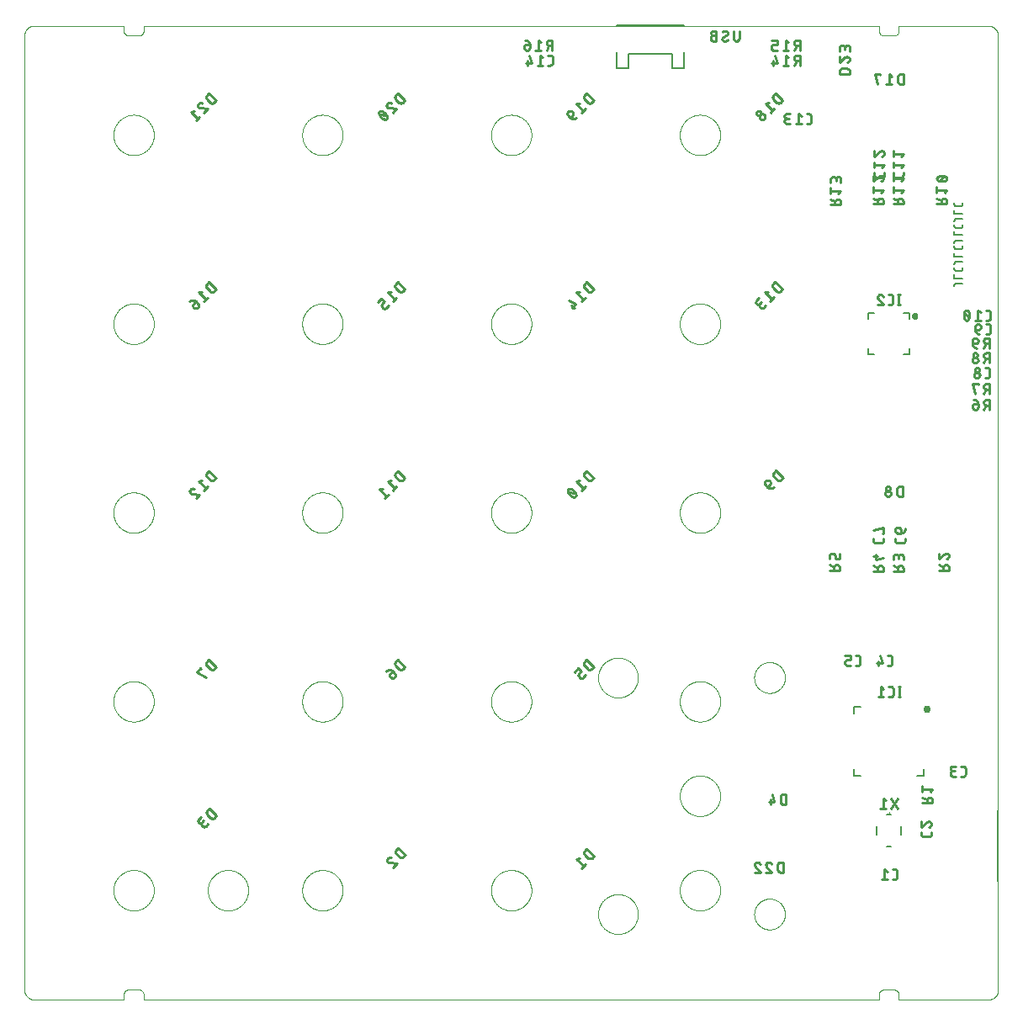
<source format=gbo>
G04 EAGLE Gerber RS-274X export*
G75*
%MOMM*%
%FSLAX34Y34*%
%LPD*%
%INBottom silk*%
%IPPOS*%
%AMOC8*
5,1,8,0,0,1.08239X$1,22.5*%
G01*
%ADD10C,0.000000*%
%ADD11C,0.203200*%
%ADD12C,0.254000*%
%ADD13C,0.762000*%
%ADD14C,0.127000*%
%ADD15C,0.406400*%


D10*
X970000Y980000D02*
X880000Y980000D01*
X880000Y975000D01*
X879998Y974860D01*
X879992Y974720D01*
X879982Y974580D01*
X879969Y974440D01*
X879951Y974301D01*
X879929Y974162D01*
X879904Y974025D01*
X879875Y973887D01*
X879842Y973751D01*
X879805Y973616D01*
X879764Y973482D01*
X879719Y973349D01*
X879671Y973217D01*
X879619Y973087D01*
X879564Y972958D01*
X879505Y972831D01*
X879442Y972705D01*
X879376Y972581D01*
X879307Y972460D01*
X879234Y972340D01*
X879157Y972222D01*
X879078Y972107D01*
X878995Y971993D01*
X878909Y971883D01*
X878820Y971774D01*
X878728Y971668D01*
X878633Y971565D01*
X878536Y971464D01*
X878435Y971367D01*
X878332Y971272D01*
X878226Y971180D01*
X878117Y971091D01*
X878007Y971005D01*
X877893Y970922D01*
X877778Y970843D01*
X877660Y970766D01*
X877540Y970693D01*
X877419Y970624D01*
X877295Y970558D01*
X877169Y970495D01*
X877042Y970436D01*
X876913Y970381D01*
X876783Y970329D01*
X876651Y970281D01*
X876518Y970236D01*
X876384Y970195D01*
X876249Y970158D01*
X876113Y970125D01*
X875975Y970096D01*
X875838Y970071D01*
X875699Y970049D01*
X875560Y970031D01*
X875420Y970018D01*
X875280Y970008D01*
X875140Y970002D01*
X875000Y970000D01*
X865000Y970000D01*
X864860Y970002D01*
X864720Y970008D01*
X864580Y970018D01*
X864440Y970031D01*
X864301Y970049D01*
X864162Y970071D01*
X864025Y970096D01*
X863887Y970125D01*
X863751Y970158D01*
X863616Y970195D01*
X863482Y970236D01*
X863349Y970281D01*
X863217Y970329D01*
X863087Y970381D01*
X862958Y970436D01*
X862831Y970495D01*
X862705Y970558D01*
X862581Y970624D01*
X862460Y970693D01*
X862340Y970766D01*
X862222Y970843D01*
X862107Y970922D01*
X861993Y971005D01*
X861883Y971091D01*
X861774Y971180D01*
X861668Y971272D01*
X861565Y971367D01*
X861464Y971464D01*
X861367Y971565D01*
X861272Y971668D01*
X861180Y971774D01*
X861091Y971883D01*
X861005Y971993D01*
X860922Y972107D01*
X860843Y972222D01*
X860766Y972340D01*
X860693Y972460D01*
X860624Y972581D01*
X860558Y972705D01*
X860495Y972831D01*
X860436Y972958D01*
X860381Y973087D01*
X860329Y973217D01*
X860281Y973349D01*
X860236Y973482D01*
X860195Y973616D01*
X860158Y973751D01*
X860125Y973887D01*
X860096Y974025D01*
X860071Y974162D01*
X860049Y974301D01*
X860031Y974440D01*
X860018Y974580D01*
X860008Y974720D01*
X860002Y974860D01*
X860000Y975000D01*
X860000Y980000D01*
X120000Y980000D01*
X120000Y975000D01*
X119998Y974860D01*
X119992Y974720D01*
X119982Y974580D01*
X119969Y974440D01*
X119951Y974301D01*
X119929Y974162D01*
X119904Y974025D01*
X119875Y973887D01*
X119842Y973751D01*
X119805Y973616D01*
X119764Y973482D01*
X119719Y973349D01*
X119671Y973217D01*
X119619Y973087D01*
X119564Y972958D01*
X119505Y972831D01*
X119442Y972705D01*
X119376Y972581D01*
X119307Y972460D01*
X119234Y972340D01*
X119157Y972222D01*
X119078Y972107D01*
X118995Y971993D01*
X118909Y971883D01*
X118820Y971774D01*
X118728Y971668D01*
X118633Y971565D01*
X118536Y971464D01*
X118435Y971367D01*
X118332Y971272D01*
X118226Y971180D01*
X118117Y971091D01*
X118007Y971005D01*
X117893Y970922D01*
X117778Y970843D01*
X117660Y970766D01*
X117540Y970693D01*
X117419Y970624D01*
X117295Y970558D01*
X117169Y970495D01*
X117042Y970436D01*
X116913Y970381D01*
X116783Y970329D01*
X116651Y970281D01*
X116518Y970236D01*
X116384Y970195D01*
X116249Y970158D01*
X116113Y970125D01*
X115975Y970096D01*
X115838Y970071D01*
X115699Y970049D01*
X115560Y970031D01*
X115420Y970018D01*
X115280Y970008D01*
X115140Y970002D01*
X115000Y970000D01*
X105000Y970000D01*
X104860Y970002D01*
X104720Y970008D01*
X104580Y970018D01*
X104440Y970031D01*
X104301Y970049D01*
X104162Y970071D01*
X104025Y970096D01*
X103887Y970125D01*
X103751Y970158D01*
X103616Y970195D01*
X103482Y970236D01*
X103349Y970281D01*
X103217Y970329D01*
X103087Y970381D01*
X102958Y970436D01*
X102831Y970495D01*
X102705Y970558D01*
X102581Y970624D01*
X102460Y970693D01*
X102340Y970766D01*
X102222Y970843D01*
X102107Y970922D01*
X101993Y971005D01*
X101883Y971091D01*
X101774Y971180D01*
X101668Y971272D01*
X101565Y971367D01*
X101464Y971464D01*
X101367Y971565D01*
X101272Y971668D01*
X101180Y971774D01*
X101091Y971883D01*
X101005Y971993D01*
X100922Y972107D01*
X100843Y972222D01*
X100766Y972340D01*
X100693Y972460D01*
X100624Y972581D01*
X100558Y972705D01*
X100495Y972831D01*
X100436Y972958D01*
X100381Y973087D01*
X100329Y973217D01*
X100281Y973349D01*
X100236Y973482D01*
X100195Y973616D01*
X100158Y973751D01*
X100125Y973887D01*
X100096Y974025D01*
X100071Y974162D01*
X100049Y974301D01*
X100031Y974440D01*
X100018Y974580D01*
X100008Y974720D01*
X100002Y974860D01*
X100000Y975000D01*
X100000Y980000D01*
X10000Y980000D01*
X9758Y979997D01*
X9517Y979988D01*
X9276Y979974D01*
X9035Y979953D01*
X8795Y979927D01*
X8555Y979895D01*
X8316Y979857D01*
X8079Y979814D01*
X7842Y979764D01*
X7607Y979709D01*
X7373Y979649D01*
X7141Y979582D01*
X6910Y979511D01*
X6681Y979433D01*
X6454Y979350D01*
X6229Y979262D01*
X6006Y979168D01*
X5786Y979069D01*
X5568Y978964D01*
X5353Y978855D01*
X5140Y978740D01*
X4930Y978620D01*
X4724Y978495D01*
X4520Y978365D01*
X4319Y978230D01*
X4122Y978090D01*
X3928Y977946D01*
X3738Y977797D01*
X3552Y977643D01*
X3369Y977485D01*
X3190Y977323D01*
X3015Y977156D01*
X2844Y976985D01*
X2677Y976810D01*
X2515Y976631D01*
X2357Y976448D01*
X2203Y976262D01*
X2054Y976072D01*
X1910Y975878D01*
X1770Y975681D01*
X1635Y975480D01*
X1505Y975276D01*
X1380Y975070D01*
X1260Y974860D01*
X1145Y974647D01*
X1036Y974432D01*
X931Y974214D01*
X832Y973994D01*
X738Y973771D01*
X650Y973546D01*
X567Y973319D01*
X489Y973090D01*
X418Y972859D01*
X351Y972627D01*
X291Y972393D01*
X236Y972158D01*
X186Y971921D01*
X143Y971684D01*
X105Y971445D01*
X73Y971205D01*
X47Y970965D01*
X26Y970724D01*
X12Y970483D01*
X3Y970242D01*
X0Y970000D01*
X0Y10000D01*
X3Y9758D01*
X12Y9517D01*
X26Y9276D01*
X47Y9035D01*
X73Y8795D01*
X105Y8555D01*
X143Y8316D01*
X186Y8079D01*
X236Y7842D01*
X291Y7607D01*
X351Y7373D01*
X418Y7141D01*
X489Y6910D01*
X567Y6681D01*
X650Y6454D01*
X738Y6229D01*
X832Y6006D01*
X931Y5786D01*
X1036Y5568D01*
X1145Y5353D01*
X1260Y5140D01*
X1380Y4930D01*
X1505Y4724D01*
X1635Y4520D01*
X1770Y4319D01*
X1910Y4122D01*
X2054Y3928D01*
X2203Y3738D01*
X2357Y3552D01*
X2515Y3369D01*
X2677Y3190D01*
X2844Y3015D01*
X3015Y2844D01*
X3190Y2677D01*
X3369Y2515D01*
X3552Y2357D01*
X3738Y2203D01*
X3928Y2054D01*
X4122Y1910D01*
X4319Y1770D01*
X4520Y1635D01*
X4724Y1505D01*
X4930Y1380D01*
X5140Y1260D01*
X5353Y1145D01*
X5568Y1036D01*
X5786Y931D01*
X6006Y832D01*
X6229Y738D01*
X6454Y650D01*
X6681Y567D01*
X6910Y489D01*
X7141Y418D01*
X7373Y351D01*
X7607Y291D01*
X7842Y236D01*
X8079Y186D01*
X8316Y143D01*
X8555Y105D01*
X8795Y73D01*
X9035Y47D01*
X9276Y26D01*
X9517Y12D01*
X9758Y3D01*
X10000Y0D01*
X100000Y0D01*
X100000Y5000D01*
X100002Y5140D01*
X100008Y5280D01*
X100018Y5420D01*
X100031Y5560D01*
X100049Y5699D01*
X100071Y5838D01*
X100096Y5975D01*
X100125Y6113D01*
X100158Y6249D01*
X100195Y6384D01*
X100236Y6518D01*
X100281Y6651D01*
X100329Y6783D01*
X100381Y6913D01*
X100436Y7042D01*
X100495Y7169D01*
X100558Y7295D01*
X100624Y7419D01*
X100693Y7540D01*
X100766Y7660D01*
X100843Y7778D01*
X100922Y7893D01*
X101005Y8007D01*
X101091Y8117D01*
X101180Y8226D01*
X101272Y8332D01*
X101367Y8435D01*
X101464Y8536D01*
X101565Y8633D01*
X101668Y8728D01*
X101774Y8820D01*
X101883Y8909D01*
X101993Y8995D01*
X102107Y9078D01*
X102222Y9157D01*
X102340Y9234D01*
X102460Y9307D01*
X102581Y9376D01*
X102705Y9442D01*
X102831Y9505D01*
X102958Y9564D01*
X103087Y9619D01*
X103217Y9671D01*
X103349Y9719D01*
X103482Y9764D01*
X103616Y9805D01*
X103751Y9842D01*
X103887Y9875D01*
X104025Y9904D01*
X104162Y9929D01*
X104301Y9951D01*
X104440Y9969D01*
X104580Y9982D01*
X104720Y9992D01*
X104860Y9998D01*
X105000Y10000D01*
X115000Y10000D01*
X115140Y9998D01*
X115280Y9992D01*
X115420Y9982D01*
X115560Y9969D01*
X115699Y9951D01*
X115838Y9929D01*
X115975Y9904D01*
X116113Y9875D01*
X116249Y9842D01*
X116384Y9805D01*
X116518Y9764D01*
X116651Y9719D01*
X116783Y9671D01*
X116913Y9619D01*
X117042Y9564D01*
X117169Y9505D01*
X117295Y9442D01*
X117419Y9376D01*
X117540Y9307D01*
X117660Y9234D01*
X117778Y9157D01*
X117893Y9078D01*
X118007Y8995D01*
X118117Y8909D01*
X118226Y8820D01*
X118332Y8728D01*
X118435Y8633D01*
X118536Y8536D01*
X118633Y8435D01*
X118728Y8332D01*
X118820Y8226D01*
X118909Y8117D01*
X118995Y8007D01*
X119078Y7893D01*
X119157Y7778D01*
X119234Y7660D01*
X119307Y7540D01*
X119376Y7419D01*
X119442Y7295D01*
X119505Y7169D01*
X119564Y7042D01*
X119619Y6913D01*
X119671Y6783D01*
X119719Y6651D01*
X119764Y6518D01*
X119805Y6384D01*
X119842Y6249D01*
X119875Y6113D01*
X119904Y5975D01*
X119929Y5838D01*
X119951Y5699D01*
X119969Y5560D01*
X119982Y5420D01*
X119992Y5280D01*
X119998Y5140D01*
X120000Y5000D01*
X120000Y0D01*
X860000Y0D01*
X860000Y5000D01*
X860002Y5140D01*
X860008Y5280D01*
X860018Y5420D01*
X860031Y5560D01*
X860049Y5699D01*
X860071Y5838D01*
X860096Y5975D01*
X860125Y6113D01*
X860158Y6249D01*
X860195Y6384D01*
X860236Y6518D01*
X860281Y6651D01*
X860329Y6783D01*
X860381Y6913D01*
X860436Y7042D01*
X860495Y7169D01*
X860558Y7295D01*
X860624Y7419D01*
X860693Y7540D01*
X860766Y7660D01*
X860843Y7778D01*
X860922Y7893D01*
X861005Y8007D01*
X861091Y8117D01*
X861180Y8226D01*
X861272Y8332D01*
X861367Y8435D01*
X861464Y8536D01*
X861565Y8633D01*
X861668Y8728D01*
X861774Y8820D01*
X861883Y8909D01*
X861993Y8995D01*
X862107Y9078D01*
X862222Y9157D01*
X862340Y9234D01*
X862460Y9307D01*
X862581Y9376D01*
X862705Y9442D01*
X862831Y9505D01*
X862958Y9564D01*
X863087Y9619D01*
X863217Y9671D01*
X863349Y9719D01*
X863482Y9764D01*
X863616Y9805D01*
X863751Y9842D01*
X863887Y9875D01*
X864025Y9904D01*
X864162Y9929D01*
X864301Y9951D01*
X864440Y9969D01*
X864580Y9982D01*
X864720Y9992D01*
X864860Y9998D01*
X865000Y10000D01*
X875000Y10000D01*
X875140Y9998D01*
X875280Y9992D01*
X875420Y9982D01*
X875560Y9969D01*
X875699Y9951D01*
X875838Y9929D01*
X875975Y9904D01*
X876113Y9875D01*
X876249Y9842D01*
X876384Y9805D01*
X876518Y9764D01*
X876651Y9719D01*
X876783Y9671D01*
X876913Y9619D01*
X877042Y9564D01*
X877169Y9505D01*
X877295Y9442D01*
X877419Y9376D01*
X877540Y9307D01*
X877660Y9234D01*
X877778Y9157D01*
X877893Y9078D01*
X878007Y8995D01*
X878117Y8909D01*
X878226Y8820D01*
X878332Y8728D01*
X878435Y8633D01*
X878536Y8536D01*
X878633Y8435D01*
X878728Y8332D01*
X878820Y8226D01*
X878909Y8117D01*
X878995Y8007D01*
X879078Y7893D01*
X879157Y7778D01*
X879234Y7660D01*
X879307Y7540D01*
X879376Y7419D01*
X879442Y7295D01*
X879505Y7169D01*
X879564Y7042D01*
X879619Y6913D01*
X879671Y6783D01*
X879719Y6651D01*
X879764Y6518D01*
X879805Y6384D01*
X879842Y6249D01*
X879875Y6113D01*
X879904Y5975D01*
X879929Y5838D01*
X879951Y5699D01*
X879969Y5560D01*
X879982Y5420D01*
X879992Y5280D01*
X879998Y5140D01*
X880000Y5000D01*
X880000Y0D01*
X970000Y0D01*
X970242Y3D01*
X970483Y12D01*
X970724Y26D01*
X970965Y47D01*
X971205Y73D01*
X971445Y105D01*
X971684Y143D01*
X971921Y186D01*
X972158Y236D01*
X972393Y291D01*
X972627Y351D01*
X972859Y418D01*
X973090Y489D01*
X973319Y567D01*
X973546Y650D01*
X973771Y738D01*
X973994Y832D01*
X974214Y931D01*
X974432Y1036D01*
X974647Y1145D01*
X974860Y1260D01*
X975070Y1380D01*
X975276Y1505D01*
X975480Y1635D01*
X975681Y1770D01*
X975878Y1910D01*
X976072Y2054D01*
X976262Y2203D01*
X976448Y2357D01*
X976631Y2515D01*
X976810Y2677D01*
X976985Y2844D01*
X977156Y3015D01*
X977323Y3190D01*
X977485Y3369D01*
X977643Y3552D01*
X977797Y3738D01*
X977946Y3928D01*
X978090Y4122D01*
X978230Y4319D01*
X978365Y4520D01*
X978495Y4724D01*
X978620Y4930D01*
X978740Y5140D01*
X978855Y5353D01*
X978964Y5568D01*
X979069Y5786D01*
X979168Y6006D01*
X979262Y6229D01*
X979350Y6454D01*
X979433Y6681D01*
X979511Y6910D01*
X979582Y7141D01*
X979649Y7373D01*
X979709Y7607D01*
X979764Y7842D01*
X979814Y8079D01*
X979857Y8316D01*
X979895Y8555D01*
X979927Y8795D01*
X979953Y9035D01*
X979974Y9276D01*
X979988Y9517D01*
X979997Y9758D01*
X980000Y10000D01*
X980000Y970000D01*
X979997Y970242D01*
X979988Y970483D01*
X979974Y970724D01*
X979953Y970965D01*
X979927Y971205D01*
X979895Y971445D01*
X979857Y971684D01*
X979814Y971921D01*
X979764Y972158D01*
X979709Y972393D01*
X979649Y972627D01*
X979582Y972859D01*
X979511Y973090D01*
X979433Y973319D01*
X979350Y973546D01*
X979262Y973771D01*
X979168Y973994D01*
X979069Y974214D01*
X978964Y974432D01*
X978855Y974647D01*
X978740Y974860D01*
X978620Y975070D01*
X978495Y975276D01*
X978365Y975480D01*
X978230Y975681D01*
X978090Y975878D01*
X977946Y976072D01*
X977797Y976262D01*
X977643Y976448D01*
X977485Y976631D01*
X977323Y976810D01*
X977156Y976985D01*
X976985Y977156D01*
X976810Y977323D01*
X976631Y977485D01*
X976448Y977643D01*
X976262Y977797D01*
X976072Y977946D01*
X975878Y978090D01*
X975681Y978230D01*
X975480Y978365D01*
X975276Y978495D01*
X975070Y978620D01*
X974860Y978740D01*
X974647Y978855D01*
X974432Y978964D01*
X974214Y979069D01*
X973994Y979168D01*
X973771Y979262D01*
X973546Y979350D01*
X973319Y979433D01*
X973090Y979511D01*
X972859Y979582D01*
X972627Y979649D01*
X972393Y979709D01*
X972158Y979764D01*
X971921Y979814D01*
X971684Y979857D01*
X971445Y979895D01*
X971205Y979927D01*
X970965Y979953D01*
X970724Y979974D01*
X970483Y979988D01*
X970242Y979997D01*
X970000Y980000D01*
D11*
X943984Y720876D02*
X937787Y720876D01*
X937787Y720877D02*
X937705Y720875D01*
X937624Y720869D01*
X937542Y720860D01*
X937462Y720847D01*
X937382Y720830D01*
X937302Y720809D01*
X937224Y720785D01*
X937147Y720757D01*
X937072Y720726D01*
X936998Y720691D01*
X936925Y720653D01*
X936855Y720612D01*
X936786Y720567D01*
X936720Y720519D01*
X936656Y720468D01*
X936594Y720415D01*
X936535Y720358D01*
X936478Y720299D01*
X936425Y720237D01*
X936374Y720173D01*
X936326Y720107D01*
X936281Y720038D01*
X936240Y719968D01*
X936202Y719895D01*
X936167Y719821D01*
X936136Y719746D01*
X936108Y719669D01*
X936084Y719591D01*
X936063Y719511D01*
X936046Y719431D01*
X936033Y719351D01*
X936024Y719269D01*
X936018Y719188D01*
X936016Y719106D01*
X936016Y718220D01*
X936016Y726016D02*
X943984Y726016D01*
X936016Y726016D02*
X936016Y729558D01*
X936016Y735209D02*
X936016Y736980D01*
X936016Y735209D02*
X936018Y735127D01*
X936024Y735046D01*
X936033Y734964D01*
X936046Y734884D01*
X936063Y734804D01*
X936084Y734724D01*
X936108Y734646D01*
X936136Y734569D01*
X936167Y734494D01*
X936202Y734420D01*
X936240Y734347D01*
X936281Y734277D01*
X936326Y734208D01*
X936374Y734142D01*
X936425Y734078D01*
X936478Y734016D01*
X936535Y733957D01*
X936594Y733900D01*
X936656Y733847D01*
X936720Y733796D01*
X936786Y733748D01*
X936855Y733703D01*
X936925Y733662D01*
X936998Y733624D01*
X937072Y733589D01*
X937147Y733558D01*
X937224Y733530D01*
X937302Y733506D01*
X937382Y733485D01*
X937462Y733468D01*
X937542Y733455D01*
X937624Y733446D01*
X937705Y733440D01*
X937787Y733438D01*
X937787Y733439D02*
X942213Y733439D01*
X942213Y733438D02*
X942295Y733440D01*
X942376Y733446D01*
X942458Y733455D01*
X942538Y733468D01*
X942618Y733485D01*
X942698Y733506D01*
X942776Y733530D01*
X942853Y733558D01*
X942928Y733589D01*
X943002Y733624D01*
X943075Y733662D01*
X943145Y733703D01*
X943214Y733748D01*
X943280Y733796D01*
X943344Y733847D01*
X943406Y733900D01*
X943465Y733957D01*
X943522Y734016D01*
X943575Y734078D01*
X943626Y734142D01*
X943674Y734208D01*
X943719Y734277D01*
X943760Y734347D01*
X943798Y734420D01*
X943833Y734494D01*
X943864Y734569D01*
X943892Y734646D01*
X943916Y734724D01*
X943937Y734804D01*
X943954Y734884D01*
X943967Y734964D01*
X943976Y735046D01*
X943982Y735127D01*
X943984Y735209D01*
X943984Y736980D01*
X943984Y742476D02*
X937787Y742476D01*
X937787Y742477D02*
X937705Y742475D01*
X937624Y742469D01*
X937542Y742460D01*
X937462Y742447D01*
X937382Y742430D01*
X937302Y742409D01*
X937224Y742385D01*
X937147Y742357D01*
X937072Y742326D01*
X936998Y742291D01*
X936925Y742253D01*
X936855Y742212D01*
X936786Y742167D01*
X936720Y742119D01*
X936656Y742068D01*
X936594Y742015D01*
X936535Y741958D01*
X936478Y741899D01*
X936425Y741837D01*
X936374Y741773D01*
X936326Y741707D01*
X936281Y741638D01*
X936240Y741568D01*
X936202Y741495D01*
X936167Y741421D01*
X936136Y741346D01*
X936108Y741269D01*
X936084Y741191D01*
X936063Y741111D01*
X936046Y741031D01*
X936033Y740951D01*
X936024Y740869D01*
X936018Y740788D01*
X936016Y740706D01*
X936016Y739820D01*
X936016Y747616D02*
X943984Y747616D01*
X936016Y747616D02*
X936016Y751158D01*
X936016Y756809D02*
X936016Y758580D01*
X936016Y756809D02*
X936018Y756727D01*
X936024Y756646D01*
X936033Y756564D01*
X936046Y756484D01*
X936063Y756404D01*
X936084Y756324D01*
X936108Y756246D01*
X936136Y756169D01*
X936167Y756094D01*
X936202Y756020D01*
X936240Y755947D01*
X936281Y755877D01*
X936326Y755808D01*
X936374Y755742D01*
X936425Y755678D01*
X936478Y755616D01*
X936535Y755557D01*
X936594Y755500D01*
X936656Y755447D01*
X936720Y755396D01*
X936786Y755348D01*
X936855Y755303D01*
X936925Y755262D01*
X936998Y755224D01*
X937072Y755189D01*
X937147Y755158D01*
X937224Y755130D01*
X937302Y755106D01*
X937382Y755085D01*
X937462Y755068D01*
X937542Y755055D01*
X937624Y755046D01*
X937705Y755040D01*
X937787Y755038D01*
X937787Y755039D02*
X942213Y755039D01*
X942213Y755038D02*
X942295Y755040D01*
X942376Y755046D01*
X942458Y755055D01*
X942538Y755068D01*
X942618Y755085D01*
X942698Y755106D01*
X942776Y755130D01*
X942853Y755158D01*
X942928Y755189D01*
X943002Y755224D01*
X943075Y755262D01*
X943145Y755303D01*
X943214Y755348D01*
X943280Y755396D01*
X943344Y755447D01*
X943406Y755500D01*
X943465Y755557D01*
X943522Y755616D01*
X943575Y755678D01*
X943626Y755742D01*
X943674Y755808D01*
X943719Y755877D01*
X943760Y755947D01*
X943798Y756020D01*
X943833Y756094D01*
X943864Y756169D01*
X943892Y756246D01*
X943916Y756324D01*
X943937Y756404D01*
X943954Y756484D01*
X943967Y756564D01*
X943976Y756646D01*
X943982Y756727D01*
X943984Y756809D01*
X943984Y758580D01*
X943984Y764076D02*
X937787Y764076D01*
X937787Y764077D02*
X937705Y764075D01*
X937624Y764069D01*
X937542Y764060D01*
X937462Y764047D01*
X937382Y764030D01*
X937302Y764009D01*
X937224Y763985D01*
X937147Y763957D01*
X937072Y763926D01*
X936998Y763891D01*
X936925Y763853D01*
X936855Y763812D01*
X936786Y763767D01*
X936720Y763719D01*
X936656Y763668D01*
X936594Y763615D01*
X936535Y763558D01*
X936478Y763499D01*
X936425Y763437D01*
X936374Y763373D01*
X936326Y763307D01*
X936281Y763238D01*
X936240Y763168D01*
X936202Y763095D01*
X936167Y763021D01*
X936136Y762946D01*
X936108Y762869D01*
X936084Y762791D01*
X936063Y762711D01*
X936046Y762631D01*
X936033Y762551D01*
X936024Y762469D01*
X936018Y762388D01*
X936016Y762306D01*
X936016Y761420D01*
X936016Y769216D02*
X943984Y769216D01*
X936016Y769216D02*
X936016Y772758D01*
X936016Y778409D02*
X936016Y780180D01*
X936016Y778409D02*
X936018Y778327D01*
X936024Y778246D01*
X936033Y778164D01*
X936046Y778084D01*
X936063Y778004D01*
X936084Y777924D01*
X936108Y777846D01*
X936136Y777769D01*
X936167Y777694D01*
X936202Y777620D01*
X936240Y777547D01*
X936281Y777477D01*
X936326Y777408D01*
X936374Y777342D01*
X936425Y777278D01*
X936478Y777216D01*
X936535Y777157D01*
X936594Y777100D01*
X936656Y777047D01*
X936720Y776996D01*
X936786Y776948D01*
X936855Y776903D01*
X936925Y776862D01*
X936998Y776824D01*
X937072Y776789D01*
X937147Y776758D01*
X937224Y776730D01*
X937302Y776706D01*
X937382Y776685D01*
X937462Y776668D01*
X937542Y776655D01*
X937624Y776646D01*
X937705Y776640D01*
X937787Y776638D01*
X942213Y776638D01*
X942295Y776640D01*
X942376Y776646D01*
X942458Y776655D01*
X942538Y776668D01*
X942618Y776685D01*
X942698Y776706D01*
X942776Y776730D01*
X942853Y776758D01*
X942928Y776789D01*
X943002Y776824D01*
X943075Y776862D01*
X943145Y776903D01*
X943214Y776948D01*
X943280Y776996D01*
X943344Y777047D01*
X943406Y777100D01*
X943465Y777157D01*
X943522Y777216D01*
X943575Y777278D01*
X943626Y777342D01*
X943674Y777408D01*
X943719Y777477D01*
X943760Y777547D01*
X943798Y777620D01*
X943833Y777694D01*
X943864Y777769D01*
X943892Y777846D01*
X943916Y777924D01*
X943937Y778004D01*
X943954Y778084D01*
X943967Y778164D01*
X943976Y778246D01*
X943982Y778327D01*
X943984Y778409D01*
X943984Y780180D01*
X943984Y785676D02*
X937787Y785676D01*
X937705Y785674D01*
X937624Y785668D01*
X937542Y785659D01*
X937462Y785646D01*
X937382Y785629D01*
X937302Y785608D01*
X937224Y785584D01*
X937147Y785556D01*
X937072Y785525D01*
X936998Y785490D01*
X936925Y785452D01*
X936855Y785411D01*
X936786Y785366D01*
X936720Y785318D01*
X936656Y785267D01*
X936594Y785214D01*
X936535Y785157D01*
X936478Y785098D01*
X936425Y785036D01*
X936374Y784972D01*
X936326Y784906D01*
X936281Y784837D01*
X936240Y784767D01*
X936202Y784694D01*
X936167Y784620D01*
X936136Y784545D01*
X936108Y784468D01*
X936084Y784390D01*
X936063Y784310D01*
X936046Y784230D01*
X936033Y784150D01*
X936024Y784068D01*
X936018Y783987D01*
X936016Y783905D01*
X936016Y783020D01*
X936016Y790816D02*
X943984Y790816D01*
X936016Y790816D02*
X936016Y794357D01*
X936016Y800009D02*
X936016Y801780D01*
X936016Y800009D02*
X936018Y799927D01*
X936024Y799846D01*
X936033Y799764D01*
X936046Y799684D01*
X936063Y799604D01*
X936084Y799524D01*
X936108Y799446D01*
X936136Y799369D01*
X936167Y799294D01*
X936202Y799220D01*
X936240Y799147D01*
X936281Y799077D01*
X936326Y799008D01*
X936374Y798942D01*
X936425Y798878D01*
X936478Y798816D01*
X936535Y798757D01*
X936594Y798700D01*
X936656Y798647D01*
X936720Y798596D01*
X936786Y798548D01*
X936855Y798503D01*
X936925Y798462D01*
X936998Y798424D01*
X937072Y798389D01*
X937147Y798358D01*
X937224Y798330D01*
X937302Y798306D01*
X937382Y798285D01*
X937462Y798268D01*
X937542Y798255D01*
X937624Y798246D01*
X937705Y798240D01*
X937787Y798238D01*
X942213Y798238D01*
X942295Y798240D01*
X942376Y798246D01*
X942458Y798255D01*
X942538Y798268D01*
X942618Y798285D01*
X942698Y798306D01*
X942776Y798330D01*
X942853Y798358D01*
X942928Y798389D01*
X943002Y798424D01*
X943075Y798462D01*
X943145Y798503D01*
X943214Y798548D01*
X943280Y798596D01*
X943344Y798647D01*
X943406Y798700D01*
X943465Y798757D01*
X943522Y798816D01*
X943575Y798878D01*
X943626Y798942D01*
X943674Y799008D01*
X943719Y799077D01*
X943760Y799147D01*
X943798Y799220D01*
X943833Y799294D01*
X943864Y799369D01*
X943892Y799446D01*
X943916Y799524D01*
X943937Y799604D01*
X943954Y799684D01*
X943967Y799764D01*
X943976Y799846D01*
X943982Y799927D01*
X943984Y800009D01*
X943984Y801780D01*
D10*
X734500Y324000D02*
X734505Y324380D01*
X734519Y324761D01*
X734542Y325140D01*
X734575Y325519D01*
X734617Y325897D01*
X734668Y326274D01*
X734728Y326650D01*
X734798Y327024D01*
X734877Y327396D01*
X734965Y327766D01*
X735061Y328134D01*
X735167Y328499D01*
X735282Y328862D01*
X735406Y329222D01*
X735539Y329578D01*
X735680Y329932D01*
X735830Y330281D01*
X735988Y330627D01*
X736155Y330969D01*
X736330Y331307D01*
X736514Y331640D01*
X736705Y331969D01*
X736905Y332292D01*
X737112Y332611D01*
X737327Y332925D01*
X737550Y333233D01*
X737781Y333536D01*
X738018Y333833D01*
X738263Y334124D01*
X738515Y334409D01*
X738774Y334688D01*
X739040Y334960D01*
X739312Y335226D01*
X739591Y335485D01*
X739876Y335737D01*
X740167Y335982D01*
X740464Y336219D01*
X740767Y336450D01*
X741075Y336673D01*
X741389Y336888D01*
X741708Y337095D01*
X742031Y337295D01*
X742360Y337486D01*
X742693Y337670D01*
X743031Y337845D01*
X743373Y338012D01*
X743719Y338170D01*
X744068Y338320D01*
X744422Y338461D01*
X744778Y338594D01*
X745138Y338718D01*
X745501Y338833D01*
X745866Y338939D01*
X746234Y339035D01*
X746604Y339123D01*
X746976Y339202D01*
X747350Y339272D01*
X747726Y339332D01*
X748103Y339383D01*
X748481Y339425D01*
X748860Y339458D01*
X749239Y339481D01*
X749620Y339495D01*
X750000Y339500D01*
X750380Y339495D01*
X750761Y339481D01*
X751140Y339458D01*
X751519Y339425D01*
X751897Y339383D01*
X752274Y339332D01*
X752650Y339272D01*
X753024Y339202D01*
X753396Y339123D01*
X753766Y339035D01*
X754134Y338939D01*
X754499Y338833D01*
X754862Y338718D01*
X755222Y338594D01*
X755578Y338461D01*
X755932Y338320D01*
X756281Y338170D01*
X756627Y338012D01*
X756969Y337845D01*
X757307Y337670D01*
X757640Y337486D01*
X757969Y337295D01*
X758292Y337095D01*
X758611Y336888D01*
X758925Y336673D01*
X759233Y336450D01*
X759536Y336219D01*
X759833Y335982D01*
X760124Y335737D01*
X760409Y335485D01*
X760688Y335226D01*
X760960Y334960D01*
X761226Y334688D01*
X761485Y334409D01*
X761737Y334124D01*
X761982Y333833D01*
X762219Y333536D01*
X762450Y333233D01*
X762673Y332925D01*
X762888Y332611D01*
X763095Y332292D01*
X763295Y331969D01*
X763486Y331640D01*
X763670Y331307D01*
X763845Y330969D01*
X764012Y330627D01*
X764170Y330281D01*
X764320Y329932D01*
X764461Y329578D01*
X764594Y329222D01*
X764718Y328862D01*
X764833Y328499D01*
X764939Y328134D01*
X765035Y327766D01*
X765123Y327396D01*
X765202Y327024D01*
X765272Y326650D01*
X765332Y326274D01*
X765383Y325897D01*
X765425Y325519D01*
X765458Y325140D01*
X765481Y324761D01*
X765495Y324380D01*
X765500Y324000D01*
X765495Y323620D01*
X765481Y323239D01*
X765458Y322860D01*
X765425Y322481D01*
X765383Y322103D01*
X765332Y321726D01*
X765272Y321350D01*
X765202Y320976D01*
X765123Y320604D01*
X765035Y320234D01*
X764939Y319866D01*
X764833Y319501D01*
X764718Y319138D01*
X764594Y318778D01*
X764461Y318422D01*
X764320Y318068D01*
X764170Y317719D01*
X764012Y317373D01*
X763845Y317031D01*
X763670Y316693D01*
X763486Y316360D01*
X763295Y316031D01*
X763095Y315708D01*
X762888Y315389D01*
X762673Y315075D01*
X762450Y314767D01*
X762219Y314464D01*
X761982Y314167D01*
X761737Y313876D01*
X761485Y313591D01*
X761226Y313312D01*
X760960Y313040D01*
X760688Y312774D01*
X760409Y312515D01*
X760124Y312263D01*
X759833Y312018D01*
X759536Y311781D01*
X759233Y311550D01*
X758925Y311327D01*
X758611Y311112D01*
X758292Y310905D01*
X757969Y310705D01*
X757640Y310514D01*
X757307Y310330D01*
X756969Y310155D01*
X756627Y309988D01*
X756281Y309830D01*
X755932Y309680D01*
X755578Y309539D01*
X755222Y309406D01*
X754862Y309282D01*
X754499Y309167D01*
X754134Y309061D01*
X753766Y308965D01*
X753396Y308877D01*
X753024Y308798D01*
X752650Y308728D01*
X752274Y308668D01*
X751897Y308617D01*
X751519Y308575D01*
X751140Y308542D01*
X750761Y308519D01*
X750380Y308505D01*
X750000Y308500D01*
X749620Y308505D01*
X749239Y308519D01*
X748860Y308542D01*
X748481Y308575D01*
X748103Y308617D01*
X747726Y308668D01*
X747350Y308728D01*
X746976Y308798D01*
X746604Y308877D01*
X746234Y308965D01*
X745866Y309061D01*
X745501Y309167D01*
X745138Y309282D01*
X744778Y309406D01*
X744422Y309539D01*
X744068Y309680D01*
X743719Y309830D01*
X743373Y309988D01*
X743031Y310155D01*
X742693Y310330D01*
X742360Y310514D01*
X742031Y310705D01*
X741708Y310905D01*
X741389Y311112D01*
X741075Y311327D01*
X740767Y311550D01*
X740464Y311781D01*
X740167Y312018D01*
X739876Y312263D01*
X739591Y312515D01*
X739312Y312774D01*
X739040Y313040D01*
X738774Y313312D01*
X738515Y313591D01*
X738263Y313876D01*
X738018Y314167D01*
X737781Y314464D01*
X737550Y314767D01*
X737327Y315075D01*
X737112Y315389D01*
X736905Y315708D01*
X736705Y316031D01*
X736514Y316360D01*
X736330Y316693D01*
X736155Y317031D01*
X735988Y317373D01*
X735830Y317719D01*
X735680Y318068D01*
X735539Y318422D01*
X735406Y318778D01*
X735282Y319138D01*
X735167Y319501D01*
X735061Y319866D01*
X734965Y320234D01*
X734877Y320604D01*
X734798Y320976D01*
X734728Y321350D01*
X734668Y321726D01*
X734617Y322103D01*
X734575Y322481D01*
X734542Y322860D01*
X734519Y323239D01*
X734505Y323620D01*
X734500Y324000D01*
X734500Y86000D02*
X734505Y86380D01*
X734519Y86761D01*
X734542Y87140D01*
X734575Y87519D01*
X734617Y87897D01*
X734668Y88274D01*
X734728Y88650D01*
X734798Y89024D01*
X734877Y89396D01*
X734965Y89766D01*
X735061Y90134D01*
X735167Y90499D01*
X735282Y90862D01*
X735406Y91222D01*
X735539Y91578D01*
X735680Y91932D01*
X735830Y92281D01*
X735988Y92627D01*
X736155Y92969D01*
X736330Y93307D01*
X736514Y93640D01*
X736705Y93969D01*
X736905Y94292D01*
X737112Y94611D01*
X737327Y94925D01*
X737550Y95233D01*
X737781Y95536D01*
X738018Y95833D01*
X738263Y96124D01*
X738515Y96409D01*
X738774Y96688D01*
X739040Y96960D01*
X739312Y97226D01*
X739591Y97485D01*
X739876Y97737D01*
X740167Y97982D01*
X740464Y98219D01*
X740767Y98450D01*
X741075Y98673D01*
X741389Y98888D01*
X741708Y99095D01*
X742031Y99295D01*
X742360Y99486D01*
X742693Y99670D01*
X743031Y99845D01*
X743373Y100012D01*
X743719Y100170D01*
X744068Y100320D01*
X744422Y100461D01*
X744778Y100594D01*
X745138Y100718D01*
X745501Y100833D01*
X745866Y100939D01*
X746234Y101035D01*
X746604Y101123D01*
X746976Y101202D01*
X747350Y101272D01*
X747726Y101332D01*
X748103Y101383D01*
X748481Y101425D01*
X748860Y101458D01*
X749239Y101481D01*
X749620Y101495D01*
X750000Y101500D01*
X750380Y101495D01*
X750761Y101481D01*
X751140Y101458D01*
X751519Y101425D01*
X751897Y101383D01*
X752274Y101332D01*
X752650Y101272D01*
X753024Y101202D01*
X753396Y101123D01*
X753766Y101035D01*
X754134Y100939D01*
X754499Y100833D01*
X754862Y100718D01*
X755222Y100594D01*
X755578Y100461D01*
X755932Y100320D01*
X756281Y100170D01*
X756627Y100012D01*
X756969Y99845D01*
X757307Y99670D01*
X757640Y99486D01*
X757969Y99295D01*
X758292Y99095D01*
X758611Y98888D01*
X758925Y98673D01*
X759233Y98450D01*
X759536Y98219D01*
X759833Y97982D01*
X760124Y97737D01*
X760409Y97485D01*
X760688Y97226D01*
X760960Y96960D01*
X761226Y96688D01*
X761485Y96409D01*
X761737Y96124D01*
X761982Y95833D01*
X762219Y95536D01*
X762450Y95233D01*
X762673Y94925D01*
X762888Y94611D01*
X763095Y94292D01*
X763295Y93969D01*
X763486Y93640D01*
X763670Y93307D01*
X763845Y92969D01*
X764012Y92627D01*
X764170Y92281D01*
X764320Y91932D01*
X764461Y91578D01*
X764594Y91222D01*
X764718Y90862D01*
X764833Y90499D01*
X764939Y90134D01*
X765035Y89766D01*
X765123Y89396D01*
X765202Y89024D01*
X765272Y88650D01*
X765332Y88274D01*
X765383Y87897D01*
X765425Y87519D01*
X765458Y87140D01*
X765481Y86761D01*
X765495Y86380D01*
X765500Y86000D01*
X765495Y85620D01*
X765481Y85239D01*
X765458Y84860D01*
X765425Y84481D01*
X765383Y84103D01*
X765332Y83726D01*
X765272Y83350D01*
X765202Y82976D01*
X765123Y82604D01*
X765035Y82234D01*
X764939Y81866D01*
X764833Y81501D01*
X764718Y81138D01*
X764594Y80778D01*
X764461Y80422D01*
X764320Y80068D01*
X764170Y79719D01*
X764012Y79373D01*
X763845Y79031D01*
X763670Y78693D01*
X763486Y78360D01*
X763295Y78031D01*
X763095Y77708D01*
X762888Y77389D01*
X762673Y77075D01*
X762450Y76767D01*
X762219Y76464D01*
X761982Y76167D01*
X761737Y75876D01*
X761485Y75591D01*
X761226Y75312D01*
X760960Y75040D01*
X760688Y74774D01*
X760409Y74515D01*
X760124Y74263D01*
X759833Y74018D01*
X759536Y73781D01*
X759233Y73550D01*
X758925Y73327D01*
X758611Y73112D01*
X758292Y72905D01*
X757969Y72705D01*
X757640Y72514D01*
X757307Y72330D01*
X756969Y72155D01*
X756627Y71988D01*
X756281Y71830D01*
X755932Y71680D01*
X755578Y71539D01*
X755222Y71406D01*
X754862Y71282D01*
X754499Y71167D01*
X754134Y71061D01*
X753766Y70965D01*
X753396Y70877D01*
X753024Y70798D01*
X752650Y70728D01*
X752274Y70668D01*
X751897Y70617D01*
X751519Y70575D01*
X751140Y70542D01*
X750761Y70519D01*
X750380Y70505D01*
X750000Y70500D01*
X749620Y70505D01*
X749239Y70519D01*
X748860Y70542D01*
X748481Y70575D01*
X748103Y70617D01*
X747726Y70668D01*
X747350Y70728D01*
X746976Y70798D01*
X746604Y70877D01*
X746234Y70965D01*
X745866Y71061D01*
X745501Y71167D01*
X745138Y71282D01*
X744778Y71406D01*
X744422Y71539D01*
X744068Y71680D01*
X743719Y71830D01*
X743373Y71988D01*
X743031Y72155D01*
X742693Y72330D01*
X742360Y72514D01*
X742031Y72705D01*
X741708Y72905D01*
X741389Y73112D01*
X741075Y73327D01*
X740767Y73550D01*
X740464Y73781D01*
X740167Y74018D01*
X739876Y74263D01*
X739591Y74515D01*
X739312Y74774D01*
X739040Y75040D01*
X738774Y75312D01*
X738515Y75591D01*
X738263Y75876D01*
X738018Y76167D01*
X737781Y76464D01*
X737550Y76767D01*
X737327Y77075D01*
X737112Y77389D01*
X736905Y77708D01*
X736705Y78031D01*
X736514Y78360D01*
X736330Y78693D01*
X736155Y79031D01*
X735988Y79373D01*
X735830Y79719D01*
X735680Y80068D01*
X735539Y80422D01*
X735406Y80778D01*
X735282Y81138D01*
X735167Y81501D01*
X735061Y81866D01*
X734965Y82234D01*
X734877Y82604D01*
X734798Y82976D01*
X734728Y83350D01*
X734668Y83726D01*
X734617Y84103D01*
X734575Y84481D01*
X734542Y84860D01*
X734519Y85239D01*
X734505Y85620D01*
X734500Y86000D01*
X577500Y86000D02*
X577506Y86491D01*
X577524Y86981D01*
X577554Y87471D01*
X577596Y87960D01*
X577650Y88448D01*
X577716Y88935D01*
X577794Y89419D01*
X577884Y89902D01*
X577986Y90382D01*
X578099Y90860D01*
X578224Y91334D01*
X578361Y91806D01*
X578509Y92274D01*
X578669Y92738D01*
X578840Y93198D01*
X579022Y93654D01*
X579216Y94105D01*
X579420Y94551D01*
X579636Y94992D01*
X579862Y95428D01*
X580098Y95858D01*
X580345Y96282D01*
X580603Y96700D01*
X580871Y97111D01*
X581148Y97516D01*
X581436Y97914D01*
X581733Y98305D01*
X582040Y98688D01*
X582356Y99063D01*
X582681Y99431D01*
X583015Y99791D01*
X583358Y100142D01*
X583709Y100485D01*
X584069Y100819D01*
X584437Y101144D01*
X584812Y101460D01*
X585195Y101767D01*
X585586Y102064D01*
X585984Y102352D01*
X586389Y102629D01*
X586800Y102897D01*
X587218Y103155D01*
X587642Y103402D01*
X588072Y103638D01*
X588508Y103864D01*
X588949Y104080D01*
X589395Y104284D01*
X589846Y104478D01*
X590302Y104660D01*
X590762Y104831D01*
X591226Y104991D01*
X591694Y105139D01*
X592166Y105276D01*
X592640Y105401D01*
X593118Y105514D01*
X593598Y105616D01*
X594081Y105706D01*
X594565Y105784D01*
X595052Y105850D01*
X595540Y105904D01*
X596029Y105946D01*
X596519Y105976D01*
X597009Y105994D01*
X597500Y106000D01*
X597991Y105994D01*
X598481Y105976D01*
X598971Y105946D01*
X599460Y105904D01*
X599948Y105850D01*
X600435Y105784D01*
X600919Y105706D01*
X601402Y105616D01*
X601882Y105514D01*
X602360Y105401D01*
X602834Y105276D01*
X603306Y105139D01*
X603774Y104991D01*
X604238Y104831D01*
X604698Y104660D01*
X605154Y104478D01*
X605605Y104284D01*
X606051Y104080D01*
X606492Y103864D01*
X606928Y103638D01*
X607358Y103402D01*
X607782Y103155D01*
X608200Y102897D01*
X608611Y102629D01*
X609016Y102352D01*
X609414Y102064D01*
X609805Y101767D01*
X610188Y101460D01*
X610563Y101144D01*
X610931Y100819D01*
X611291Y100485D01*
X611642Y100142D01*
X611985Y99791D01*
X612319Y99431D01*
X612644Y99063D01*
X612960Y98688D01*
X613267Y98305D01*
X613564Y97914D01*
X613852Y97516D01*
X614129Y97111D01*
X614397Y96700D01*
X614655Y96282D01*
X614902Y95858D01*
X615138Y95428D01*
X615364Y94992D01*
X615580Y94551D01*
X615784Y94105D01*
X615978Y93654D01*
X616160Y93198D01*
X616331Y92738D01*
X616491Y92274D01*
X616639Y91806D01*
X616776Y91334D01*
X616901Y90860D01*
X617014Y90382D01*
X617116Y89902D01*
X617206Y89419D01*
X617284Y88935D01*
X617350Y88448D01*
X617404Y87960D01*
X617446Y87471D01*
X617476Y86981D01*
X617494Y86491D01*
X617500Y86000D01*
X617494Y85509D01*
X617476Y85019D01*
X617446Y84529D01*
X617404Y84040D01*
X617350Y83552D01*
X617284Y83065D01*
X617206Y82581D01*
X617116Y82098D01*
X617014Y81618D01*
X616901Y81140D01*
X616776Y80666D01*
X616639Y80194D01*
X616491Y79726D01*
X616331Y79262D01*
X616160Y78802D01*
X615978Y78346D01*
X615784Y77895D01*
X615580Y77449D01*
X615364Y77008D01*
X615138Y76572D01*
X614902Y76142D01*
X614655Y75718D01*
X614397Y75300D01*
X614129Y74889D01*
X613852Y74484D01*
X613564Y74086D01*
X613267Y73695D01*
X612960Y73312D01*
X612644Y72937D01*
X612319Y72569D01*
X611985Y72209D01*
X611642Y71858D01*
X611291Y71515D01*
X610931Y71181D01*
X610563Y70856D01*
X610188Y70540D01*
X609805Y70233D01*
X609414Y69936D01*
X609016Y69648D01*
X608611Y69371D01*
X608200Y69103D01*
X607782Y68845D01*
X607358Y68598D01*
X606928Y68362D01*
X606492Y68136D01*
X606051Y67920D01*
X605605Y67716D01*
X605154Y67522D01*
X604698Y67340D01*
X604238Y67169D01*
X603774Y67009D01*
X603306Y66861D01*
X602834Y66724D01*
X602360Y66599D01*
X601882Y66486D01*
X601402Y66384D01*
X600919Y66294D01*
X600435Y66216D01*
X599948Y66150D01*
X599460Y66096D01*
X598971Y66054D01*
X598481Y66024D01*
X597991Y66006D01*
X597500Y66000D01*
X597009Y66006D01*
X596519Y66024D01*
X596029Y66054D01*
X595540Y66096D01*
X595052Y66150D01*
X594565Y66216D01*
X594081Y66294D01*
X593598Y66384D01*
X593118Y66486D01*
X592640Y66599D01*
X592166Y66724D01*
X591694Y66861D01*
X591226Y67009D01*
X590762Y67169D01*
X590302Y67340D01*
X589846Y67522D01*
X589395Y67716D01*
X588949Y67920D01*
X588508Y68136D01*
X588072Y68362D01*
X587642Y68598D01*
X587218Y68845D01*
X586800Y69103D01*
X586389Y69371D01*
X585984Y69648D01*
X585586Y69936D01*
X585195Y70233D01*
X584812Y70540D01*
X584437Y70856D01*
X584069Y71181D01*
X583709Y71515D01*
X583358Y71858D01*
X583015Y72209D01*
X582681Y72569D01*
X582356Y72937D01*
X582040Y73312D01*
X581733Y73695D01*
X581436Y74086D01*
X581148Y74484D01*
X580871Y74889D01*
X580603Y75300D01*
X580345Y75718D01*
X580098Y76142D01*
X579862Y76572D01*
X579636Y77008D01*
X579420Y77449D01*
X579216Y77895D01*
X579022Y78346D01*
X578840Y78802D01*
X578669Y79262D01*
X578509Y79726D01*
X578361Y80194D01*
X578224Y80666D01*
X578099Y81140D01*
X577986Y81618D01*
X577884Y82098D01*
X577794Y82581D01*
X577716Y83065D01*
X577650Y83552D01*
X577596Y84040D01*
X577554Y84529D01*
X577524Y85019D01*
X577506Y85509D01*
X577500Y86000D01*
X577500Y324000D02*
X577506Y324491D01*
X577524Y324981D01*
X577554Y325471D01*
X577596Y325960D01*
X577650Y326448D01*
X577716Y326935D01*
X577794Y327419D01*
X577884Y327902D01*
X577986Y328382D01*
X578099Y328860D01*
X578224Y329334D01*
X578361Y329806D01*
X578509Y330274D01*
X578669Y330738D01*
X578840Y331198D01*
X579022Y331654D01*
X579216Y332105D01*
X579420Y332551D01*
X579636Y332992D01*
X579862Y333428D01*
X580098Y333858D01*
X580345Y334282D01*
X580603Y334700D01*
X580871Y335111D01*
X581148Y335516D01*
X581436Y335914D01*
X581733Y336305D01*
X582040Y336688D01*
X582356Y337063D01*
X582681Y337431D01*
X583015Y337791D01*
X583358Y338142D01*
X583709Y338485D01*
X584069Y338819D01*
X584437Y339144D01*
X584812Y339460D01*
X585195Y339767D01*
X585586Y340064D01*
X585984Y340352D01*
X586389Y340629D01*
X586800Y340897D01*
X587218Y341155D01*
X587642Y341402D01*
X588072Y341638D01*
X588508Y341864D01*
X588949Y342080D01*
X589395Y342284D01*
X589846Y342478D01*
X590302Y342660D01*
X590762Y342831D01*
X591226Y342991D01*
X591694Y343139D01*
X592166Y343276D01*
X592640Y343401D01*
X593118Y343514D01*
X593598Y343616D01*
X594081Y343706D01*
X594565Y343784D01*
X595052Y343850D01*
X595540Y343904D01*
X596029Y343946D01*
X596519Y343976D01*
X597009Y343994D01*
X597500Y344000D01*
X597991Y343994D01*
X598481Y343976D01*
X598971Y343946D01*
X599460Y343904D01*
X599948Y343850D01*
X600435Y343784D01*
X600919Y343706D01*
X601402Y343616D01*
X601882Y343514D01*
X602360Y343401D01*
X602834Y343276D01*
X603306Y343139D01*
X603774Y342991D01*
X604238Y342831D01*
X604698Y342660D01*
X605154Y342478D01*
X605605Y342284D01*
X606051Y342080D01*
X606492Y341864D01*
X606928Y341638D01*
X607358Y341402D01*
X607782Y341155D01*
X608200Y340897D01*
X608611Y340629D01*
X609016Y340352D01*
X609414Y340064D01*
X609805Y339767D01*
X610188Y339460D01*
X610563Y339144D01*
X610931Y338819D01*
X611291Y338485D01*
X611642Y338142D01*
X611985Y337791D01*
X612319Y337431D01*
X612644Y337063D01*
X612960Y336688D01*
X613267Y336305D01*
X613564Y335914D01*
X613852Y335516D01*
X614129Y335111D01*
X614397Y334700D01*
X614655Y334282D01*
X614902Y333858D01*
X615138Y333428D01*
X615364Y332992D01*
X615580Y332551D01*
X615784Y332105D01*
X615978Y331654D01*
X616160Y331198D01*
X616331Y330738D01*
X616491Y330274D01*
X616639Y329806D01*
X616776Y329334D01*
X616901Y328860D01*
X617014Y328382D01*
X617116Y327902D01*
X617206Y327419D01*
X617284Y326935D01*
X617350Y326448D01*
X617404Y325960D01*
X617446Y325471D01*
X617476Y324981D01*
X617494Y324491D01*
X617500Y324000D01*
X617494Y323509D01*
X617476Y323019D01*
X617446Y322529D01*
X617404Y322040D01*
X617350Y321552D01*
X617284Y321065D01*
X617206Y320581D01*
X617116Y320098D01*
X617014Y319618D01*
X616901Y319140D01*
X616776Y318666D01*
X616639Y318194D01*
X616491Y317726D01*
X616331Y317262D01*
X616160Y316802D01*
X615978Y316346D01*
X615784Y315895D01*
X615580Y315449D01*
X615364Y315008D01*
X615138Y314572D01*
X614902Y314142D01*
X614655Y313718D01*
X614397Y313300D01*
X614129Y312889D01*
X613852Y312484D01*
X613564Y312086D01*
X613267Y311695D01*
X612960Y311312D01*
X612644Y310937D01*
X612319Y310569D01*
X611985Y310209D01*
X611642Y309858D01*
X611291Y309515D01*
X610931Y309181D01*
X610563Y308856D01*
X610188Y308540D01*
X609805Y308233D01*
X609414Y307936D01*
X609016Y307648D01*
X608611Y307371D01*
X608200Y307103D01*
X607782Y306845D01*
X607358Y306598D01*
X606928Y306362D01*
X606492Y306136D01*
X606051Y305920D01*
X605605Y305716D01*
X605154Y305522D01*
X604698Y305340D01*
X604238Y305169D01*
X603774Y305009D01*
X603306Y304861D01*
X602834Y304724D01*
X602360Y304599D01*
X601882Y304486D01*
X601402Y304384D01*
X600919Y304294D01*
X600435Y304216D01*
X599948Y304150D01*
X599460Y304096D01*
X598971Y304054D01*
X598481Y304024D01*
X597991Y304006D01*
X597500Y304000D01*
X597009Y304006D01*
X596519Y304024D01*
X596029Y304054D01*
X595540Y304096D01*
X595052Y304150D01*
X594565Y304216D01*
X594081Y304294D01*
X593598Y304384D01*
X593118Y304486D01*
X592640Y304599D01*
X592166Y304724D01*
X591694Y304861D01*
X591226Y305009D01*
X590762Y305169D01*
X590302Y305340D01*
X589846Y305522D01*
X589395Y305716D01*
X588949Y305920D01*
X588508Y306136D01*
X588072Y306362D01*
X587642Y306598D01*
X587218Y306845D01*
X586800Y307103D01*
X586389Y307371D01*
X585984Y307648D01*
X585586Y307936D01*
X585195Y308233D01*
X584812Y308540D01*
X584437Y308856D01*
X584069Y309181D01*
X583709Y309515D01*
X583358Y309858D01*
X583015Y310209D01*
X582681Y310569D01*
X582356Y310937D01*
X582040Y311312D01*
X581733Y311695D01*
X581436Y312086D01*
X581148Y312484D01*
X580871Y312889D01*
X580603Y313300D01*
X580345Y313718D01*
X580098Y314142D01*
X579862Y314572D01*
X579636Y315008D01*
X579420Y315449D01*
X579216Y315895D01*
X579022Y316346D01*
X578840Y316802D01*
X578669Y317262D01*
X578509Y317726D01*
X578361Y318194D01*
X578224Y318666D01*
X578099Y319140D01*
X577986Y319618D01*
X577884Y320098D01*
X577794Y320581D01*
X577716Y321065D01*
X577650Y321552D01*
X577596Y322040D01*
X577554Y322529D01*
X577524Y323019D01*
X577506Y323509D01*
X577500Y324000D01*
X89680Y870000D02*
X89686Y870499D01*
X89704Y870997D01*
X89735Y871495D01*
X89778Y871992D01*
X89833Y872487D01*
X89900Y872982D01*
X89979Y873474D01*
X90070Y873964D01*
X90174Y874452D01*
X90289Y874937D01*
X90416Y875420D01*
X90555Y875899D01*
X90706Y876374D01*
X90868Y876846D01*
X91042Y877313D01*
X91227Y877776D01*
X91423Y878235D01*
X91631Y878688D01*
X91850Y879136D01*
X92079Y879579D01*
X92320Y880016D01*
X92571Y880447D01*
X92833Y880871D01*
X93105Y881289D01*
X93387Y881700D01*
X93679Y882105D01*
X93981Y882502D01*
X94292Y882891D01*
X94614Y883272D01*
X94944Y883646D01*
X95283Y884011D01*
X95632Y884368D01*
X95989Y884717D01*
X96354Y885056D01*
X96728Y885386D01*
X97109Y885708D01*
X97498Y886019D01*
X97895Y886321D01*
X98300Y886613D01*
X98711Y886895D01*
X99129Y887167D01*
X99553Y887429D01*
X99984Y887680D01*
X100421Y887921D01*
X100864Y888150D01*
X101312Y888369D01*
X101765Y888577D01*
X102224Y888773D01*
X102687Y888958D01*
X103154Y889132D01*
X103626Y889294D01*
X104101Y889445D01*
X104580Y889584D01*
X105063Y889711D01*
X105548Y889826D01*
X106036Y889930D01*
X106526Y890021D01*
X107018Y890100D01*
X107513Y890167D01*
X108008Y890222D01*
X108505Y890265D01*
X109003Y890296D01*
X109501Y890314D01*
X110000Y890320D01*
X110499Y890314D01*
X110997Y890296D01*
X111495Y890265D01*
X111992Y890222D01*
X112487Y890167D01*
X112982Y890100D01*
X113474Y890021D01*
X113964Y889930D01*
X114452Y889826D01*
X114937Y889711D01*
X115420Y889584D01*
X115899Y889445D01*
X116374Y889294D01*
X116846Y889132D01*
X117313Y888958D01*
X117776Y888773D01*
X118235Y888577D01*
X118688Y888369D01*
X119136Y888150D01*
X119579Y887921D01*
X120016Y887680D01*
X120447Y887429D01*
X120871Y887167D01*
X121289Y886895D01*
X121700Y886613D01*
X122105Y886321D01*
X122502Y886019D01*
X122891Y885708D01*
X123272Y885386D01*
X123646Y885056D01*
X124011Y884717D01*
X124368Y884368D01*
X124717Y884011D01*
X125056Y883646D01*
X125386Y883272D01*
X125708Y882891D01*
X126019Y882502D01*
X126321Y882105D01*
X126613Y881700D01*
X126895Y881289D01*
X127167Y880871D01*
X127429Y880447D01*
X127680Y880016D01*
X127921Y879579D01*
X128150Y879136D01*
X128369Y878688D01*
X128577Y878235D01*
X128773Y877776D01*
X128958Y877313D01*
X129132Y876846D01*
X129294Y876374D01*
X129445Y875899D01*
X129584Y875420D01*
X129711Y874937D01*
X129826Y874452D01*
X129930Y873964D01*
X130021Y873474D01*
X130100Y872982D01*
X130167Y872487D01*
X130222Y871992D01*
X130265Y871495D01*
X130296Y870997D01*
X130314Y870499D01*
X130320Y870000D01*
X130314Y869501D01*
X130296Y869003D01*
X130265Y868505D01*
X130222Y868008D01*
X130167Y867513D01*
X130100Y867018D01*
X130021Y866526D01*
X129930Y866036D01*
X129826Y865548D01*
X129711Y865063D01*
X129584Y864580D01*
X129445Y864101D01*
X129294Y863626D01*
X129132Y863154D01*
X128958Y862687D01*
X128773Y862224D01*
X128577Y861765D01*
X128369Y861312D01*
X128150Y860864D01*
X127921Y860421D01*
X127680Y859984D01*
X127429Y859553D01*
X127167Y859129D01*
X126895Y858711D01*
X126613Y858300D01*
X126321Y857895D01*
X126019Y857498D01*
X125708Y857109D01*
X125386Y856728D01*
X125056Y856354D01*
X124717Y855989D01*
X124368Y855632D01*
X124011Y855283D01*
X123646Y854944D01*
X123272Y854614D01*
X122891Y854292D01*
X122502Y853981D01*
X122105Y853679D01*
X121700Y853387D01*
X121289Y853105D01*
X120871Y852833D01*
X120447Y852571D01*
X120016Y852320D01*
X119579Y852079D01*
X119136Y851850D01*
X118688Y851631D01*
X118235Y851423D01*
X117776Y851227D01*
X117313Y851042D01*
X116846Y850868D01*
X116374Y850706D01*
X115899Y850555D01*
X115420Y850416D01*
X114937Y850289D01*
X114452Y850174D01*
X113964Y850070D01*
X113474Y849979D01*
X112982Y849900D01*
X112487Y849833D01*
X111992Y849778D01*
X111495Y849735D01*
X110997Y849704D01*
X110499Y849686D01*
X110000Y849680D01*
X109501Y849686D01*
X109003Y849704D01*
X108505Y849735D01*
X108008Y849778D01*
X107513Y849833D01*
X107018Y849900D01*
X106526Y849979D01*
X106036Y850070D01*
X105548Y850174D01*
X105063Y850289D01*
X104580Y850416D01*
X104101Y850555D01*
X103626Y850706D01*
X103154Y850868D01*
X102687Y851042D01*
X102224Y851227D01*
X101765Y851423D01*
X101312Y851631D01*
X100864Y851850D01*
X100421Y852079D01*
X99984Y852320D01*
X99553Y852571D01*
X99129Y852833D01*
X98711Y853105D01*
X98300Y853387D01*
X97895Y853679D01*
X97498Y853981D01*
X97109Y854292D01*
X96728Y854614D01*
X96354Y854944D01*
X95989Y855283D01*
X95632Y855632D01*
X95283Y855989D01*
X94944Y856354D01*
X94614Y856728D01*
X94292Y857109D01*
X93981Y857498D01*
X93679Y857895D01*
X93387Y858300D01*
X93105Y858711D01*
X92833Y859129D01*
X92571Y859553D01*
X92320Y859984D01*
X92079Y860421D01*
X91850Y860864D01*
X91631Y861312D01*
X91423Y861765D01*
X91227Y862224D01*
X91042Y862687D01*
X90868Y863154D01*
X90706Y863626D01*
X90555Y864101D01*
X90416Y864580D01*
X90289Y865063D01*
X90174Y865548D01*
X90070Y866036D01*
X89979Y866526D01*
X89900Y867018D01*
X89833Y867513D01*
X89778Y868008D01*
X89735Y868505D01*
X89704Y869003D01*
X89686Y869501D01*
X89680Y870000D01*
X279680Y870000D02*
X279686Y870499D01*
X279704Y870997D01*
X279735Y871495D01*
X279778Y871992D01*
X279833Y872487D01*
X279900Y872982D01*
X279979Y873474D01*
X280070Y873964D01*
X280174Y874452D01*
X280289Y874937D01*
X280416Y875420D01*
X280555Y875899D01*
X280706Y876374D01*
X280868Y876846D01*
X281042Y877313D01*
X281227Y877776D01*
X281423Y878235D01*
X281631Y878688D01*
X281850Y879136D01*
X282079Y879579D01*
X282320Y880016D01*
X282571Y880447D01*
X282833Y880871D01*
X283105Y881289D01*
X283387Y881700D01*
X283679Y882105D01*
X283981Y882502D01*
X284292Y882891D01*
X284614Y883272D01*
X284944Y883646D01*
X285283Y884011D01*
X285632Y884368D01*
X285989Y884717D01*
X286354Y885056D01*
X286728Y885386D01*
X287109Y885708D01*
X287498Y886019D01*
X287895Y886321D01*
X288300Y886613D01*
X288711Y886895D01*
X289129Y887167D01*
X289553Y887429D01*
X289984Y887680D01*
X290421Y887921D01*
X290864Y888150D01*
X291312Y888369D01*
X291765Y888577D01*
X292224Y888773D01*
X292687Y888958D01*
X293154Y889132D01*
X293626Y889294D01*
X294101Y889445D01*
X294580Y889584D01*
X295063Y889711D01*
X295548Y889826D01*
X296036Y889930D01*
X296526Y890021D01*
X297018Y890100D01*
X297513Y890167D01*
X298008Y890222D01*
X298505Y890265D01*
X299003Y890296D01*
X299501Y890314D01*
X300000Y890320D01*
X300499Y890314D01*
X300997Y890296D01*
X301495Y890265D01*
X301992Y890222D01*
X302487Y890167D01*
X302982Y890100D01*
X303474Y890021D01*
X303964Y889930D01*
X304452Y889826D01*
X304937Y889711D01*
X305420Y889584D01*
X305899Y889445D01*
X306374Y889294D01*
X306846Y889132D01*
X307313Y888958D01*
X307776Y888773D01*
X308235Y888577D01*
X308688Y888369D01*
X309136Y888150D01*
X309579Y887921D01*
X310016Y887680D01*
X310447Y887429D01*
X310871Y887167D01*
X311289Y886895D01*
X311700Y886613D01*
X312105Y886321D01*
X312502Y886019D01*
X312891Y885708D01*
X313272Y885386D01*
X313646Y885056D01*
X314011Y884717D01*
X314368Y884368D01*
X314717Y884011D01*
X315056Y883646D01*
X315386Y883272D01*
X315708Y882891D01*
X316019Y882502D01*
X316321Y882105D01*
X316613Y881700D01*
X316895Y881289D01*
X317167Y880871D01*
X317429Y880447D01*
X317680Y880016D01*
X317921Y879579D01*
X318150Y879136D01*
X318369Y878688D01*
X318577Y878235D01*
X318773Y877776D01*
X318958Y877313D01*
X319132Y876846D01*
X319294Y876374D01*
X319445Y875899D01*
X319584Y875420D01*
X319711Y874937D01*
X319826Y874452D01*
X319930Y873964D01*
X320021Y873474D01*
X320100Y872982D01*
X320167Y872487D01*
X320222Y871992D01*
X320265Y871495D01*
X320296Y870997D01*
X320314Y870499D01*
X320320Y870000D01*
X320314Y869501D01*
X320296Y869003D01*
X320265Y868505D01*
X320222Y868008D01*
X320167Y867513D01*
X320100Y867018D01*
X320021Y866526D01*
X319930Y866036D01*
X319826Y865548D01*
X319711Y865063D01*
X319584Y864580D01*
X319445Y864101D01*
X319294Y863626D01*
X319132Y863154D01*
X318958Y862687D01*
X318773Y862224D01*
X318577Y861765D01*
X318369Y861312D01*
X318150Y860864D01*
X317921Y860421D01*
X317680Y859984D01*
X317429Y859553D01*
X317167Y859129D01*
X316895Y858711D01*
X316613Y858300D01*
X316321Y857895D01*
X316019Y857498D01*
X315708Y857109D01*
X315386Y856728D01*
X315056Y856354D01*
X314717Y855989D01*
X314368Y855632D01*
X314011Y855283D01*
X313646Y854944D01*
X313272Y854614D01*
X312891Y854292D01*
X312502Y853981D01*
X312105Y853679D01*
X311700Y853387D01*
X311289Y853105D01*
X310871Y852833D01*
X310447Y852571D01*
X310016Y852320D01*
X309579Y852079D01*
X309136Y851850D01*
X308688Y851631D01*
X308235Y851423D01*
X307776Y851227D01*
X307313Y851042D01*
X306846Y850868D01*
X306374Y850706D01*
X305899Y850555D01*
X305420Y850416D01*
X304937Y850289D01*
X304452Y850174D01*
X303964Y850070D01*
X303474Y849979D01*
X302982Y849900D01*
X302487Y849833D01*
X301992Y849778D01*
X301495Y849735D01*
X300997Y849704D01*
X300499Y849686D01*
X300000Y849680D01*
X299501Y849686D01*
X299003Y849704D01*
X298505Y849735D01*
X298008Y849778D01*
X297513Y849833D01*
X297018Y849900D01*
X296526Y849979D01*
X296036Y850070D01*
X295548Y850174D01*
X295063Y850289D01*
X294580Y850416D01*
X294101Y850555D01*
X293626Y850706D01*
X293154Y850868D01*
X292687Y851042D01*
X292224Y851227D01*
X291765Y851423D01*
X291312Y851631D01*
X290864Y851850D01*
X290421Y852079D01*
X289984Y852320D01*
X289553Y852571D01*
X289129Y852833D01*
X288711Y853105D01*
X288300Y853387D01*
X287895Y853679D01*
X287498Y853981D01*
X287109Y854292D01*
X286728Y854614D01*
X286354Y854944D01*
X285989Y855283D01*
X285632Y855632D01*
X285283Y855989D01*
X284944Y856354D01*
X284614Y856728D01*
X284292Y857109D01*
X283981Y857498D01*
X283679Y857895D01*
X283387Y858300D01*
X283105Y858711D01*
X282833Y859129D01*
X282571Y859553D01*
X282320Y859984D01*
X282079Y860421D01*
X281850Y860864D01*
X281631Y861312D01*
X281423Y861765D01*
X281227Y862224D01*
X281042Y862687D01*
X280868Y863154D01*
X280706Y863626D01*
X280555Y864101D01*
X280416Y864580D01*
X280289Y865063D01*
X280174Y865548D01*
X280070Y866036D01*
X279979Y866526D01*
X279900Y867018D01*
X279833Y867513D01*
X279778Y868008D01*
X279735Y868505D01*
X279704Y869003D01*
X279686Y869501D01*
X279680Y870000D01*
X469680Y870000D02*
X469686Y870499D01*
X469704Y870997D01*
X469735Y871495D01*
X469778Y871992D01*
X469833Y872487D01*
X469900Y872982D01*
X469979Y873474D01*
X470070Y873964D01*
X470174Y874452D01*
X470289Y874937D01*
X470416Y875420D01*
X470555Y875899D01*
X470706Y876374D01*
X470868Y876846D01*
X471042Y877313D01*
X471227Y877776D01*
X471423Y878235D01*
X471631Y878688D01*
X471850Y879136D01*
X472079Y879579D01*
X472320Y880016D01*
X472571Y880447D01*
X472833Y880871D01*
X473105Y881289D01*
X473387Y881700D01*
X473679Y882105D01*
X473981Y882502D01*
X474292Y882891D01*
X474614Y883272D01*
X474944Y883646D01*
X475283Y884011D01*
X475632Y884368D01*
X475989Y884717D01*
X476354Y885056D01*
X476728Y885386D01*
X477109Y885708D01*
X477498Y886019D01*
X477895Y886321D01*
X478300Y886613D01*
X478711Y886895D01*
X479129Y887167D01*
X479553Y887429D01*
X479984Y887680D01*
X480421Y887921D01*
X480864Y888150D01*
X481312Y888369D01*
X481765Y888577D01*
X482224Y888773D01*
X482687Y888958D01*
X483154Y889132D01*
X483626Y889294D01*
X484101Y889445D01*
X484580Y889584D01*
X485063Y889711D01*
X485548Y889826D01*
X486036Y889930D01*
X486526Y890021D01*
X487018Y890100D01*
X487513Y890167D01*
X488008Y890222D01*
X488505Y890265D01*
X489003Y890296D01*
X489501Y890314D01*
X490000Y890320D01*
X490499Y890314D01*
X490997Y890296D01*
X491495Y890265D01*
X491992Y890222D01*
X492487Y890167D01*
X492982Y890100D01*
X493474Y890021D01*
X493964Y889930D01*
X494452Y889826D01*
X494937Y889711D01*
X495420Y889584D01*
X495899Y889445D01*
X496374Y889294D01*
X496846Y889132D01*
X497313Y888958D01*
X497776Y888773D01*
X498235Y888577D01*
X498688Y888369D01*
X499136Y888150D01*
X499579Y887921D01*
X500016Y887680D01*
X500447Y887429D01*
X500871Y887167D01*
X501289Y886895D01*
X501700Y886613D01*
X502105Y886321D01*
X502502Y886019D01*
X502891Y885708D01*
X503272Y885386D01*
X503646Y885056D01*
X504011Y884717D01*
X504368Y884368D01*
X504717Y884011D01*
X505056Y883646D01*
X505386Y883272D01*
X505708Y882891D01*
X506019Y882502D01*
X506321Y882105D01*
X506613Y881700D01*
X506895Y881289D01*
X507167Y880871D01*
X507429Y880447D01*
X507680Y880016D01*
X507921Y879579D01*
X508150Y879136D01*
X508369Y878688D01*
X508577Y878235D01*
X508773Y877776D01*
X508958Y877313D01*
X509132Y876846D01*
X509294Y876374D01*
X509445Y875899D01*
X509584Y875420D01*
X509711Y874937D01*
X509826Y874452D01*
X509930Y873964D01*
X510021Y873474D01*
X510100Y872982D01*
X510167Y872487D01*
X510222Y871992D01*
X510265Y871495D01*
X510296Y870997D01*
X510314Y870499D01*
X510320Y870000D01*
X510314Y869501D01*
X510296Y869003D01*
X510265Y868505D01*
X510222Y868008D01*
X510167Y867513D01*
X510100Y867018D01*
X510021Y866526D01*
X509930Y866036D01*
X509826Y865548D01*
X509711Y865063D01*
X509584Y864580D01*
X509445Y864101D01*
X509294Y863626D01*
X509132Y863154D01*
X508958Y862687D01*
X508773Y862224D01*
X508577Y861765D01*
X508369Y861312D01*
X508150Y860864D01*
X507921Y860421D01*
X507680Y859984D01*
X507429Y859553D01*
X507167Y859129D01*
X506895Y858711D01*
X506613Y858300D01*
X506321Y857895D01*
X506019Y857498D01*
X505708Y857109D01*
X505386Y856728D01*
X505056Y856354D01*
X504717Y855989D01*
X504368Y855632D01*
X504011Y855283D01*
X503646Y854944D01*
X503272Y854614D01*
X502891Y854292D01*
X502502Y853981D01*
X502105Y853679D01*
X501700Y853387D01*
X501289Y853105D01*
X500871Y852833D01*
X500447Y852571D01*
X500016Y852320D01*
X499579Y852079D01*
X499136Y851850D01*
X498688Y851631D01*
X498235Y851423D01*
X497776Y851227D01*
X497313Y851042D01*
X496846Y850868D01*
X496374Y850706D01*
X495899Y850555D01*
X495420Y850416D01*
X494937Y850289D01*
X494452Y850174D01*
X493964Y850070D01*
X493474Y849979D01*
X492982Y849900D01*
X492487Y849833D01*
X491992Y849778D01*
X491495Y849735D01*
X490997Y849704D01*
X490499Y849686D01*
X490000Y849680D01*
X489501Y849686D01*
X489003Y849704D01*
X488505Y849735D01*
X488008Y849778D01*
X487513Y849833D01*
X487018Y849900D01*
X486526Y849979D01*
X486036Y850070D01*
X485548Y850174D01*
X485063Y850289D01*
X484580Y850416D01*
X484101Y850555D01*
X483626Y850706D01*
X483154Y850868D01*
X482687Y851042D01*
X482224Y851227D01*
X481765Y851423D01*
X481312Y851631D01*
X480864Y851850D01*
X480421Y852079D01*
X479984Y852320D01*
X479553Y852571D01*
X479129Y852833D01*
X478711Y853105D01*
X478300Y853387D01*
X477895Y853679D01*
X477498Y853981D01*
X477109Y854292D01*
X476728Y854614D01*
X476354Y854944D01*
X475989Y855283D01*
X475632Y855632D01*
X475283Y855989D01*
X474944Y856354D01*
X474614Y856728D01*
X474292Y857109D01*
X473981Y857498D01*
X473679Y857895D01*
X473387Y858300D01*
X473105Y858711D01*
X472833Y859129D01*
X472571Y859553D01*
X472320Y859984D01*
X472079Y860421D01*
X471850Y860864D01*
X471631Y861312D01*
X471423Y861765D01*
X471227Y862224D01*
X471042Y862687D01*
X470868Y863154D01*
X470706Y863626D01*
X470555Y864101D01*
X470416Y864580D01*
X470289Y865063D01*
X470174Y865548D01*
X470070Y866036D01*
X469979Y866526D01*
X469900Y867018D01*
X469833Y867513D01*
X469778Y868008D01*
X469735Y868505D01*
X469704Y869003D01*
X469686Y869501D01*
X469680Y870000D01*
X89680Y680000D02*
X89686Y680499D01*
X89704Y680997D01*
X89735Y681495D01*
X89778Y681992D01*
X89833Y682487D01*
X89900Y682982D01*
X89979Y683474D01*
X90070Y683964D01*
X90174Y684452D01*
X90289Y684937D01*
X90416Y685420D01*
X90555Y685899D01*
X90706Y686374D01*
X90868Y686846D01*
X91042Y687313D01*
X91227Y687776D01*
X91423Y688235D01*
X91631Y688688D01*
X91850Y689136D01*
X92079Y689579D01*
X92320Y690016D01*
X92571Y690447D01*
X92833Y690871D01*
X93105Y691289D01*
X93387Y691700D01*
X93679Y692105D01*
X93981Y692502D01*
X94292Y692891D01*
X94614Y693272D01*
X94944Y693646D01*
X95283Y694011D01*
X95632Y694368D01*
X95989Y694717D01*
X96354Y695056D01*
X96728Y695386D01*
X97109Y695708D01*
X97498Y696019D01*
X97895Y696321D01*
X98300Y696613D01*
X98711Y696895D01*
X99129Y697167D01*
X99553Y697429D01*
X99984Y697680D01*
X100421Y697921D01*
X100864Y698150D01*
X101312Y698369D01*
X101765Y698577D01*
X102224Y698773D01*
X102687Y698958D01*
X103154Y699132D01*
X103626Y699294D01*
X104101Y699445D01*
X104580Y699584D01*
X105063Y699711D01*
X105548Y699826D01*
X106036Y699930D01*
X106526Y700021D01*
X107018Y700100D01*
X107513Y700167D01*
X108008Y700222D01*
X108505Y700265D01*
X109003Y700296D01*
X109501Y700314D01*
X110000Y700320D01*
X110499Y700314D01*
X110997Y700296D01*
X111495Y700265D01*
X111992Y700222D01*
X112487Y700167D01*
X112982Y700100D01*
X113474Y700021D01*
X113964Y699930D01*
X114452Y699826D01*
X114937Y699711D01*
X115420Y699584D01*
X115899Y699445D01*
X116374Y699294D01*
X116846Y699132D01*
X117313Y698958D01*
X117776Y698773D01*
X118235Y698577D01*
X118688Y698369D01*
X119136Y698150D01*
X119579Y697921D01*
X120016Y697680D01*
X120447Y697429D01*
X120871Y697167D01*
X121289Y696895D01*
X121700Y696613D01*
X122105Y696321D01*
X122502Y696019D01*
X122891Y695708D01*
X123272Y695386D01*
X123646Y695056D01*
X124011Y694717D01*
X124368Y694368D01*
X124717Y694011D01*
X125056Y693646D01*
X125386Y693272D01*
X125708Y692891D01*
X126019Y692502D01*
X126321Y692105D01*
X126613Y691700D01*
X126895Y691289D01*
X127167Y690871D01*
X127429Y690447D01*
X127680Y690016D01*
X127921Y689579D01*
X128150Y689136D01*
X128369Y688688D01*
X128577Y688235D01*
X128773Y687776D01*
X128958Y687313D01*
X129132Y686846D01*
X129294Y686374D01*
X129445Y685899D01*
X129584Y685420D01*
X129711Y684937D01*
X129826Y684452D01*
X129930Y683964D01*
X130021Y683474D01*
X130100Y682982D01*
X130167Y682487D01*
X130222Y681992D01*
X130265Y681495D01*
X130296Y680997D01*
X130314Y680499D01*
X130320Y680000D01*
X130314Y679501D01*
X130296Y679003D01*
X130265Y678505D01*
X130222Y678008D01*
X130167Y677513D01*
X130100Y677018D01*
X130021Y676526D01*
X129930Y676036D01*
X129826Y675548D01*
X129711Y675063D01*
X129584Y674580D01*
X129445Y674101D01*
X129294Y673626D01*
X129132Y673154D01*
X128958Y672687D01*
X128773Y672224D01*
X128577Y671765D01*
X128369Y671312D01*
X128150Y670864D01*
X127921Y670421D01*
X127680Y669984D01*
X127429Y669553D01*
X127167Y669129D01*
X126895Y668711D01*
X126613Y668300D01*
X126321Y667895D01*
X126019Y667498D01*
X125708Y667109D01*
X125386Y666728D01*
X125056Y666354D01*
X124717Y665989D01*
X124368Y665632D01*
X124011Y665283D01*
X123646Y664944D01*
X123272Y664614D01*
X122891Y664292D01*
X122502Y663981D01*
X122105Y663679D01*
X121700Y663387D01*
X121289Y663105D01*
X120871Y662833D01*
X120447Y662571D01*
X120016Y662320D01*
X119579Y662079D01*
X119136Y661850D01*
X118688Y661631D01*
X118235Y661423D01*
X117776Y661227D01*
X117313Y661042D01*
X116846Y660868D01*
X116374Y660706D01*
X115899Y660555D01*
X115420Y660416D01*
X114937Y660289D01*
X114452Y660174D01*
X113964Y660070D01*
X113474Y659979D01*
X112982Y659900D01*
X112487Y659833D01*
X111992Y659778D01*
X111495Y659735D01*
X110997Y659704D01*
X110499Y659686D01*
X110000Y659680D01*
X109501Y659686D01*
X109003Y659704D01*
X108505Y659735D01*
X108008Y659778D01*
X107513Y659833D01*
X107018Y659900D01*
X106526Y659979D01*
X106036Y660070D01*
X105548Y660174D01*
X105063Y660289D01*
X104580Y660416D01*
X104101Y660555D01*
X103626Y660706D01*
X103154Y660868D01*
X102687Y661042D01*
X102224Y661227D01*
X101765Y661423D01*
X101312Y661631D01*
X100864Y661850D01*
X100421Y662079D01*
X99984Y662320D01*
X99553Y662571D01*
X99129Y662833D01*
X98711Y663105D01*
X98300Y663387D01*
X97895Y663679D01*
X97498Y663981D01*
X97109Y664292D01*
X96728Y664614D01*
X96354Y664944D01*
X95989Y665283D01*
X95632Y665632D01*
X95283Y665989D01*
X94944Y666354D01*
X94614Y666728D01*
X94292Y667109D01*
X93981Y667498D01*
X93679Y667895D01*
X93387Y668300D01*
X93105Y668711D01*
X92833Y669129D01*
X92571Y669553D01*
X92320Y669984D01*
X92079Y670421D01*
X91850Y670864D01*
X91631Y671312D01*
X91423Y671765D01*
X91227Y672224D01*
X91042Y672687D01*
X90868Y673154D01*
X90706Y673626D01*
X90555Y674101D01*
X90416Y674580D01*
X90289Y675063D01*
X90174Y675548D01*
X90070Y676036D01*
X89979Y676526D01*
X89900Y677018D01*
X89833Y677513D01*
X89778Y678008D01*
X89735Y678505D01*
X89704Y679003D01*
X89686Y679501D01*
X89680Y680000D01*
X279680Y680000D02*
X279686Y680499D01*
X279704Y680997D01*
X279735Y681495D01*
X279778Y681992D01*
X279833Y682487D01*
X279900Y682982D01*
X279979Y683474D01*
X280070Y683964D01*
X280174Y684452D01*
X280289Y684937D01*
X280416Y685420D01*
X280555Y685899D01*
X280706Y686374D01*
X280868Y686846D01*
X281042Y687313D01*
X281227Y687776D01*
X281423Y688235D01*
X281631Y688688D01*
X281850Y689136D01*
X282079Y689579D01*
X282320Y690016D01*
X282571Y690447D01*
X282833Y690871D01*
X283105Y691289D01*
X283387Y691700D01*
X283679Y692105D01*
X283981Y692502D01*
X284292Y692891D01*
X284614Y693272D01*
X284944Y693646D01*
X285283Y694011D01*
X285632Y694368D01*
X285989Y694717D01*
X286354Y695056D01*
X286728Y695386D01*
X287109Y695708D01*
X287498Y696019D01*
X287895Y696321D01*
X288300Y696613D01*
X288711Y696895D01*
X289129Y697167D01*
X289553Y697429D01*
X289984Y697680D01*
X290421Y697921D01*
X290864Y698150D01*
X291312Y698369D01*
X291765Y698577D01*
X292224Y698773D01*
X292687Y698958D01*
X293154Y699132D01*
X293626Y699294D01*
X294101Y699445D01*
X294580Y699584D01*
X295063Y699711D01*
X295548Y699826D01*
X296036Y699930D01*
X296526Y700021D01*
X297018Y700100D01*
X297513Y700167D01*
X298008Y700222D01*
X298505Y700265D01*
X299003Y700296D01*
X299501Y700314D01*
X300000Y700320D01*
X300499Y700314D01*
X300997Y700296D01*
X301495Y700265D01*
X301992Y700222D01*
X302487Y700167D01*
X302982Y700100D01*
X303474Y700021D01*
X303964Y699930D01*
X304452Y699826D01*
X304937Y699711D01*
X305420Y699584D01*
X305899Y699445D01*
X306374Y699294D01*
X306846Y699132D01*
X307313Y698958D01*
X307776Y698773D01*
X308235Y698577D01*
X308688Y698369D01*
X309136Y698150D01*
X309579Y697921D01*
X310016Y697680D01*
X310447Y697429D01*
X310871Y697167D01*
X311289Y696895D01*
X311700Y696613D01*
X312105Y696321D01*
X312502Y696019D01*
X312891Y695708D01*
X313272Y695386D01*
X313646Y695056D01*
X314011Y694717D01*
X314368Y694368D01*
X314717Y694011D01*
X315056Y693646D01*
X315386Y693272D01*
X315708Y692891D01*
X316019Y692502D01*
X316321Y692105D01*
X316613Y691700D01*
X316895Y691289D01*
X317167Y690871D01*
X317429Y690447D01*
X317680Y690016D01*
X317921Y689579D01*
X318150Y689136D01*
X318369Y688688D01*
X318577Y688235D01*
X318773Y687776D01*
X318958Y687313D01*
X319132Y686846D01*
X319294Y686374D01*
X319445Y685899D01*
X319584Y685420D01*
X319711Y684937D01*
X319826Y684452D01*
X319930Y683964D01*
X320021Y683474D01*
X320100Y682982D01*
X320167Y682487D01*
X320222Y681992D01*
X320265Y681495D01*
X320296Y680997D01*
X320314Y680499D01*
X320320Y680000D01*
X320314Y679501D01*
X320296Y679003D01*
X320265Y678505D01*
X320222Y678008D01*
X320167Y677513D01*
X320100Y677018D01*
X320021Y676526D01*
X319930Y676036D01*
X319826Y675548D01*
X319711Y675063D01*
X319584Y674580D01*
X319445Y674101D01*
X319294Y673626D01*
X319132Y673154D01*
X318958Y672687D01*
X318773Y672224D01*
X318577Y671765D01*
X318369Y671312D01*
X318150Y670864D01*
X317921Y670421D01*
X317680Y669984D01*
X317429Y669553D01*
X317167Y669129D01*
X316895Y668711D01*
X316613Y668300D01*
X316321Y667895D01*
X316019Y667498D01*
X315708Y667109D01*
X315386Y666728D01*
X315056Y666354D01*
X314717Y665989D01*
X314368Y665632D01*
X314011Y665283D01*
X313646Y664944D01*
X313272Y664614D01*
X312891Y664292D01*
X312502Y663981D01*
X312105Y663679D01*
X311700Y663387D01*
X311289Y663105D01*
X310871Y662833D01*
X310447Y662571D01*
X310016Y662320D01*
X309579Y662079D01*
X309136Y661850D01*
X308688Y661631D01*
X308235Y661423D01*
X307776Y661227D01*
X307313Y661042D01*
X306846Y660868D01*
X306374Y660706D01*
X305899Y660555D01*
X305420Y660416D01*
X304937Y660289D01*
X304452Y660174D01*
X303964Y660070D01*
X303474Y659979D01*
X302982Y659900D01*
X302487Y659833D01*
X301992Y659778D01*
X301495Y659735D01*
X300997Y659704D01*
X300499Y659686D01*
X300000Y659680D01*
X299501Y659686D01*
X299003Y659704D01*
X298505Y659735D01*
X298008Y659778D01*
X297513Y659833D01*
X297018Y659900D01*
X296526Y659979D01*
X296036Y660070D01*
X295548Y660174D01*
X295063Y660289D01*
X294580Y660416D01*
X294101Y660555D01*
X293626Y660706D01*
X293154Y660868D01*
X292687Y661042D01*
X292224Y661227D01*
X291765Y661423D01*
X291312Y661631D01*
X290864Y661850D01*
X290421Y662079D01*
X289984Y662320D01*
X289553Y662571D01*
X289129Y662833D01*
X288711Y663105D01*
X288300Y663387D01*
X287895Y663679D01*
X287498Y663981D01*
X287109Y664292D01*
X286728Y664614D01*
X286354Y664944D01*
X285989Y665283D01*
X285632Y665632D01*
X285283Y665989D01*
X284944Y666354D01*
X284614Y666728D01*
X284292Y667109D01*
X283981Y667498D01*
X283679Y667895D01*
X283387Y668300D01*
X283105Y668711D01*
X282833Y669129D01*
X282571Y669553D01*
X282320Y669984D01*
X282079Y670421D01*
X281850Y670864D01*
X281631Y671312D01*
X281423Y671765D01*
X281227Y672224D01*
X281042Y672687D01*
X280868Y673154D01*
X280706Y673626D01*
X280555Y674101D01*
X280416Y674580D01*
X280289Y675063D01*
X280174Y675548D01*
X280070Y676036D01*
X279979Y676526D01*
X279900Y677018D01*
X279833Y677513D01*
X279778Y678008D01*
X279735Y678505D01*
X279704Y679003D01*
X279686Y679501D01*
X279680Y680000D01*
X469680Y680000D02*
X469686Y680499D01*
X469704Y680997D01*
X469735Y681495D01*
X469778Y681992D01*
X469833Y682487D01*
X469900Y682982D01*
X469979Y683474D01*
X470070Y683964D01*
X470174Y684452D01*
X470289Y684937D01*
X470416Y685420D01*
X470555Y685899D01*
X470706Y686374D01*
X470868Y686846D01*
X471042Y687313D01*
X471227Y687776D01*
X471423Y688235D01*
X471631Y688688D01*
X471850Y689136D01*
X472079Y689579D01*
X472320Y690016D01*
X472571Y690447D01*
X472833Y690871D01*
X473105Y691289D01*
X473387Y691700D01*
X473679Y692105D01*
X473981Y692502D01*
X474292Y692891D01*
X474614Y693272D01*
X474944Y693646D01*
X475283Y694011D01*
X475632Y694368D01*
X475989Y694717D01*
X476354Y695056D01*
X476728Y695386D01*
X477109Y695708D01*
X477498Y696019D01*
X477895Y696321D01*
X478300Y696613D01*
X478711Y696895D01*
X479129Y697167D01*
X479553Y697429D01*
X479984Y697680D01*
X480421Y697921D01*
X480864Y698150D01*
X481312Y698369D01*
X481765Y698577D01*
X482224Y698773D01*
X482687Y698958D01*
X483154Y699132D01*
X483626Y699294D01*
X484101Y699445D01*
X484580Y699584D01*
X485063Y699711D01*
X485548Y699826D01*
X486036Y699930D01*
X486526Y700021D01*
X487018Y700100D01*
X487513Y700167D01*
X488008Y700222D01*
X488505Y700265D01*
X489003Y700296D01*
X489501Y700314D01*
X490000Y700320D01*
X490499Y700314D01*
X490997Y700296D01*
X491495Y700265D01*
X491992Y700222D01*
X492487Y700167D01*
X492982Y700100D01*
X493474Y700021D01*
X493964Y699930D01*
X494452Y699826D01*
X494937Y699711D01*
X495420Y699584D01*
X495899Y699445D01*
X496374Y699294D01*
X496846Y699132D01*
X497313Y698958D01*
X497776Y698773D01*
X498235Y698577D01*
X498688Y698369D01*
X499136Y698150D01*
X499579Y697921D01*
X500016Y697680D01*
X500447Y697429D01*
X500871Y697167D01*
X501289Y696895D01*
X501700Y696613D01*
X502105Y696321D01*
X502502Y696019D01*
X502891Y695708D01*
X503272Y695386D01*
X503646Y695056D01*
X504011Y694717D01*
X504368Y694368D01*
X504717Y694011D01*
X505056Y693646D01*
X505386Y693272D01*
X505708Y692891D01*
X506019Y692502D01*
X506321Y692105D01*
X506613Y691700D01*
X506895Y691289D01*
X507167Y690871D01*
X507429Y690447D01*
X507680Y690016D01*
X507921Y689579D01*
X508150Y689136D01*
X508369Y688688D01*
X508577Y688235D01*
X508773Y687776D01*
X508958Y687313D01*
X509132Y686846D01*
X509294Y686374D01*
X509445Y685899D01*
X509584Y685420D01*
X509711Y684937D01*
X509826Y684452D01*
X509930Y683964D01*
X510021Y683474D01*
X510100Y682982D01*
X510167Y682487D01*
X510222Y681992D01*
X510265Y681495D01*
X510296Y680997D01*
X510314Y680499D01*
X510320Y680000D01*
X510314Y679501D01*
X510296Y679003D01*
X510265Y678505D01*
X510222Y678008D01*
X510167Y677513D01*
X510100Y677018D01*
X510021Y676526D01*
X509930Y676036D01*
X509826Y675548D01*
X509711Y675063D01*
X509584Y674580D01*
X509445Y674101D01*
X509294Y673626D01*
X509132Y673154D01*
X508958Y672687D01*
X508773Y672224D01*
X508577Y671765D01*
X508369Y671312D01*
X508150Y670864D01*
X507921Y670421D01*
X507680Y669984D01*
X507429Y669553D01*
X507167Y669129D01*
X506895Y668711D01*
X506613Y668300D01*
X506321Y667895D01*
X506019Y667498D01*
X505708Y667109D01*
X505386Y666728D01*
X505056Y666354D01*
X504717Y665989D01*
X504368Y665632D01*
X504011Y665283D01*
X503646Y664944D01*
X503272Y664614D01*
X502891Y664292D01*
X502502Y663981D01*
X502105Y663679D01*
X501700Y663387D01*
X501289Y663105D01*
X500871Y662833D01*
X500447Y662571D01*
X500016Y662320D01*
X499579Y662079D01*
X499136Y661850D01*
X498688Y661631D01*
X498235Y661423D01*
X497776Y661227D01*
X497313Y661042D01*
X496846Y660868D01*
X496374Y660706D01*
X495899Y660555D01*
X495420Y660416D01*
X494937Y660289D01*
X494452Y660174D01*
X493964Y660070D01*
X493474Y659979D01*
X492982Y659900D01*
X492487Y659833D01*
X491992Y659778D01*
X491495Y659735D01*
X490997Y659704D01*
X490499Y659686D01*
X490000Y659680D01*
X489501Y659686D01*
X489003Y659704D01*
X488505Y659735D01*
X488008Y659778D01*
X487513Y659833D01*
X487018Y659900D01*
X486526Y659979D01*
X486036Y660070D01*
X485548Y660174D01*
X485063Y660289D01*
X484580Y660416D01*
X484101Y660555D01*
X483626Y660706D01*
X483154Y660868D01*
X482687Y661042D01*
X482224Y661227D01*
X481765Y661423D01*
X481312Y661631D01*
X480864Y661850D01*
X480421Y662079D01*
X479984Y662320D01*
X479553Y662571D01*
X479129Y662833D01*
X478711Y663105D01*
X478300Y663387D01*
X477895Y663679D01*
X477498Y663981D01*
X477109Y664292D01*
X476728Y664614D01*
X476354Y664944D01*
X475989Y665283D01*
X475632Y665632D01*
X475283Y665989D01*
X474944Y666354D01*
X474614Y666728D01*
X474292Y667109D01*
X473981Y667498D01*
X473679Y667895D01*
X473387Y668300D01*
X473105Y668711D01*
X472833Y669129D01*
X472571Y669553D01*
X472320Y669984D01*
X472079Y670421D01*
X471850Y670864D01*
X471631Y671312D01*
X471423Y671765D01*
X471227Y672224D01*
X471042Y672687D01*
X470868Y673154D01*
X470706Y673626D01*
X470555Y674101D01*
X470416Y674580D01*
X470289Y675063D01*
X470174Y675548D01*
X470070Y676036D01*
X469979Y676526D01*
X469900Y677018D01*
X469833Y677513D01*
X469778Y678008D01*
X469735Y678505D01*
X469704Y679003D01*
X469686Y679501D01*
X469680Y680000D01*
X89680Y490000D02*
X89686Y490499D01*
X89704Y490997D01*
X89735Y491495D01*
X89778Y491992D01*
X89833Y492487D01*
X89900Y492982D01*
X89979Y493474D01*
X90070Y493964D01*
X90174Y494452D01*
X90289Y494937D01*
X90416Y495420D01*
X90555Y495899D01*
X90706Y496374D01*
X90868Y496846D01*
X91042Y497313D01*
X91227Y497776D01*
X91423Y498235D01*
X91631Y498688D01*
X91850Y499136D01*
X92079Y499579D01*
X92320Y500016D01*
X92571Y500447D01*
X92833Y500871D01*
X93105Y501289D01*
X93387Y501700D01*
X93679Y502105D01*
X93981Y502502D01*
X94292Y502891D01*
X94614Y503272D01*
X94944Y503646D01*
X95283Y504011D01*
X95632Y504368D01*
X95989Y504717D01*
X96354Y505056D01*
X96728Y505386D01*
X97109Y505708D01*
X97498Y506019D01*
X97895Y506321D01*
X98300Y506613D01*
X98711Y506895D01*
X99129Y507167D01*
X99553Y507429D01*
X99984Y507680D01*
X100421Y507921D01*
X100864Y508150D01*
X101312Y508369D01*
X101765Y508577D01*
X102224Y508773D01*
X102687Y508958D01*
X103154Y509132D01*
X103626Y509294D01*
X104101Y509445D01*
X104580Y509584D01*
X105063Y509711D01*
X105548Y509826D01*
X106036Y509930D01*
X106526Y510021D01*
X107018Y510100D01*
X107513Y510167D01*
X108008Y510222D01*
X108505Y510265D01*
X109003Y510296D01*
X109501Y510314D01*
X110000Y510320D01*
X110499Y510314D01*
X110997Y510296D01*
X111495Y510265D01*
X111992Y510222D01*
X112487Y510167D01*
X112982Y510100D01*
X113474Y510021D01*
X113964Y509930D01*
X114452Y509826D01*
X114937Y509711D01*
X115420Y509584D01*
X115899Y509445D01*
X116374Y509294D01*
X116846Y509132D01*
X117313Y508958D01*
X117776Y508773D01*
X118235Y508577D01*
X118688Y508369D01*
X119136Y508150D01*
X119579Y507921D01*
X120016Y507680D01*
X120447Y507429D01*
X120871Y507167D01*
X121289Y506895D01*
X121700Y506613D01*
X122105Y506321D01*
X122502Y506019D01*
X122891Y505708D01*
X123272Y505386D01*
X123646Y505056D01*
X124011Y504717D01*
X124368Y504368D01*
X124717Y504011D01*
X125056Y503646D01*
X125386Y503272D01*
X125708Y502891D01*
X126019Y502502D01*
X126321Y502105D01*
X126613Y501700D01*
X126895Y501289D01*
X127167Y500871D01*
X127429Y500447D01*
X127680Y500016D01*
X127921Y499579D01*
X128150Y499136D01*
X128369Y498688D01*
X128577Y498235D01*
X128773Y497776D01*
X128958Y497313D01*
X129132Y496846D01*
X129294Y496374D01*
X129445Y495899D01*
X129584Y495420D01*
X129711Y494937D01*
X129826Y494452D01*
X129930Y493964D01*
X130021Y493474D01*
X130100Y492982D01*
X130167Y492487D01*
X130222Y491992D01*
X130265Y491495D01*
X130296Y490997D01*
X130314Y490499D01*
X130320Y490000D01*
X130314Y489501D01*
X130296Y489003D01*
X130265Y488505D01*
X130222Y488008D01*
X130167Y487513D01*
X130100Y487018D01*
X130021Y486526D01*
X129930Y486036D01*
X129826Y485548D01*
X129711Y485063D01*
X129584Y484580D01*
X129445Y484101D01*
X129294Y483626D01*
X129132Y483154D01*
X128958Y482687D01*
X128773Y482224D01*
X128577Y481765D01*
X128369Y481312D01*
X128150Y480864D01*
X127921Y480421D01*
X127680Y479984D01*
X127429Y479553D01*
X127167Y479129D01*
X126895Y478711D01*
X126613Y478300D01*
X126321Y477895D01*
X126019Y477498D01*
X125708Y477109D01*
X125386Y476728D01*
X125056Y476354D01*
X124717Y475989D01*
X124368Y475632D01*
X124011Y475283D01*
X123646Y474944D01*
X123272Y474614D01*
X122891Y474292D01*
X122502Y473981D01*
X122105Y473679D01*
X121700Y473387D01*
X121289Y473105D01*
X120871Y472833D01*
X120447Y472571D01*
X120016Y472320D01*
X119579Y472079D01*
X119136Y471850D01*
X118688Y471631D01*
X118235Y471423D01*
X117776Y471227D01*
X117313Y471042D01*
X116846Y470868D01*
X116374Y470706D01*
X115899Y470555D01*
X115420Y470416D01*
X114937Y470289D01*
X114452Y470174D01*
X113964Y470070D01*
X113474Y469979D01*
X112982Y469900D01*
X112487Y469833D01*
X111992Y469778D01*
X111495Y469735D01*
X110997Y469704D01*
X110499Y469686D01*
X110000Y469680D01*
X109501Y469686D01*
X109003Y469704D01*
X108505Y469735D01*
X108008Y469778D01*
X107513Y469833D01*
X107018Y469900D01*
X106526Y469979D01*
X106036Y470070D01*
X105548Y470174D01*
X105063Y470289D01*
X104580Y470416D01*
X104101Y470555D01*
X103626Y470706D01*
X103154Y470868D01*
X102687Y471042D01*
X102224Y471227D01*
X101765Y471423D01*
X101312Y471631D01*
X100864Y471850D01*
X100421Y472079D01*
X99984Y472320D01*
X99553Y472571D01*
X99129Y472833D01*
X98711Y473105D01*
X98300Y473387D01*
X97895Y473679D01*
X97498Y473981D01*
X97109Y474292D01*
X96728Y474614D01*
X96354Y474944D01*
X95989Y475283D01*
X95632Y475632D01*
X95283Y475989D01*
X94944Y476354D01*
X94614Y476728D01*
X94292Y477109D01*
X93981Y477498D01*
X93679Y477895D01*
X93387Y478300D01*
X93105Y478711D01*
X92833Y479129D01*
X92571Y479553D01*
X92320Y479984D01*
X92079Y480421D01*
X91850Y480864D01*
X91631Y481312D01*
X91423Y481765D01*
X91227Y482224D01*
X91042Y482687D01*
X90868Y483154D01*
X90706Y483626D01*
X90555Y484101D01*
X90416Y484580D01*
X90289Y485063D01*
X90174Y485548D01*
X90070Y486036D01*
X89979Y486526D01*
X89900Y487018D01*
X89833Y487513D01*
X89778Y488008D01*
X89735Y488505D01*
X89704Y489003D01*
X89686Y489501D01*
X89680Y490000D01*
X279680Y490000D02*
X279686Y490499D01*
X279704Y490997D01*
X279735Y491495D01*
X279778Y491992D01*
X279833Y492487D01*
X279900Y492982D01*
X279979Y493474D01*
X280070Y493964D01*
X280174Y494452D01*
X280289Y494937D01*
X280416Y495420D01*
X280555Y495899D01*
X280706Y496374D01*
X280868Y496846D01*
X281042Y497313D01*
X281227Y497776D01*
X281423Y498235D01*
X281631Y498688D01*
X281850Y499136D01*
X282079Y499579D01*
X282320Y500016D01*
X282571Y500447D01*
X282833Y500871D01*
X283105Y501289D01*
X283387Y501700D01*
X283679Y502105D01*
X283981Y502502D01*
X284292Y502891D01*
X284614Y503272D01*
X284944Y503646D01*
X285283Y504011D01*
X285632Y504368D01*
X285989Y504717D01*
X286354Y505056D01*
X286728Y505386D01*
X287109Y505708D01*
X287498Y506019D01*
X287895Y506321D01*
X288300Y506613D01*
X288711Y506895D01*
X289129Y507167D01*
X289553Y507429D01*
X289984Y507680D01*
X290421Y507921D01*
X290864Y508150D01*
X291312Y508369D01*
X291765Y508577D01*
X292224Y508773D01*
X292687Y508958D01*
X293154Y509132D01*
X293626Y509294D01*
X294101Y509445D01*
X294580Y509584D01*
X295063Y509711D01*
X295548Y509826D01*
X296036Y509930D01*
X296526Y510021D01*
X297018Y510100D01*
X297513Y510167D01*
X298008Y510222D01*
X298505Y510265D01*
X299003Y510296D01*
X299501Y510314D01*
X300000Y510320D01*
X300499Y510314D01*
X300997Y510296D01*
X301495Y510265D01*
X301992Y510222D01*
X302487Y510167D01*
X302982Y510100D01*
X303474Y510021D01*
X303964Y509930D01*
X304452Y509826D01*
X304937Y509711D01*
X305420Y509584D01*
X305899Y509445D01*
X306374Y509294D01*
X306846Y509132D01*
X307313Y508958D01*
X307776Y508773D01*
X308235Y508577D01*
X308688Y508369D01*
X309136Y508150D01*
X309579Y507921D01*
X310016Y507680D01*
X310447Y507429D01*
X310871Y507167D01*
X311289Y506895D01*
X311700Y506613D01*
X312105Y506321D01*
X312502Y506019D01*
X312891Y505708D01*
X313272Y505386D01*
X313646Y505056D01*
X314011Y504717D01*
X314368Y504368D01*
X314717Y504011D01*
X315056Y503646D01*
X315386Y503272D01*
X315708Y502891D01*
X316019Y502502D01*
X316321Y502105D01*
X316613Y501700D01*
X316895Y501289D01*
X317167Y500871D01*
X317429Y500447D01*
X317680Y500016D01*
X317921Y499579D01*
X318150Y499136D01*
X318369Y498688D01*
X318577Y498235D01*
X318773Y497776D01*
X318958Y497313D01*
X319132Y496846D01*
X319294Y496374D01*
X319445Y495899D01*
X319584Y495420D01*
X319711Y494937D01*
X319826Y494452D01*
X319930Y493964D01*
X320021Y493474D01*
X320100Y492982D01*
X320167Y492487D01*
X320222Y491992D01*
X320265Y491495D01*
X320296Y490997D01*
X320314Y490499D01*
X320320Y490000D01*
X320314Y489501D01*
X320296Y489003D01*
X320265Y488505D01*
X320222Y488008D01*
X320167Y487513D01*
X320100Y487018D01*
X320021Y486526D01*
X319930Y486036D01*
X319826Y485548D01*
X319711Y485063D01*
X319584Y484580D01*
X319445Y484101D01*
X319294Y483626D01*
X319132Y483154D01*
X318958Y482687D01*
X318773Y482224D01*
X318577Y481765D01*
X318369Y481312D01*
X318150Y480864D01*
X317921Y480421D01*
X317680Y479984D01*
X317429Y479553D01*
X317167Y479129D01*
X316895Y478711D01*
X316613Y478300D01*
X316321Y477895D01*
X316019Y477498D01*
X315708Y477109D01*
X315386Y476728D01*
X315056Y476354D01*
X314717Y475989D01*
X314368Y475632D01*
X314011Y475283D01*
X313646Y474944D01*
X313272Y474614D01*
X312891Y474292D01*
X312502Y473981D01*
X312105Y473679D01*
X311700Y473387D01*
X311289Y473105D01*
X310871Y472833D01*
X310447Y472571D01*
X310016Y472320D01*
X309579Y472079D01*
X309136Y471850D01*
X308688Y471631D01*
X308235Y471423D01*
X307776Y471227D01*
X307313Y471042D01*
X306846Y470868D01*
X306374Y470706D01*
X305899Y470555D01*
X305420Y470416D01*
X304937Y470289D01*
X304452Y470174D01*
X303964Y470070D01*
X303474Y469979D01*
X302982Y469900D01*
X302487Y469833D01*
X301992Y469778D01*
X301495Y469735D01*
X300997Y469704D01*
X300499Y469686D01*
X300000Y469680D01*
X299501Y469686D01*
X299003Y469704D01*
X298505Y469735D01*
X298008Y469778D01*
X297513Y469833D01*
X297018Y469900D01*
X296526Y469979D01*
X296036Y470070D01*
X295548Y470174D01*
X295063Y470289D01*
X294580Y470416D01*
X294101Y470555D01*
X293626Y470706D01*
X293154Y470868D01*
X292687Y471042D01*
X292224Y471227D01*
X291765Y471423D01*
X291312Y471631D01*
X290864Y471850D01*
X290421Y472079D01*
X289984Y472320D01*
X289553Y472571D01*
X289129Y472833D01*
X288711Y473105D01*
X288300Y473387D01*
X287895Y473679D01*
X287498Y473981D01*
X287109Y474292D01*
X286728Y474614D01*
X286354Y474944D01*
X285989Y475283D01*
X285632Y475632D01*
X285283Y475989D01*
X284944Y476354D01*
X284614Y476728D01*
X284292Y477109D01*
X283981Y477498D01*
X283679Y477895D01*
X283387Y478300D01*
X283105Y478711D01*
X282833Y479129D01*
X282571Y479553D01*
X282320Y479984D01*
X282079Y480421D01*
X281850Y480864D01*
X281631Y481312D01*
X281423Y481765D01*
X281227Y482224D01*
X281042Y482687D01*
X280868Y483154D01*
X280706Y483626D01*
X280555Y484101D01*
X280416Y484580D01*
X280289Y485063D01*
X280174Y485548D01*
X280070Y486036D01*
X279979Y486526D01*
X279900Y487018D01*
X279833Y487513D01*
X279778Y488008D01*
X279735Y488505D01*
X279704Y489003D01*
X279686Y489501D01*
X279680Y490000D01*
X469680Y490000D02*
X469686Y490499D01*
X469704Y490997D01*
X469735Y491495D01*
X469778Y491992D01*
X469833Y492487D01*
X469900Y492982D01*
X469979Y493474D01*
X470070Y493964D01*
X470174Y494452D01*
X470289Y494937D01*
X470416Y495420D01*
X470555Y495899D01*
X470706Y496374D01*
X470868Y496846D01*
X471042Y497313D01*
X471227Y497776D01*
X471423Y498235D01*
X471631Y498688D01*
X471850Y499136D01*
X472079Y499579D01*
X472320Y500016D01*
X472571Y500447D01*
X472833Y500871D01*
X473105Y501289D01*
X473387Y501700D01*
X473679Y502105D01*
X473981Y502502D01*
X474292Y502891D01*
X474614Y503272D01*
X474944Y503646D01*
X475283Y504011D01*
X475632Y504368D01*
X475989Y504717D01*
X476354Y505056D01*
X476728Y505386D01*
X477109Y505708D01*
X477498Y506019D01*
X477895Y506321D01*
X478300Y506613D01*
X478711Y506895D01*
X479129Y507167D01*
X479553Y507429D01*
X479984Y507680D01*
X480421Y507921D01*
X480864Y508150D01*
X481312Y508369D01*
X481765Y508577D01*
X482224Y508773D01*
X482687Y508958D01*
X483154Y509132D01*
X483626Y509294D01*
X484101Y509445D01*
X484580Y509584D01*
X485063Y509711D01*
X485548Y509826D01*
X486036Y509930D01*
X486526Y510021D01*
X487018Y510100D01*
X487513Y510167D01*
X488008Y510222D01*
X488505Y510265D01*
X489003Y510296D01*
X489501Y510314D01*
X490000Y510320D01*
X490499Y510314D01*
X490997Y510296D01*
X491495Y510265D01*
X491992Y510222D01*
X492487Y510167D01*
X492982Y510100D01*
X493474Y510021D01*
X493964Y509930D01*
X494452Y509826D01*
X494937Y509711D01*
X495420Y509584D01*
X495899Y509445D01*
X496374Y509294D01*
X496846Y509132D01*
X497313Y508958D01*
X497776Y508773D01*
X498235Y508577D01*
X498688Y508369D01*
X499136Y508150D01*
X499579Y507921D01*
X500016Y507680D01*
X500447Y507429D01*
X500871Y507167D01*
X501289Y506895D01*
X501700Y506613D01*
X502105Y506321D01*
X502502Y506019D01*
X502891Y505708D01*
X503272Y505386D01*
X503646Y505056D01*
X504011Y504717D01*
X504368Y504368D01*
X504717Y504011D01*
X505056Y503646D01*
X505386Y503272D01*
X505708Y502891D01*
X506019Y502502D01*
X506321Y502105D01*
X506613Y501700D01*
X506895Y501289D01*
X507167Y500871D01*
X507429Y500447D01*
X507680Y500016D01*
X507921Y499579D01*
X508150Y499136D01*
X508369Y498688D01*
X508577Y498235D01*
X508773Y497776D01*
X508958Y497313D01*
X509132Y496846D01*
X509294Y496374D01*
X509445Y495899D01*
X509584Y495420D01*
X509711Y494937D01*
X509826Y494452D01*
X509930Y493964D01*
X510021Y493474D01*
X510100Y492982D01*
X510167Y492487D01*
X510222Y491992D01*
X510265Y491495D01*
X510296Y490997D01*
X510314Y490499D01*
X510320Y490000D01*
X510314Y489501D01*
X510296Y489003D01*
X510265Y488505D01*
X510222Y488008D01*
X510167Y487513D01*
X510100Y487018D01*
X510021Y486526D01*
X509930Y486036D01*
X509826Y485548D01*
X509711Y485063D01*
X509584Y484580D01*
X509445Y484101D01*
X509294Y483626D01*
X509132Y483154D01*
X508958Y482687D01*
X508773Y482224D01*
X508577Y481765D01*
X508369Y481312D01*
X508150Y480864D01*
X507921Y480421D01*
X507680Y479984D01*
X507429Y479553D01*
X507167Y479129D01*
X506895Y478711D01*
X506613Y478300D01*
X506321Y477895D01*
X506019Y477498D01*
X505708Y477109D01*
X505386Y476728D01*
X505056Y476354D01*
X504717Y475989D01*
X504368Y475632D01*
X504011Y475283D01*
X503646Y474944D01*
X503272Y474614D01*
X502891Y474292D01*
X502502Y473981D01*
X502105Y473679D01*
X501700Y473387D01*
X501289Y473105D01*
X500871Y472833D01*
X500447Y472571D01*
X500016Y472320D01*
X499579Y472079D01*
X499136Y471850D01*
X498688Y471631D01*
X498235Y471423D01*
X497776Y471227D01*
X497313Y471042D01*
X496846Y470868D01*
X496374Y470706D01*
X495899Y470555D01*
X495420Y470416D01*
X494937Y470289D01*
X494452Y470174D01*
X493964Y470070D01*
X493474Y469979D01*
X492982Y469900D01*
X492487Y469833D01*
X491992Y469778D01*
X491495Y469735D01*
X490997Y469704D01*
X490499Y469686D01*
X490000Y469680D01*
X489501Y469686D01*
X489003Y469704D01*
X488505Y469735D01*
X488008Y469778D01*
X487513Y469833D01*
X487018Y469900D01*
X486526Y469979D01*
X486036Y470070D01*
X485548Y470174D01*
X485063Y470289D01*
X484580Y470416D01*
X484101Y470555D01*
X483626Y470706D01*
X483154Y470868D01*
X482687Y471042D01*
X482224Y471227D01*
X481765Y471423D01*
X481312Y471631D01*
X480864Y471850D01*
X480421Y472079D01*
X479984Y472320D01*
X479553Y472571D01*
X479129Y472833D01*
X478711Y473105D01*
X478300Y473387D01*
X477895Y473679D01*
X477498Y473981D01*
X477109Y474292D01*
X476728Y474614D01*
X476354Y474944D01*
X475989Y475283D01*
X475632Y475632D01*
X475283Y475989D01*
X474944Y476354D01*
X474614Y476728D01*
X474292Y477109D01*
X473981Y477498D01*
X473679Y477895D01*
X473387Y478300D01*
X473105Y478711D01*
X472833Y479129D01*
X472571Y479553D01*
X472320Y479984D01*
X472079Y480421D01*
X471850Y480864D01*
X471631Y481312D01*
X471423Y481765D01*
X471227Y482224D01*
X471042Y482687D01*
X470868Y483154D01*
X470706Y483626D01*
X470555Y484101D01*
X470416Y484580D01*
X470289Y485063D01*
X470174Y485548D01*
X470070Y486036D01*
X469979Y486526D01*
X469900Y487018D01*
X469833Y487513D01*
X469778Y488008D01*
X469735Y488505D01*
X469704Y489003D01*
X469686Y489501D01*
X469680Y490000D01*
X89680Y300000D02*
X89686Y300499D01*
X89704Y300997D01*
X89735Y301495D01*
X89778Y301992D01*
X89833Y302487D01*
X89900Y302982D01*
X89979Y303474D01*
X90070Y303964D01*
X90174Y304452D01*
X90289Y304937D01*
X90416Y305420D01*
X90555Y305899D01*
X90706Y306374D01*
X90868Y306846D01*
X91042Y307313D01*
X91227Y307776D01*
X91423Y308235D01*
X91631Y308688D01*
X91850Y309136D01*
X92079Y309579D01*
X92320Y310016D01*
X92571Y310447D01*
X92833Y310871D01*
X93105Y311289D01*
X93387Y311700D01*
X93679Y312105D01*
X93981Y312502D01*
X94292Y312891D01*
X94614Y313272D01*
X94944Y313646D01*
X95283Y314011D01*
X95632Y314368D01*
X95989Y314717D01*
X96354Y315056D01*
X96728Y315386D01*
X97109Y315708D01*
X97498Y316019D01*
X97895Y316321D01*
X98300Y316613D01*
X98711Y316895D01*
X99129Y317167D01*
X99553Y317429D01*
X99984Y317680D01*
X100421Y317921D01*
X100864Y318150D01*
X101312Y318369D01*
X101765Y318577D01*
X102224Y318773D01*
X102687Y318958D01*
X103154Y319132D01*
X103626Y319294D01*
X104101Y319445D01*
X104580Y319584D01*
X105063Y319711D01*
X105548Y319826D01*
X106036Y319930D01*
X106526Y320021D01*
X107018Y320100D01*
X107513Y320167D01*
X108008Y320222D01*
X108505Y320265D01*
X109003Y320296D01*
X109501Y320314D01*
X110000Y320320D01*
X110499Y320314D01*
X110997Y320296D01*
X111495Y320265D01*
X111992Y320222D01*
X112487Y320167D01*
X112982Y320100D01*
X113474Y320021D01*
X113964Y319930D01*
X114452Y319826D01*
X114937Y319711D01*
X115420Y319584D01*
X115899Y319445D01*
X116374Y319294D01*
X116846Y319132D01*
X117313Y318958D01*
X117776Y318773D01*
X118235Y318577D01*
X118688Y318369D01*
X119136Y318150D01*
X119579Y317921D01*
X120016Y317680D01*
X120447Y317429D01*
X120871Y317167D01*
X121289Y316895D01*
X121700Y316613D01*
X122105Y316321D01*
X122502Y316019D01*
X122891Y315708D01*
X123272Y315386D01*
X123646Y315056D01*
X124011Y314717D01*
X124368Y314368D01*
X124717Y314011D01*
X125056Y313646D01*
X125386Y313272D01*
X125708Y312891D01*
X126019Y312502D01*
X126321Y312105D01*
X126613Y311700D01*
X126895Y311289D01*
X127167Y310871D01*
X127429Y310447D01*
X127680Y310016D01*
X127921Y309579D01*
X128150Y309136D01*
X128369Y308688D01*
X128577Y308235D01*
X128773Y307776D01*
X128958Y307313D01*
X129132Y306846D01*
X129294Y306374D01*
X129445Y305899D01*
X129584Y305420D01*
X129711Y304937D01*
X129826Y304452D01*
X129930Y303964D01*
X130021Y303474D01*
X130100Y302982D01*
X130167Y302487D01*
X130222Y301992D01*
X130265Y301495D01*
X130296Y300997D01*
X130314Y300499D01*
X130320Y300000D01*
X130314Y299501D01*
X130296Y299003D01*
X130265Y298505D01*
X130222Y298008D01*
X130167Y297513D01*
X130100Y297018D01*
X130021Y296526D01*
X129930Y296036D01*
X129826Y295548D01*
X129711Y295063D01*
X129584Y294580D01*
X129445Y294101D01*
X129294Y293626D01*
X129132Y293154D01*
X128958Y292687D01*
X128773Y292224D01*
X128577Y291765D01*
X128369Y291312D01*
X128150Y290864D01*
X127921Y290421D01*
X127680Y289984D01*
X127429Y289553D01*
X127167Y289129D01*
X126895Y288711D01*
X126613Y288300D01*
X126321Y287895D01*
X126019Y287498D01*
X125708Y287109D01*
X125386Y286728D01*
X125056Y286354D01*
X124717Y285989D01*
X124368Y285632D01*
X124011Y285283D01*
X123646Y284944D01*
X123272Y284614D01*
X122891Y284292D01*
X122502Y283981D01*
X122105Y283679D01*
X121700Y283387D01*
X121289Y283105D01*
X120871Y282833D01*
X120447Y282571D01*
X120016Y282320D01*
X119579Y282079D01*
X119136Y281850D01*
X118688Y281631D01*
X118235Y281423D01*
X117776Y281227D01*
X117313Y281042D01*
X116846Y280868D01*
X116374Y280706D01*
X115899Y280555D01*
X115420Y280416D01*
X114937Y280289D01*
X114452Y280174D01*
X113964Y280070D01*
X113474Y279979D01*
X112982Y279900D01*
X112487Y279833D01*
X111992Y279778D01*
X111495Y279735D01*
X110997Y279704D01*
X110499Y279686D01*
X110000Y279680D01*
X109501Y279686D01*
X109003Y279704D01*
X108505Y279735D01*
X108008Y279778D01*
X107513Y279833D01*
X107018Y279900D01*
X106526Y279979D01*
X106036Y280070D01*
X105548Y280174D01*
X105063Y280289D01*
X104580Y280416D01*
X104101Y280555D01*
X103626Y280706D01*
X103154Y280868D01*
X102687Y281042D01*
X102224Y281227D01*
X101765Y281423D01*
X101312Y281631D01*
X100864Y281850D01*
X100421Y282079D01*
X99984Y282320D01*
X99553Y282571D01*
X99129Y282833D01*
X98711Y283105D01*
X98300Y283387D01*
X97895Y283679D01*
X97498Y283981D01*
X97109Y284292D01*
X96728Y284614D01*
X96354Y284944D01*
X95989Y285283D01*
X95632Y285632D01*
X95283Y285989D01*
X94944Y286354D01*
X94614Y286728D01*
X94292Y287109D01*
X93981Y287498D01*
X93679Y287895D01*
X93387Y288300D01*
X93105Y288711D01*
X92833Y289129D01*
X92571Y289553D01*
X92320Y289984D01*
X92079Y290421D01*
X91850Y290864D01*
X91631Y291312D01*
X91423Y291765D01*
X91227Y292224D01*
X91042Y292687D01*
X90868Y293154D01*
X90706Y293626D01*
X90555Y294101D01*
X90416Y294580D01*
X90289Y295063D01*
X90174Y295548D01*
X90070Y296036D01*
X89979Y296526D01*
X89900Y297018D01*
X89833Y297513D01*
X89778Y298008D01*
X89735Y298505D01*
X89704Y299003D01*
X89686Y299501D01*
X89680Y300000D01*
X279680Y300000D02*
X279686Y300499D01*
X279704Y300997D01*
X279735Y301495D01*
X279778Y301992D01*
X279833Y302487D01*
X279900Y302982D01*
X279979Y303474D01*
X280070Y303964D01*
X280174Y304452D01*
X280289Y304937D01*
X280416Y305420D01*
X280555Y305899D01*
X280706Y306374D01*
X280868Y306846D01*
X281042Y307313D01*
X281227Y307776D01*
X281423Y308235D01*
X281631Y308688D01*
X281850Y309136D01*
X282079Y309579D01*
X282320Y310016D01*
X282571Y310447D01*
X282833Y310871D01*
X283105Y311289D01*
X283387Y311700D01*
X283679Y312105D01*
X283981Y312502D01*
X284292Y312891D01*
X284614Y313272D01*
X284944Y313646D01*
X285283Y314011D01*
X285632Y314368D01*
X285989Y314717D01*
X286354Y315056D01*
X286728Y315386D01*
X287109Y315708D01*
X287498Y316019D01*
X287895Y316321D01*
X288300Y316613D01*
X288711Y316895D01*
X289129Y317167D01*
X289553Y317429D01*
X289984Y317680D01*
X290421Y317921D01*
X290864Y318150D01*
X291312Y318369D01*
X291765Y318577D01*
X292224Y318773D01*
X292687Y318958D01*
X293154Y319132D01*
X293626Y319294D01*
X294101Y319445D01*
X294580Y319584D01*
X295063Y319711D01*
X295548Y319826D01*
X296036Y319930D01*
X296526Y320021D01*
X297018Y320100D01*
X297513Y320167D01*
X298008Y320222D01*
X298505Y320265D01*
X299003Y320296D01*
X299501Y320314D01*
X300000Y320320D01*
X300499Y320314D01*
X300997Y320296D01*
X301495Y320265D01*
X301992Y320222D01*
X302487Y320167D01*
X302982Y320100D01*
X303474Y320021D01*
X303964Y319930D01*
X304452Y319826D01*
X304937Y319711D01*
X305420Y319584D01*
X305899Y319445D01*
X306374Y319294D01*
X306846Y319132D01*
X307313Y318958D01*
X307776Y318773D01*
X308235Y318577D01*
X308688Y318369D01*
X309136Y318150D01*
X309579Y317921D01*
X310016Y317680D01*
X310447Y317429D01*
X310871Y317167D01*
X311289Y316895D01*
X311700Y316613D01*
X312105Y316321D01*
X312502Y316019D01*
X312891Y315708D01*
X313272Y315386D01*
X313646Y315056D01*
X314011Y314717D01*
X314368Y314368D01*
X314717Y314011D01*
X315056Y313646D01*
X315386Y313272D01*
X315708Y312891D01*
X316019Y312502D01*
X316321Y312105D01*
X316613Y311700D01*
X316895Y311289D01*
X317167Y310871D01*
X317429Y310447D01*
X317680Y310016D01*
X317921Y309579D01*
X318150Y309136D01*
X318369Y308688D01*
X318577Y308235D01*
X318773Y307776D01*
X318958Y307313D01*
X319132Y306846D01*
X319294Y306374D01*
X319445Y305899D01*
X319584Y305420D01*
X319711Y304937D01*
X319826Y304452D01*
X319930Y303964D01*
X320021Y303474D01*
X320100Y302982D01*
X320167Y302487D01*
X320222Y301992D01*
X320265Y301495D01*
X320296Y300997D01*
X320314Y300499D01*
X320320Y300000D01*
X320314Y299501D01*
X320296Y299003D01*
X320265Y298505D01*
X320222Y298008D01*
X320167Y297513D01*
X320100Y297018D01*
X320021Y296526D01*
X319930Y296036D01*
X319826Y295548D01*
X319711Y295063D01*
X319584Y294580D01*
X319445Y294101D01*
X319294Y293626D01*
X319132Y293154D01*
X318958Y292687D01*
X318773Y292224D01*
X318577Y291765D01*
X318369Y291312D01*
X318150Y290864D01*
X317921Y290421D01*
X317680Y289984D01*
X317429Y289553D01*
X317167Y289129D01*
X316895Y288711D01*
X316613Y288300D01*
X316321Y287895D01*
X316019Y287498D01*
X315708Y287109D01*
X315386Y286728D01*
X315056Y286354D01*
X314717Y285989D01*
X314368Y285632D01*
X314011Y285283D01*
X313646Y284944D01*
X313272Y284614D01*
X312891Y284292D01*
X312502Y283981D01*
X312105Y283679D01*
X311700Y283387D01*
X311289Y283105D01*
X310871Y282833D01*
X310447Y282571D01*
X310016Y282320D01*
X309579Y282079D01*
X309136Y281850D01*
X308688Y281631D01*
X308235Y281423D01*
X307776Y281227D01*
X307313Y281042D01*
X306846Y280868D01*
X306374Y280706D01*
X305899Y280555D01*
X305420Y280416D01*
X304937Y280289D01*
X304452Y280174D01*
X303964Y280070D01*
X303474Y279979D01*
X302982Y279900D01*
X302487Y279833D01*
X301992Y279778D01*
X301495Y279735D01*
X300997Y279704D01*
X300499Y279686D01*
X300000Y279680D01*
X299501Y279686D01*
X299003Y279704D01*
X298505Y279735D01*
X298008Y279778D01*
X297513Y279833D01*
X297018Y279900D01*
X296526Y279979D01*
X296036Y280070D01*
X295548Y280174D01*
X295063Y280289D01*
X294580Y280416D01*
X294101Y280555D01*
X293626Y280706D01*
X293154Y280868D01*
X292687Y281042D01*
X292224Y281227D01*
X291765Y281423D01*
X291312Y281631D01*
X290864Y281850D01*
X290421Y282079D01*
X289984Y282320D01*
X289553Y282571D01*
X289129Y282833D01*
X288711Y283105D01*
X288300Y283387D01*
X287895Y283679D01*
X287498Y283981D01*
X287109Y284292D01*
X286728Y284614D01*
X286354Y284944D01*
X285989Y285283D01*
X285632Y285632D01*
X285283Y285989D01*
X284944Y286354D01*
X284614Y286728D01*
X284292Y287109D01*
X283981Y287498D01*
X283679Y287895D01*
X283387Y288300D01*
X283105Y288711D01*
X282833Y289129D01*
X282571Y289553D01*
X282320Y289984D01*
X282079Y290421D01*
X281850Y290864D01*
X281631Y291312D01*
X281423Y291765D01*
X281227Y292224D01*
X281042Y292687D01*
X280868Y293154D01*
X280706Y293626D01*
X280555Y294101D01*
X280416Y294580D01*
X280289Y295063D01*
X280174Y295548D01*
X280070Y296036D01*
X279979Y296526D01*
X279900Y297018D01*
X279833Y297513D01*
X279778Y298008D01*
X279735Y298505D01*
X279704Y299003D01*
X279686Y299501D01*
X279680Y300000D01*
X469680Y300000D02*
X469686Y300499D01*
X469704Y300997D01*
X469735Y301495D01*
X469778Y301992D01*
X469833Y302487D01*
X469900Y302982D01*
X469979Y303474D01*
X470070Y303964D01*
X470174Y304452D01*
X470289Y304937D01*
X470416Y305420D01*
X470555Y305899D01*
X470706Y306374D01*
X470868Y306846D01*
X471042Y307313D01*
X471227Y307776D01*
X471423Y308235D01*
X471631Y308688D01*
X471850Y309136D01*
X472079Y309579D01*
X472320Y310016D01*
X472571Y310447D01*
X472833Y310871D01*
X473105Y311289D01*
X473387Y311700D01*
X473679Y312105D01*
X473981Y312502D01*
X474292Y312891D01*
X474614Y313272D01*
X474944Y313646D01*
X475283Y314011D01*
X475632Y314368D01*
X475989Y314717D01*
X476354Y315056D01*
X476728Y315386D01*
X477109Y315708D01*
X477498Y316019D01*
X477895Y316321D01*
X478300Y316613D01*
X478711Y316895D01*
X479129Y317167D01*
X479553Y317429D01*
X479984Y317680D01*
X480421Y317921D01*
X480864Y318150D01*
X481312Y318369D01*
X481765Y318577D01*
X482224Y318773D01*
X482687Y318958D01*
X483154Y319132D01*
X483626Y319294D01*
X484101Y319445D01*
X484580Y319584D01*
X485063Y319711D01*
X485548Y319826D01*
X486036Y319930D01*
X486526Y320021D01*
X487018Y320100D01*
X487513Y320167D01*
X488008Y320222D01*
X488505Y320265D01*
X489003Y320296D01*
X489501Y320314D01*
X490000Y320320D01*
X490499Y320314D01*
X490997Y320296D01*
X491495Y320265D01*
X491992Y320222D01*
X492487Y320167D01*
X492982Y320100D01*
X493474Y320021D01*
X493964Y319930D01*
X494452Y319826D01*
X494937Y319711D01*
X495420Y319584D01*
X495899Y319445D01*
X496374Y319294D01*
X496846Y319132D01*
X497313Y318958D01*
X497776Y318773D01*
X498235Y318577D01*
X498688Y318369D01*
X499136Y318150D01*
X499579Y317921D01*
X500016Y317680D01*
X500447Y317429D01*
X500871Y317167D01*
X501289Y316895D01*
X501700Y316613D01*
X502105Y316321D01*
X502502Y316019D01*
X502891Y315708D01*
X503272Y315386D01*
X503646Y315056D01*
X504011Y314717D01*
X504368Y314368D01*
X504717Y314011D01*
X505056Y313646D01*
X505386Y313272D01*
X505708Y312891D01*
X506019Y312502D01*
X506321Y312105D01*
X506613Y311700D01*
X506895Y311289D01*
X507167Y310871D01*
X507429Y310447D01*
X507680Y310016D01*
X507921Y309579D01*
X508150Y309136D01*
X508369Y308688D01*
X508577Y308235D01*
X508773Y307776D01*
X508958Y307313D01*
X509132Y306846D01*
X509294Y306374D01*
X509445Y305899D01*
X509584Y305420D01*
X509711Y304937D01*
X509826Y304452D01*
X509930Y303964D01*
X510021Y303474D01*
X510100Y302982D01*
X510167Y302487D01*
X510222Y301992D01*
X510265Y301495D01*
X510296Y300997D01*
X510314Y300499D01*
X510320Y300000D01*
X510314Y299501D01*
X510296Y299003D01*
X510265Y298505D01*
X510222Y298008D01*
X510167Y297513D01*
X510100Y297018D01*
X510021Y296526D01*
X509930Y296036D01*
X509826Y295548D01*
X509711Y295063D01*
X509584Y294580D01*
X509445Y294101D01*
X509294Y293626D01*
X509132Y293154D01*
X508958Y292687D01*
X508773Y292224D01*
X508577Y291765D01*
X508369Y291312D01*
X508150Y290864D01*
X507921Y290421D01*
X507680Y289984D01*
X507429Y289553D01*
X507167Y289129D01*
X506895Y288711D01*
X506613Y288300D01*
X506321Y287895D01*
X506019Y287498D01*
X505708Y287109D01*
X505386Y286728D01*
X505056Y286354D01*
X504717Y285989D01*
X504368Y285632D01*
X504011Y285283D01*
X503646Y284944D01*
X503272Y284614D01*
X502891Y284292D01*
X502502Y283981D01*
X502105Y283679D01*
X501700Y283387D01*
X501289Y283105D01*
X500871Y282833D01*
X500447Y282571D01*
X500016Y282320D01*
X499579Y282079D01*
X499136Y281850D01*
X498688Y281631D01*
X498235Y281423D01*
X497776Y281227D01*
X497313Y281042D01*
X496846Y280868D01*
X496374Y280706D01*
X495899Y280555D01*
X495420Y280416D01*
X494937Y280289D01*
X494452Y280174D01*
X493964Y280070D01*
X493474Y279979D01*
X492982Y279900D01*
X492487Y279833D01*
X491992Y279778D01*
X491495Y279735D01*
X490997Y279704D01*
X490499Y279686D01*
X490000Y279680D01*
X489501Y279686D01*
X489003Y279704D01*
X488505Y279735D01*
X488008Y279778D01*
X487513Y279833D01*
X487018Y279900D01*
X486526Y279979D01*
X486036Y280070D01*
X485548Y280174D01*
X485063Y280289D01*
X484580Y280416D01*
X484101Y280555D01*
X483626Y280706D01*
X483154Y280868D01*
X482687Y281042D01*
X482224Y281227D01*
X481765Y281423D01*
X481312Y281631D01*
X480864Y281850D01*
X480421Y282079D01*
X479984Y282320D01*
X479553Y282571D01*
X479129Y282833D01*
X478711Y283105D01*
X478300Y283387D01*
X477895Y283679D01*
X477498Y283981D01*
X477109Y284292D01*
X476728Y284614D01*
X476354Y284944D01*
X475989Y285283D01*
X475632Y285632D01*
X475283Y285989D01*
X474944Y286354D01*
X474614Y286728D01*
X474292Y287109D01*
X473981Y287498D01*
X473679Y287895D01*
X473387Y288300D01*
X473105Y288711D01*
X472833Y289129D01*
X472571Y289553D01*
X472320Y289984D01*
X472079Y290421D01*
X471850Y290864D01*
X471631Y291312D01*
X471423Y291765D01*
X471227Y292224D01*
X471042Y292687D01*
X470868Y293154D01*
X470706Y293626D01*
X470555Y294101D01*
X470416Y294580D01*
X470289Y295063D01*
X470174Y295548D01*
X470070Y296036D01*
X469979Y296526D01*
X469900Y297018D01*
X469833Y297513D01*
X469778Y298008D01*
X469735Y298505D01*
X469704Y299003D01*
X469686Y299501D01*
X469680Y300000D01*
D12*
X192911Y904849D02*
X185727Y912033D01*
X183731Y910038D01*
X183732Y910037D02*
X183658Y909961D01*
X183588Y909883D01*
X183521Y909802D01*
X183456Y909718D01*
X183395Y909632D01*
X183338Y909543D01*
X183283Y909453D01*
X183232Y909361D01*
X183184Y909266D01*
X183140Y909171D01*
X183100Y909073D01*
X183063Y908974D01*
X183030Y908874D01*
X183001Y908772D01*
X182976Y908670D01*
X182954Y908567D01*
X182937Y908463D01*
X182923Y908358D01*
X182913Y908253D01*
X182907Y908148D01*
X182905Y908042D01*
X182907Y907936D01*
X182913Y907831D01*
X182923Y907726D01*
X182937Y907621D01*
X182954Y907517D01*
X182976Y907414D01*
X183001Y907312D01*
X183030Y907210D01*
X183063Y907110D01*
X183100Y907011D01*
X183140Y906913D01*
X183184Y906818D01*
X183232Y906723D01*
X183283Y906631D01*
X183338Y906541D01*
X183395Y906452D01*
X183456Y906366D01*
X183521Y906282D01*
X183588Y906201D01*
X183658Y906123D01*
X183732Y906047D01*
X183731Y906047D02*
X186924Y902854D01*
X186925Y902854D02*
X187001Y902780D01*
X187079Y902710D01*
X187161Y902643D01*
X187244Y902578D01*
X187330Y902517D01*
X187419Y902460D01*
X187509Y902405D01*
X187601Y902354D01*
X187696Y902306D01*
X187792Y902262D01*
X187889Y902222D01*
X187988Y902185D01*
X188088Y902152D01*
X188190Y902123D01*
X188292Y902098D01*
X188395Y902076D01*
X188499Y902059D01*
X188604Y902045D01*
X188709Y902035D01*
X188814Y902029D01*
X188920Y902027D01*
X189026Y902029D01*
X189131Y902035D01*
X189236Y902045D01*
X189341Y902059D01*
X189445Y902076D01*
X189548Y902098D01*
X189650Y902123D01*
X189752Y902152D01*
X189852Y902185D01*
X189951Y902222D01*
X190049Y902262D01*
X190144Y902306D01*
X190239Y902354D01*
X190331Y902405D01*
X190421Y902460D01*
X190510Y902517D01*
X190596Y902578D01*
X190680Y902643D01*
X190761Y902710D01*
X190839Y902780D01*
X190915Y902854D01*
X190916Y902854D02*
X192911Y904849D01*
X175180Y901486D02*
X175111Y901414D01*
X175045Y901340D01*
X174981Y901262D01*
X174921Y901183D01*
X174864Y901101D01*
X174810Y901017D01*
X174760Y900931D01*
X174713Y900843D01*
X174669Y900753D01*
X174629Y900662D01*
X174593Y900569D01*
X174560Y900475D01*
X174531Y900379D01*
X174506Y900283D01*
X174485Y900186D01*
X174467Y900087D01*
X174454Y899989D01*
X174444Y899889D01*
X174438Y899790D01*
X174436Y899690D01*
X174438Y899590D01*
X174444Y899491D01*
X174454Y899391D01*
X174467Y899293D01*
X174485Y899194D01*
X174506Y899097D01*
X174531Y899001D01*
X174560Y898905D01*
X174593Y898811D01*
X174629Y898718D01*
X174669Y898627D01*
X174713Y898537D01*
X174760Y898449D01*
X174810Y898363D01*
X174864Y898279D01*
X174921Y898197D01*
X174981Y898118D01*
X175045Y898040D01*
X175111Y897966D01*
X175180Y897894D01*
X175181Y901486D02*
X175260Y901563D01*
X175343Y901638D01*
X175428Y901709D01*
X175515Y901778D01*
X175604Y901843D01*
X175696Y901906D01*
X175790Y901965D01*
X175885Y902021D01*
X175983Y902074D01*
X176082Y902124D01*
X176183Y902170D01*
X176285Y902212D01*
X176389Y902251D01*
X176494Y902287D01*
X176600Y902319D01*
X176707Y902347D01*
X176816Y902372D01*
X176924Y902393D01*
X177034Y902410D01*
X177144Y902424D01*
X177255Y902434D01*
X177365Y902440D01*
X177476Y902442D01*
X177587Y902440D01*
X177698Y902435D01*
X177808Y902426D01*
X177919Y902413D01*
X178028Y902397D01*
X178137Y902377D01*
X178246Y902353D01*
X178353Y902325D01*
X178459Y902294D01*
X178565Y902259D01*
X178669Y902221D01*
X178771Y902179D01*
X178873Y902134D01*
X178972Y902085D01*
X177176Y897096D02*
X177075Y897095D01*
X176975Y897098D01*
X176875Y897105D01*
X176775Y897116D01*
X176675Y897130D01*
X176577Y897147D01*
X176478Y897169D01*
X176381Y897194D01*
X176285Y897222D01*
X176190Y897255D01*
X176096Y897290D01*
X176003Y897329D01*
X175912Y897371D01*
X175823Y897417D01*
X175735Y897466D01*
X175649Y897518D01*
X175566Y897574D01*
X175484Y897632D01*
X175404Y897693D01*
X175327Y897757D01*
X175252Y897824D01*
X175180Y897894D01*
X177176Y897096D02*
X184559Y896498D01*
X180568Y892506D01*
X170890Y894003D02*
X167297Y893604D01*
X174482Y886420D01*
X176477Y888415D02*
X172486Y884424D01*
X185727Y722033D02*
X192911Y714849D01*
X185727Y722033D02*
X183731Y720038D01*
X183732Y720037D02*
X183658Y719961D01*
X183588Y719883D01*
X183521Y719802D01*
X183456Y719718D01*
X183395Y719632D01*
X183338Y719543D01*
X183283Y719453D01*
X183232Y719361D01*
X183184Y719266D01*
X183140Y719171D01*
X183100Y719073D01*
X183063Y718974D01*
X183030Y718874D01*
X183001Y718772D01*
X182976Y718670D01*
X182954Y718567D01*
X182937Y718463D01*
X182923Y718358D01*
X182913Y718253D01*
X182907Y718148D01*
X182905Y718042D01*
X182907Y717936D01*
X182913Y717831D01*
X182923Y717726D01*
X182937Y717621D01*
X182954Y717517D01*
X182976Y717414D01*
X183001Y717312D01*
X183030Y717210D01*
X183063Y717110D01*
X183100Y717011D01*
X183140Y716913D01*
X183184Y716818D01*
X183232Y716723D01*
X183283Y716631D01*
X183338Y716541D01*
X183395Y716452D01*
X183456Y716366D01*
X183521Y716282D01*
X183588Y716201D01*
X183658Y716123D01*
X183732Y716047D01*
X183731Y716047D02*
X186924Y712854D01*
X186925Y712854D02*
X187001Y712780D01*
X187079Y712710D01*
X187161Y712643D01*
X187244Y712578D01*
X187330Y712517D01*
X187419Y712460D01*
X187509Y712405D01*
X187601Y712354D01*
X187696Y712306D01*
X187792Y712262D01*
X187889Y712222D01*
X187988Y712185D01*
X188088Y712152D01*
X188190Y712123D01*
X188292Y712098D01*
X188395Y712076D01*
X188499Y712059D01*
X188604Y712045D01*
X188709Y712035D01*
X188814Y712029D01*
X188920Y712027D01*
X189026Y712029D01*
X189131Y712035D01*
X189236Y712045D01*
X189341Y712059D01*
X189445Y712076D01*
X189548Y712098D01*
X189650Y712123D01*
X189752Y712152D01*
X189852Y712185D01*
X189951Y712222D01*
X190049Y712262D01*
X190144Y712306D01*
X190239Y712354D01*
X190331Y712405D01*
X190421Y712460D01*
X190510Y712517D01*
X190596Y712578D01*
X190680Y712643D01*
X190761Y712710D01*
X190839Y712780D01*
X190915Y712854D01*
X190916Y712854D02*
X192911Y714849D01*
X178972Y712085D02*
X175380Y711686D01*
X182564Y704502D01*
X184559Y706498D02*
X180568Y702506D01*
X172486Y702406D02*
X170091Y700012D01*
X170027Y699944D01*
X169965Y699874D01*
X169906Y699802D01*
X169850Y699727D01*
X169798Y699650D01*
X169748Y699571D01*
X169702Y699490D01*
X169659Y699407D01*
X169620Y699322D01*
X169584Y699236D01*
X169552Y699148D01*
X169524Y699059D01*
X169499Y698969D01*
X169478Y698878D01*
X169461Y698787D01*
X169447Y698694D01*
X169438Y698601D01*
X169432Y698508D01*
X169430Y698415D01*
X169432Y698322D01*
X169438Y698229D01*
X169447Y698136D01*
X169461Y698043D01*
X169478Y697952D01*
X169499Y697861D01*
X169524Y697771D01*
X169552Y697682D01*
X169584Y697594D01*
X169620Y697508D01*
X169659Y697423D01*
X169702Y697340D01*
X169748Y697259D01*
X169798Y697180D01*
X169850Y697103D01*
X169906Y697028D01*
X169965Y696956D01*
X170027Y696886D01*
X170091Y696818D01*
X170091Y696819D02*
X170490Y696420D01*
X170491Y696420D02*
X170567Y696346D01*
X170645Y696276D01*
X170727Y696209D01*
X170810Y696144D01*
X170896Y696083D01*
X170985Y696026D01*
X171075Y695971D01*
X171167Y695920D01*
X171262Y695872D01*
X171358Y695828D01*
X171455Y695788D01*
X171554Y695751D01*
X171654Y695718D01*
X171756Y695689D01*
X171858Y695664D01*
X171961Y695642D01*
X172065Y695625D01*
X172170Y695611D01*
X172275Y695601D01*
X172380Y695595D01*
X172486Y695593D01*
X172592Y695595D01*
X172697Y695601D01*
X172802Y695611D01*
X172907Y695625D01*
X173011Y695642D01*
X173114Y695664D01*
X173216Y695689D01*
X173318Y695718D01*
X173418Y695751D01*
X173517Y695788D01*
X173614Y695828D01*
X173710Y695872D01*
X173805Y695920D01*
X173897Y695971D01*
X173987Y696026D01*
X174076Y696083D01*
X174162Y696144D01*
X174245Y696209D01*
X174327Y696276D01*
X174405Y696346D01*
X174481Y696420D01*
X174555Y696496D01*
X174625Y696574D01*
X174692Y696656D01*
X174757Y696739D01*
X174818Y696825D01*
X174875Y696914D01*
X174930Y697004D01*
X174981Y697096D01*
X175029Y697191D01*
X175073Y697287D01*
X175113Y697384D01*
X175150Y697483D01*
X175183Y697583D01*
X175212Y697685D01*
X175237Y697787D01*
X175259Y697890D01*
X175276Y697994D01*
X175290Y698099D01*
X175300Y698204D01*
X175306Y698309D01*
X175308Y698415D01*
X175306Y698521D01*
X175300Y698626D01*
X175290Y698731D01*
X175276Y698836D01*
X175259Y698940D01*
X175237Y699043D01*
X175212Y699145D01*
X175183Y699247D01*
X175150Y699347D01*
X175113Y699446D01*
X175073Y699543D01*
X175029Y699639D01*
X174981Y699734D01*
X174930Y699826D01*
X174875Y699916D01*
X174818Y700005D01*
X174757Y700091D01*
X174692Y700174D01*
X174625Y700256D01*
X174555Y700334D01*
X174481Y700410D01*
X174482Y700411D02*
X172486Y702406D01*
X172392Y702498D01*
X172295Y702587D01*
X172196Y702672D01*
X172094Y702755D01*
X171990Y702835D01*
X171883Y702912D01*
X171775Y702986D01*
X171664Y703057D01*
X171551Y703124D01*
X171436Y703188D01*
X171320Y703249D01*
X171202Y703306D01*
X171082Y703360D01*
X170960Y703410D01*
X170838Y703457D01*
X170713Y703500D01*
X170588Y703539D01*
X170462Y703575D01*
X170334Y703607D01*
X170206Y703636D01*
X170077Y703660D01*
X169948Y703681D01*
X169817Y703698D01*
X169687Y703712D01*
X169556Y703721D01*
X169424Y703727D01*
X169293Y703729D01*
X169162Y703727D01*
X169030Y703721D01*
X168899Y703712D01*
X168769Y703698D01*
X168638Y703681D01*
X168509Y703660D01*
X168380Y703636D01*
X168252Y703607D01*
X168124Y703575D01*
X167998Y703539D01*
X167873Y703500D01*
X167748Y703457D01*
X167626Y703410D01*
X167504Y703360D01*
X167384Y703306D01*
X167266Y703249D01*
X167150Y703188D01*
X167035Y703124D01*
X166922Y703057D01*
X166811Y702986D01*
X166703Y702912D01*
X166596Y702835D01*
X166492Y702755D01*
X166390Y702672D01*
X166291Y702587D01*
X166194Y702498D01*
X166100Y702406D01*
X185727Y532033D02*
X192911Y524849D01*
X185727Y532033D02*
X183731Y530038D01*
X183732Y530037D02*
X183658Y529961D01*
X183588Y529883D01*
X183521Y529802D01*
X183456Y529718D01*
X183395Y529632D01*
X183338Y529543D01*
X183283Y529453D01*
X183232Y529361D01*
X183184Y529266D01*
X183140Y529171D01*
X183100Y529073D01*
X183063Y528974D01*
X183030Y528874D01*
X183001Y528772D01*
X182976Y528670D01*
X182954Y528567D01*
X182937Y528463D01*
X182923Y528358D01*
X182913Y528253D01*
X182907Y528148D01*
X182905Y528042D01*
X182907Y527936D01*
X182913Y527831D01*
X182923Y527726D01*
X182937Y527621D01*
X182954Y527517D01*
X182976Y527414D01*
X183001Y527312D01*
X183030Y527210D01*
X183063Y527110D01*
X183100Y527011D01*
X183140Y526913D01*
X183184Y526818D01*
X183232Y526723D01*
X183283Y526631D01*
X183338Y526541D01*
X183395Y526452D01*
X183456Y526366D01*
X183521Y526282D01*
X183588Y526201D01*
X183658Y526123D01*
X183732Y526047D01*
X183731Y526047D02*
X186924Y522854D01*
X186925Y522854D02*
X187001Y522780D01*
X187079Y522710D01*
X187161Y522643D01*
X187244Y522578D01*
X187330Y522517D01*
X187419Y522460D01*
X187509Y522405D01*
X187601Y522354D01*
X187696Y522306D01*
X187792Y522262D01*
X187889Y522222D01*
X187988Y522185D01*
X188088Y522152D01*
X188190Y522123D01*
X188292Y522098D01*
X188395Y522076D01*
X188499Y522059D01*
X188604Y522045D01*
X188709Y522035D01*
X188814Y522029D01*
X188920Y522027D01*
X189026Y522029D01*
X189131Y522035D01*
X189236Y522045D01*
X189341Y522059D01*
X189445Y522076D01*
X189548Y522098D01*
X189650Y522123D01*
X189752Y522152D01*
X189852Y522185D01*
X189951Y522222D01*
X190049Y522262D01*
X190144Y522306D01*
X190239Y522354D01*
X190331Y522405D01*
X190421Y522460D01*
X190510Y522517D01*
X190596Y522578D01*
X190680Y522643D01*
X190761Y522710D01*
X190839Y522780D01*
X190915Y522854D01*
X190916Y522854D02*
X192911Y524849D01*
X178972Y522085D02*
X175380Y521686D01*
X182564Y514502D01*
X184559Y516498D02*
X180568Y512506D01*
X167098Y513404D02*
X167029Y513332D01*
X166963Y513258D01*
X166899Y513180D01*
X166839Y513101D01*
X166782Y513019D01*
X166728Y512935D01*
X166678Y512849D01*
X166631Y512761D01*
X166587Y512671D01*
X166547Y512580D01*
X166511Y512487D01*
X166478Y512393D01*
X166449Y512297D01*
X166424Y512201D01*
X166403Y512104D01*
X166385Y512005D01*
X166372Y511907D01*
X166362Y511807D01*
X166356Y511708D01*
X166354Y511608D01*
X166356Y511508D01*
X166362Y511409D01*
X166372Y511309D01*
X166385Y511211D01*
X166403Y511112D01*
X166424Y511015D01*
X166449Y510919D01*
X166478Y510823D01*
X166511Y510729D01*
X166547Y510636D01*
X166587Y510545D01*
X166631Y510455D01*
X166678Y510367D01*
X166728Y510281D01*
X166782Y510197D01*
X166839Y510115D01*
X166899Y510036D01*
X166963Y509958D01*
X167029Y509884D01*
X167098Y509812D01*
X167098Y513404D02*
X167177Y513481D01*
X167260Y513556D01*
X167345Y513627D01*
X167432Y513696D01*
X167521Y513761D01*
X167613Y513824D01*
X167707Y513883D01*
X167802Y513939D01*
X167900Y513992D01*
X167999Y514042D01*
X168100Y514088D01*
X168202Y514130D01*
X168306Y514169D01*
X168411Y514205D01*
X168517Y514237D01*
X168624Y514265D01*
X168733Y514290D01*
X168841Y514311D01*
X168951Y514328D01*
X169061Y514342D01*
X169172Y514352D01*
X169282Y514358D01*
X169393Y514360D01*
X169504Y514358D01*
X169615Y514353D01*
X169725Y514344D01*
X169836Y514331D01*
X169945Y514315D01*
X170054Y514295D01*
X170163Y514271D01*
X170270Y514243D01*
X170376Y514212D01*
X170482Y514177D01*
X170586Y514139D01*
X170688Y514097D01*
X170790Y514052D01*
X170889Y514003D01*
X169094Y509014D02*
X168993Y509013D01*
X168893Y509016D01*
X168793Y509023D01*
X168693Y509034D01*
X168593Y509048D01*
X168495Y509065D01*
X168396Y509087D01*
X168299Y509112D01*
X168203Y509140D01*
X168108Y509173D01*
X168014Y509208D01*
X167921Y509247D01*
X167830Y509289D01*
X167741Y509335D01*
X167653Y509384D01*
X167567Y509436D01*
X167484Y509492D01*
X167402Y509550D01*
X167322Y509611D01*
X167245Y509675D01*
X167170Y509742D01*
X167098Y509812D01*
X169094Y509014D02*
X176477Y508415D01*
X172486Y504424D01*
X185727Y342033D02*
X192911Y334849D01*
X185727Y342033D02*
X183731Y340038D01*
X183732Y340037D02*
X183658Y339961D01*
X183588Y339883D01*
X183521Y339802D01*
X183456Y339718D01*
X183395Y339632D01*
X183338Y339543D01*
X183283Y339453D01*
X183232Y339361D01*
X183184Y339266D01*
X183140Y339171D01*
X183100Y339073D01*
X183063Y338974D01*
X183030Y338874D01*
X183001Y338772D01*
X182976Y338670D01*
X182954Y338567D01*
X182937Y338463D01*
X182923Y338358D01*
X182913Y338253D01*
X182907Y338148D01*
X182905Y338042D01*
X182907Y337936D01*
X182913Y337831D01*
X182923Y337726D01*
X182937Y337621D01*
X182954Y337517D01*
X182976Y337414D01*
X183001Y337312D01*
X183030Y337210D01*
X183063Y337110D01*
X183100Y337011D01*
X183140Y336913D01*
X183184Y336818D01*
X183232Y336723D01*
X183283Y336631D01*
X183338Y336541D01*
X183395Y336452D01*
X183456Y336366D01*
X183521Y336282D01*
X183588Y336201D01*
X183658Y336123D01*
X183732Y336047D01*
X183731Y336047D02*
X186924Y332854D01*
X186925Y332854D02*
X187001Y332780D01*
X187079Y332710D01*
X187161Y332643D01*
X187244Y332578D01*
X187330Y332517D01*
X187419Y332460D01*
X187509Y332405D01*
X187601Y332354D01*
X187696Y332306D01*
X187792Y332262D01*
X187889Y332222D01*
X187988Y332185D01*
X188088Y332152D01*
X188190Y332123D01*
X188292Y332098D01*
X188395Y332076D01*
X188499Y332059D01*
X188604Y332045D01*
X188709Y332035D01*
X188814Y332029D01*
X188920Y332027D01*
X189026Y332029D01*
X189131Y332035D01*
X189236Y332045D01*
X189341Y332059D01*
X189445Y332076D01*
X189548Y332098D01*
X189650Y332123D01*
X189752Y332152D01*
X189852Y332185D01*
X189951Y332222D01*
X190049Y332262D01*
X190144Y332306D01*
X190239Y332354D01*
X190331Y332405D01*
X190421Y332460D01*
X190510Y332517D01*
X190596Y332578D01*
X190680Y332643D01*
X190761Y332710D01*
X190839Y332780D01*
X190915Y332854D01*
X190916Y332854D02*
X192911Y334849D01*
X178174Y332883D02*
X177375Y333682D01*
X173384Y329690D01*
X182564Y324502D01*
X382911Y904849D02*
X375727Y912033D01*
X373731Y910038D01*
X373732Y910037D02*
X373658Y909961D01*
X373588Y909883D01*
X373521Y909802D01*
X373456Y909718D01*
X373395Y909632D01*
X373338Y909543D01*
X373283Y909453D01*
X373232Y909361D01*
X373184Y909266D01*
X373140Y909171D01*
X373100Y909073D01*
X373063Y908974D01*
X373030Y908874D01*
X373001Y908772D01*
X372976Y908670D01*
X372954Y908567D01*
X372937Y908463D01*
X372923Y908358D01*
X372913Y908253D01*
X372907Y908148D01*
X372905Y908042D01*
X372907Y907936D01*
X372913Y907831D01*
X372923Y907726D01*
X372937Y907621D01*
X372954Y907517D01*
X372976Y907414D01*
X373001Y907312D01*
X373030Y907210D01*
X373063Y907110D01*
X373100Y907011D01*
X373140Y906913D01*
X373184Y906818D01*
X373232Y906723D01*
X373283Y906631D01*
X373338Y906541D01*
X373395Y906452D01*
X373456Y906366D01*
X373521Y906282D01*
X373588Y906201D01*
X373658Y906123D01*
X373732Y906047D01*
X373731Y906047D02*
X376924Y902854D01*
X376925Y902854D02*
X377001Y902780D01*
X377079Y902710D01*
X377161Y902643D01*
X377244Y902578D01*
X377330Y902517D01*
X377419Y902460D01*
X377509Y902405D01*
X377601Y902354D01*
X377696Y902306D01*
X377792Y902262D01*
X377889Y902222D01*
X377988Y902185D01*
X378088Y902152D01*
X378190Y902123D01*
X378292Y902098D01*
X378395Y902076D01*
X378499Y902059D01*
X378604Y902045D01*
X378709Y902035D01*
X378814Y902029D01*
X378920Y902027D01*
X379026Y902029D01*
X379131Y902035D01*
X379236Y902045D01*
X379341Y902059D01*
X379445Y902076D01*
X379548Y902098D01*
X379650Y902123D01*
X379752Y902152D01*
X379852Y902185D01*
X379951Y902222D01*
X380049Y902262D01*
X380144Y902306D01*
X380239Y902354D01*
X380331Y902405D01*
X380421Y902460D01*
X380510Y902517D01*
X380596Y902578D01*
X380680Y902643D01*
X380761Y902710D01*
X380839Y902780D01*
X380915Y902854D01*
X380916Y902854D02*
X382911Y904849D01*
X365180Y901486D02*
X365111Y901414D01*
X365045Y901340D01*
X364981Y901262D01*
X364921Y901183D01*
X364864Y901101D01*
X364810Y901017D01*
X364760Y900931D01*
X364713Y900843D01*
X364669Y900753D01*
X364629Y900662D01*
X364593Y900569D01*
X364560Y900475D01*
X364531Y900379D01*
X364506Y900283D01*
X364485Y900186D01*
X364467Y900087D01*
X364454Y899989D01*
X364444Y899889D01*
X364438Y899790D01*
X364436Y899690D01*
X364438Y899590D01*
X364444Y899491D01*
X364454Y899391D01*
X364467Y899293D01*
X364485Y899194D01*
X364506Y899097D01*
X364531Y899001D01*
X364560Y898905D01*
X364593Y898811D01*
X364629Y898718D01*
X364669Y898627D01*
X364713Y898537D01*
X364760Y898449D01*
X364810Y898363D01*
X364864Y898279D01*
X364921Y898197D01*
X364981Y898118D01*
X365045Y898040D01*
X365111Y897966D01*
X365180Y897894D01*
X365181Y901486D02*
X365260Y901563D01*
X365343Y901638D01*
X365428Y901709D01*
X365515Y901778D01*
X365604Y901843D01*
X365696Y901906D01*
X365790Y901965D01*
X365885Y902021D01*
X365983Y902074D01*
X366082Y902124D01*
X366183Y902170D01*
X366285Y902212D01*
X366389Y902251D01*
X366494Y902287D01*
X366600Y902319D01*
X366707Y902347D01*
X366816Y902372D01*
X366924Y902393D01*
X367034Y902410D01*
X367144Y902424D01*
X367255Y902434D01*
X367365Y902440D01*
X367476Y902442D01*
X367587Y902440D01*
X367698Y902435D01*
X367808Y902426D01*
X367919Y902413D01*
X368028Y902397D01*
X368137Y902377D01*
X368246Y902353D01*
X368353Y902325D01*
X368459Y902294D01*
X368565Y902259D01*
X368669Y902221D01*
X368771Y902179D01*
X368873Y902134D01*
X368972Y902085D01*
X367176Y897096D02*
X367075Y897095D01*
X366975Y897098D01*
X366875Y897105D01*
X366775Y897116D01*
X366675Y897130D01*
X366577Y897147D01*
X366478Y897169D01*
X366381Y897194D01*
X366285Y897222D01*
X366190Y897255D01*
X366096Y897290D01*
X366003Y897329D01*
X365912Y897371D01*
X365823Y897417D01*
X365735Y897466D01*
X365649Y897518D01*
X365566Y897574D01*
X365484Y897632D01*
X365404Y897693D01*
X365327Y897757D01*
X365252Y897824D01*
X365180Y897894D01*
X367176Y897096D02*
X374559Y896498D01*
X370568Y892506D01*
X362886Y892008D02*
X362743Y892147D01*
X362596Y892283D01*
X362447Y892416D01*
X362294Y892545D01*
X362138Y892671D01*
X361980Y892792D01*
X361818Y892910D01*
X361654Y893024D01*
X361487Y893134D01*
X361318Y893240D01*
X361146Y893342D01*
X360971Y893439D01*
X360795Y893533D01*
X360616Y893622D01*
X360435Y893707D01*
X360252Y893788D01*
X360067Y893864D01*
X359881Y893936D01*
X359692Y894003D01*
X359692Y894002D02*
X359611Y894040D01*
X359528Y894074D01*
X359444Y894104D01*
X359359Y894131D01*
X359273Y894155D01*
X359186Y894174D01*
X359098Y894190D01*
X359009Y894202D01*
X358920Y894210D01*
X358831Y894214D01*
X358742Y894215D01*
X358653Y894211D01*
X358564Y894204D01*
X358475Y894193D01*
X358387Y894179D01*
X358299Y894160D01*
X358213Y894138D01*
X358127Y894112D01*
X358043Y894083D01*
X357960Y894050D01*
X357879Y894013D01*
X357799Y893973D01*
X357721Y893930D01*
X357645Y893883D01*
X357570Y893833D01*
X357499Y893780D01*
X357429Y893724D01*
X357362Y893665D01*
X357297Y893603D01*
X357298Y893604D02*
X357236Y893539D01*
X357177Y893472D01*
X357121Y893402D01*
X357068Y893331D01*
X357018Y893256D01*
X356971Y893180D01*
X356928Y893102D01*
X356888Y893022D01*
X356851Y892941D01*
X356818Y892858D01*
X356789Y892774D01*
X356763Y892688D01*
X356741Y892602D01*
X356722Y892514D01*
X356708Y892426D01*
X356697Y892337D01*
X356690Y892248D01*
X356686Y892159D01*
X356687Y892070D01*
X356691Y891981D01*
X356699Y891892D01*
X356711Y891803D01*
X356727Y891715D01*
X356746Y891628D01*
X356770Y891542D01*
X356797Y891457D01*
X356827Y891373D01*
X356861Y891290D01*
X356899Y891209D01*
X356966Y891021D01*
X357038Y890834D01*
X357114Y890649D01*
X357195Y890467D01*
X357280Y890286D01*
X357369Y890107D01*
X357463Y889930D01*
X357560Y889756D01*
X357662Y889584D01*
X357768Y889414D01*
X357878Y889248D01*
X357992Y889083D01*
X358110Y888922D01*
X358231Y888763D01*
X358357Y888608D01*
X358486Y888455D01*
X358618Y888305D01*
X358754Y888159D01*
X358894Y888016D01*
X362886Y892008D02*
X363025Y891865D01*
X363161Y891718D01*
X363294Y891569D01*
X363423Y891416D01*
X363549Y891260D01*
X363670Y891102D01*
X363788Y890940D01*
X363902Y890776D01*
X364012Y890609D01*
X364118Y890440D01*
X364220Y890268D01*
X364317Y890093D01*
X364411Y889917D01*
X364500Y889738D01*
X364585Y889557D01*
X364666Y889374D01*
X364742Y889189D01*
X364814Y889003D01*
X364881Y888814D01*
X364880Y888814D02*
X364918Y888733D01*
X364952Y888650D01*
X364983Y888566D01*
X365009Y888481D01*
X365033Y888395D01*
X365052Y888308D01*
X365068Y888220D01*
X365080Y888131D01*
X365088Y888042D01*
X365092Y887953D01*
X365093Y887864D01*
X365089Y887775D01*
X365082Y887686D01*
X365071Y887597D01*
X365057Y887509D01*
X365038Y887421D01*
X365016Y887335D01*
X364990Y887249D01*
X364961Y887165D01*
X364928Y887082D01*
X364891Y887001D01*
X364851Y886921D01*
X364808Y886843D01*
X364761Y886767D01*
X364711Y886693D01*
X364658Y886621D01*
X364602Y886551D01*
X364543Y886484D01*
X364481Y886420D01*
X362087Y886020D02*
X361898Y886087D01*
X361712Y886159D01*
X361527Y886235D01*
X361344Y886316D01*
X361163Y886401D01*
X360984Y886490D01*
X360808Y886584D01*
X360633Y886681D01*
X360461Y886783D01*
X360292Y886889D01*
X360125Y886999D01*
X359961Y887113D01*
X359799Y887231D01*
X359641Y887352D01*
X359485Y887478D01*
X359332Y887607D01*
X359183Y887740D01*
X359036Y887876D01*
X358893Y888015D01*
X362087Y886021D02*
X362168Y885983D01*
X362251Y885949D01*
X362335Y885918D01*
X362420Y885892D01*
X362506Y885868D01*
X362593Y885849D01*
X362681Y885833D01*
X362770Y885821D01*
X362859Y885813D01*
X362948Y885809D01*
X363037Y885808D01*
X363127Y885812D01*
X363216Y885819D01*
X363304Y885830D01*
X363392Y885844D01*
X363480Y885863D01*
X363566Y885885D01*
X363652Y885911D01*
X363736Y885940D01*
X363819Y885973D01*
X363900Y886010D01*
X363980Y886050D01*
X364058Y886093D01*
X364134Y886140D01*
X364208Y886190D01*
X364280Y886243D01*
X364350Y886299D01*
X364417Y886358D01*
X364481Y886420D01*
X364482Y889613D02*
X357297Y890411D01*
X375727Y722033D02*
X382911Y714849D01*
X375727Y722033D02*
X373731Y720038D01*
X373732Y720037D02*
X373658Y719961D01*
X373588Y719883D01*
X373521Y719802D01*
X373456Y719718D01*
X373395Y719632D01*
X373338Y719543D01*
X373283Y719453D01*
X373232Y719361D01*
X373184Y719266D01*
X373140Y719171D01*
X373100Y719073D01*
X373063Y718974D01*
X373030Y718874D01*
X373001Y718772D01*
X372976Y718670D01*
X372954Y718567D01*
X372937Y718463D01*
X372923Y718358D01*
X372913Y718253D01*
X372907Y718148D01*
X372905Y718042D01*
X372907Y717936D01*
X372913Y717831D01*
X372923Y717726D01*
X372937Y717621D01*
X372954Y717517D01*
X372976Y717414D01*
X373001Y717312D01*
X373030Y717210D01*
X373063Y717110D01*
X373100Y717011D01*
X373140Y716913D01*
X373184Y716818D01*
X373232Y716723D01*
X373283Y716631D01*
X373338Y716541D01*
X373395Y716452D01*
X373456Y716366D01*
X373521Y716282D01*
X373588Y716201D01*
X373658Y716123D01*
X373732Y716047D01*
X373731Y716047D02*
X376924Y712854D01*
X376925Y712854D02*
X377001Y712780D01*
X377079Y712710D01*
X377161Y712643D01*
X377244Y712578D01*
X377330Y712517D01*
X377419Y712460D01*
X377509Y712405D01*
X377601Y712354D01*
X377696Y712306D01*
X377792Y712262D01*
X377889Y712222D01*
X377988Y712185D01*
X378088Y712152D01*
X378190Y712123D01*
X378292Y712098D01*
X378395Y712076D01*
X378499Y712059D01*
X378604Y712045D01*
X378709Y712035D01*
X378814Y712029D01*
X378920Y712027D01*
X379026Y712029D01*
X379131Y712035D01*
X379236Y712045D01*
X379341Y712059D01*
X379445Y712076D01*
X379548Y712098D01*
X379650Y712123D01*
X379752Y712152D01*
X379852Y712185D01*
X379951Y712222D01*
X380049Y712262D01*
X380144Y712306D01*
X380239Y712354D01*
X380331Y712405D01*
X380421Y712460D01*
X380510Y712517D01*
X380596Y712578D01*
X380680Y712643D01*
X380761Y712710D01*
X380839Y712780D01*
X380915Y712854D01*
X380916Y712854D02*
X382911Y714849D01*
X368972Y712085D02*
X365380Y711686D01*
X372564Y704502D01*
X374559Y706498D02*
X370568Y702506D01*
X366477Y698415D02*
X364083Y696020D01*
X364015Y695956D01*
X363945Y695894D01*
X363873Y695835D01*
X363798Y695779D01*
X363721Y695727D01*
X363642Y695677D01*
X363561Y695631D01*
X363478Y695588D01*
X363393Y695549D01*
X363307Y695513D01*
X363219Y695481D01*
X363130Y695453D01*
X363040Y695428D01*
X362949Y695407D01*
X362858Y695390D01*
X362765Y695376D01*
X362672Y695367D01*
X362579Y695361D01*
X362486Y695359D01*
X362393Y695361D01*
X362300Y695367D01*
X362207Y695376D01*
X362114Y695390D01*
X362023Y695407D01*
X361932Y695428D01*
X361842Y695453D01*
X361753Y695481D01*
X361665Y695513D01*
X361579Y695549D01*
X361494Y695588D01*
X361411Y695631D01*
X361330Y695677D01*
X361251Y695727D01*
X361174Y695779D01*
X361099Y695835D01*
X361027Y695894D01*
X360957Y695956D01*
X360889Y696020D01*
X360890Y696020D02*
X360091Y696819D01*
X360091Y696818D02*
X360027Y696886D01*
X359965Y696956D01*
X359906Y697028D01*
X359850Y697103D01*
X359798Y697180D01*
X359748Y697259D01*
X359702Y697340D01*
X359659Y697423D01*
X359620Y697508D01*
X359584Y697594D01*
X359552Y697682D01*
X359524Y697771D01*
X359499Y697861D01*
X359478Y697952D01*
X359461Y698043D01*
X359447Y698136D01*
X359438Y698229D01*
X359432Y698322D01*
X359430Y698415D01*
X359432Y698508D01*
X359438Y698601D01*
X359447Y698694D01*
X359461Y698787D01*
X359478Y698878D01*
X359499Y698969D01*
X359524Y699059D01*
X359552Y699148D01*
X359584Y699236D01*
X359620Y699322D01*
X359659Y699407D01*
X359702Y699490D01*
X359748Y699571D01*
X359798Y699650D01*
X359850Y699727D01*
X359906Y699802D01*
X359965Y699874D01*
X360027Y699944D01*
X360091Y700012D01*
X362486Y702406D01*
X359293Y705599D01*
X355302Y701608D01*
X375727Y532033D02*
X382911Y524849D01*
X375727Y532033D02*
X373731Y530038D01*
X373732Y530037D02*
X373658Y529961D01*
X373588Y529883D01*
X373521Y529802D01*
X373456Y529718D01*
X373395Y529632D01*
X373338Y529543D01*
X373283Y529453D01*
X373232Y529361D01*
X373184Y529266D01*
X373140Y529171D01*
X373100Y529073D01*
X373063Y528974D01*
X373030Y528874D01*
X373001Y528772D01*
X372976Y528670D01*
X372954Y528567D01*
X372937Y528463D01*
X372923Y528358D01*
X372913Y528253D01*
X372907Y528148D01*
X372905Y528042D01*
X372907Y527936D01*
X372913Y527831D01*
X372923Y527726D01*
X372937Y527621D01*
X372954Y527517D01*
X372976Y527414D01*
X373001Y527312D01*
X373030Y527210D01*
X373063Y527110D01*
X373100Y527011D01*
X373140Y526913D01*
X373184Y526818D01*
X373232Y526723D01*
X373283Y526631D01*
X373338Y526541D01*
X373395Y526452D01*
X373456Y526366D01*
X373521Y526282D01*
X373588Y526201D01*
X373658Y526123D01*
X373732Y526047D01*
X373731Y526047D02*
X376924Y522854D01*
X376925Y522854D02*
X377001Y522780D01*
X377079Y522710D01*
X377161Y522643D01*
X377244Y522578D01*
X377330Y522517D01*
X377419Y522460D01*
X377509Y522405D01*
X377601Y522354D01*
X377696Y522306D01*
X377792Y522262D01*
X377889Y522222D01*
X377988Y522185D01*
X378088Y522152D01*
X378190Y522123D01*
X378292Y522098D01*
X378395Y522076D01*
X378499Y522059D01*
X378604Y522045D01*
X378709Y522035D01*
X378814Y522029D01*
X378920Y522027D01*
X379026Y522029D01*
X379131Y522035D01*
X379236Y522045D01*
X379341Y522059D01*
X379445Y522076D01*
X379548Y522098D01*
X379650Y522123D01*
X379752Y522152D01*
X379852Y522185D01*
X379951Y522222D01*
X380049Y522262D01*
X380144Y522306D01*
X380239Y522354D01*
X380331Y522405D01*
X380421Y522460D01*
X380510Y522517D01*
X380596Y522578D01*
X380680Y522643D01*
X380761Y522710D01*
X380839Y522780D01*
X380915Y522854D01*
X380916Y522854D02*
X382911Y524849D01*
X368972Y522085D02*
X365380Y521686D01*
X372564Y514502D01*
X374559Y516498D02*
X370568Y512506D01*
X360890Y514003D02*
X357297Y513604D01*
X364482Y506420D01*
X366477Y508415D02*
X362486Y504424D01*
X375727Y342033D02*
X382911Y334849D01*
X375727Y342033D02*
X373731Y340038D01*
X373732Y340037D02*
X373658Y339961D01*
X373588Y339883D01*
X373521Y339802D01*
X373456Y339718D01*
X373395Y339632D01*
X373338Y339543D01*
X373283Y339453D01*
X373232Y339361D01*
X373184Y339266D01*
X373140Y339171D01*
X373100Y339073D01*
X373063Y338974D01*
X373030Y338874D01*
X373001Y338772D01*
X372976Y338670D01*
X372954Y338567D01*
X372937Y338463D01*
X372923Y338358D01*
X372913Y338253D01*
X372907Y338148D01*
X372905Y338042D01*
X372907Y337936D01*
X372913Y337831D01*
X372923Y337726D01*
X372937Y337621D01*
X372954Y337517D01*
X372976Y337414D01*
X373001Y337312D01*
X373030Y337210D01*
X373063Y337110D01*
X373100Y337011D01*
X373140Y336913D01*
X373184Y336818D01*
X373232Y336723D01*
X373283Y336631D01*
X373338Y336541D01*
X373395Y336452D01*
X373456Y336366D01*
X373521Y336282D01*
X373588Y336201D01*
X373658Y336123D01*
X373732Y336047D01*
X373731Y336047D02*
X376924Y332854D01*
X376925Y332854D02*
X377001Y332780D01*
X377079Y332710D01*
X377161Y332643D01*
X377244Y332578D01*
X377330Y332517D01*
X377419Y332460D01*
X377509Y332405D01*
X377601Y332354D01*
X377696Y332306D01*
X377792Y332262D01*
X377889Y332222D01*
X377988Y332185D01*
X378088Y332152D01*
X378190Y332123D01*
X378292Y332098D01*
X378395Y332076D01*
X378499Y332059D01*
X378604Y332045D01*
X378709Y332035D01*
X378814Y332029D01*
X378920Y332027D01*
X379026Y332029D01*
X379131Y332035D01*
X379236Y332045D01*
X379341Y332059D01*
X379445Y332076D01*
X379548Y332098D01*
X379650Y332123D01*
X379752Y332152D01*
X379852Y332185D01*
X379951Y332222D01*
X380049Y332262D01*
X380144Y332306D01*
X380239Y332354D01*
X380331Y332405D01*
X380421Y332460D01*
X380510Y332517D01*
X380596Y332578D01*
X380680Y332643D01*
X380761Y332710D01*
X380839Y332780D01*
X380915Y332854D01*
X380916Y332854D02*
X382911Y334849D01*
X370568Y330489D02*
X368174Y328094D01*
X368173Y328094D02*
X368109Y328026D01*
X368047Y327956D01*
X367988Y327884D01*
X367932Y327809D01*
X367880Y327732D01*
X367830Y327653D01*
X367784Y327572D01*
X367741Y327489D01*
X367702Y327404D01*
X367666Y327318D01*
X367634Y327230D01*
X367606Y327141D01*
X367581Y327051D01*
X367560Y326960D01*
X367543Y326869D01*
X367529Y326776D01*
X367520Y326683D01*
X367514Y326590D01*
X367512Y326497D01*
X367514Y326404D01*
X367520Y326311D01*
X367529Y326218D01*
X367543Y326125D01*
X367560Y326034D01*
X367581Y325943D01*
X367606Y325853D01*
X367634Y325764D01*
X367666Y325676D01*
X367702Y325590D01*
X367741Y325505D01*
X367784Y325422D01*
X367830Y325341D01*
X367880Y325262D01*
X367932Y325185D01*
X367988Y325110D01*
X368047Y325038D01*
X368109Y324968D01*
X368173Y324900D01*
X368174Y324901D02*
X368573Y324502D01*
X368649Y324428D01*
X368727Y324358D01*
X368809Y324291D01*
X368892Y324226D01*
X368978Y324165D01*
X369067Y324108D01*
X369157Y324053D01*
X369249Y324002D01*
X369344Y323954D01*
X369440Y323910D01*
X369537Y323870D01*
X369636Y323833D01*
X369736Y323800D01*
X369838Y323771D01*
X369940Y323746D01*
X370043Y323724D01*
X370147Y323707D01*
X370252Y323693D01*
X370357Y323683D01*
X370462Y323677D01*
X370568Y323675D01*
X370674Y323677D01*
X370779Y323683D01*
X370884Y323693D01*
X370989Y323707D01*
X371093Y323724D01*
X371196Y323746D01*
X371298Y323771D01*
X371400Y323800D01*
X371500Y323833D01*
X371599Y323870D01*
X371696Y323910D01*
X371792Y323954D01*
X371887Y324002D01*
X371979Y324053D01*
X372069Y324108D01*
X372158Y324165D01*
X372244Y324226D01*
X372327Y324291D01*
X372409Y324358D01*
X372487Y324428D01*
X372563Y324502D01*
X372637Y324578D01*
X372707Y324656D01*
X372774Y324738D01*
X372839Y324821D01*
X372900Y324907D01*
X372957Y324996D01*
X373012Y325086D01*
X373063Y325178D01*
X373111Y325273D01*
X373155Y325369D01*
X373195Y325466D01*
X373232Y325565D01*
X373265Y325665D01*
X373294Y325767D01*
X373319Y325869D01*
X373341Y325972D01*
X373358Y326076D01*
X373372Y326181D01*
X373382Y326286D01*
X373388Y326391D01*
X373390Y326497D01*
X373388Y326603D01*
X373382Y326708D01*
X373372Y326813D01*
X373358Y326918D01*
X373341Y327022D01*
X373319Y327125D01*
X373294Y327227D01*
X373265Y327329D01*
X373232Y327429D01*
X373195Y327528D01*
X373155Y327625D01*
X373111Y327721D01*
X373063Y327816D01*
X373012Y327908D01*
X372957Y327998D01*
X372900Y328087D01*
X372839Y328173D01*
X372774Y328256D01*
X372707Y328338D01*
X372637Y328416D01*
X372563Y328492D01*
X372564Y328493D02*
X370568Y330489D01*
X370474Y330581D01*
X370377Y330670D01*
X370278Y330755D01*
X370176Y330838D01*
X370072Y330918D01*
X369965Y330995D01*
X369857Y331069D01*
X369746Y331140D01*
X369633Y331207D01*
X369518Y331271D01*
X369402Y331332D01*
X369284Y331389D01*
X369164Y331443D01*
X369042Y331493D01*
X368920Y331540D01*
X368795Y331583D01*
X368670Y331622D01*
X368544Y331658D01*
X368416Y331690D01*
X368288Y331719D01*
X368159Y331743D01*
X368030Y331764D01*
X367899Y331781D01*
X367769Y331795D01*
X367638Y331804D01*
X367506Y331810D01*
X367375Y331812D01*
X367244Y331810D01*
X367112Y331804D01*
X366981Y331795D01*
X366851Y331781D01*
X366720Y331764D01*
X366591Y331743D01*
X366462Y331719D01*
X366334Y331690D01*
X366206Y331658D01*
X366080Y331622D01*
X365955Y331583D01*
X365830Y331540D01*
X365708Y331493D01*
X365586Y331443D01*
X365466Y331389D01*
X365348Y331332D01*
X365232Y331271D01*
X365117Y331207D01*
X365004Y331140D01*
X364893Y331069D01*
X364785Y330995D01*
X364678Y330918D01*
X364574Y330838D01*
X364472Y330755D01*
X364373Y330670D01*
X364276Y330581D01*
X364182Y330489D01*
X572911Y904849D02*
X565727Y912033D01*
X563731Y910038D01*
X563732Y910037D02*
X563658Y909961D01*
X563588Y909883D01*
X563521Y909802D01*
X563456Y909718D01*
X563395Y909632D01*
X563338Y909543D01*
X563283Y909453D01*
X563232Y909361D01*
X563184Y909266D01*
X563140Y909171D01*
X563100Y909073D01*
X563063Y908974D01*
X563030Y908874D01*
X563001Y908772D01*
X562976Y908670D01*
X562954Y908567D01*
X562937Y908463D01*
X562923Y908358D01*
X562913Y908253D01*
X562907Y908148D01*
X562905Y908042D01*
X562907Y907936D01*
X562913Y907831D01*
X562923Y907726D01*
X562937Y907621D01*
X562954Y907517D01*
X562976Y907414D01*
X563001Y907312D01*
X563030Y907210D01*
X563063Y907110D01*
X563100Y907011D01*
X563140Y906913D01*
X563184Y906818D01*
X563232Y906723D01*
X563283Y906631D01*
X563338Y906541D01*
X563395Y906452D01*
X563456Y906366D01*
X563521Y906282D01*
X563588Y906201D01*
X563658Y906123D01*
X563732Y906047D01*
X563731Y906047D02*
X566924Y902854D01*
X566925Y902854D02*
X567001Y902780D01*
X567079Y902710D01*
X567161Y902643D01*
X567244Y902578D01*
X567330Y902517D01*
X567419Y902460D01*
X567509Y902405D01*
X567601Y902354D01*
X567696Y902306D01*
X567792Y902262D01*
X567889Y902222D01*
X567988Y902185D01*
X568088Y902152D01*
X568190Y902123D01*
X568292Y902098D01*
X568395Y902076D01*
X568499Y902059D01*
X568604Y902045D01*
X568709Y902035D01*
X568814Y902029D01*
X568920Y902027D01*
X569026Y902029D01*
X569131Y902035D01*
X569236Y902045D01*
X569341Y902059D01*
X569445Y902076D01*
X569548Y902098D01*
X569650Y902123D01*
X569752Y902152D01*
X569852Y902185D01*
X569951Y902222D01*
X570049Y902262D01*
X570144Y902306D01*
X570239Y902354D01*
X570331Y902405D01*
X570421Y902460D01*
X570510Y902517D01*
X570596Y902578D01*
X570680Y902643D01*
X570761Y902710D01*
X570839Y902780D01*
X570915Y902854D01*
X570916Y902854D02*
X572911Y904849D01*
X558972Y902085D02*
X555380Y901686D01*
X562564Y894502D01*
X564559Y896498D02*
X560568Y892506D01*
X551688Y890012D02*
X549293Y887617D01*
X551688Y890011D02*
X551752Y890079D01*
X551814Y890149D01*
X551873Y890221D01*
X551929Y890296D01*
X551981Y890373D01*
X552031Y890452D01*
X552077Y890533D01*
X552120Y890616D01*
X552159Y890701D01*
X552195Y890787D01*
X552227Y890875D01*
X552255Y890964D01*
X552280Y891054D01*
X552301Y891145D01*
X552318Y891236D01*
X552332Y891329D01*
X552341Y891422D01*
X552347Y891515D01*
X552349Y891608D01*
X552347Y891701D01*
X552341Y891794D01*
X552332Y891887D01*
X552318Y891980D01*
X552301Y892071D01*
X552280Y892162D01*
X552255Y892252D01*
X552227Y892341D01*
X552195Y892429D01*
X552159Y892515D01*
X552120Y892600D01*
X552077Y892683D01*
X552031Y892764D01*
X551981Y892843D01*
X551929Y892920D01*
X551873Y892995D01*
X551814Y893067D01*
X551752Y893137D01*
X551688Y893205D01*
X551289Y893604D01*
X551288Y893603D02*
X551212Y893677D01*
X551134Y893747D01*
X551052Y893814D01*
X550969Y893879D01*
X550883Y893940D01*
X550794Y893997D01*
X550704Y894052D01*
X550612Y894103D01*
X550517Y894151D01*
X550421Y894195D01*
X550324Y894235D01*
X550225Y894272D01*
X550125Y894305D01*
X550023Y894334D01*
X549921Y894359D01*
X549818Y894381D01*
X549714Y894398D01*
X549609Y894412D01*
X549504Y894422D01*
X549399Y894428D01*
X549293Y894430D01*
X549187Y894428D01*
X549082Y894422D01*
X548977Y894412D01*
X548872Y894398D01*
X548768Y894381D01*
X548665Y894359D01*
X548563Y894334D01*
X548461Y894305D01*
X548361Y894272D01*
X548262Y894235D01*
X548165Y894195D01*
X548069Y894151D01*
X547974Y894103D01*
X547882Y894052D01*
X547792Y893997D01*
X547703Y893940D01*
X547617Y893879D01*
X547534Y893814D01*
X547452Y893747D01*
X547374Y893677D01*
X547298Y893603D01*
X547224Y893527D01*
X547154Y893449D01*
X547087Y893367D01*
X547022Y893284D01*
X546961Y893198D01*
X546904Y893109D01*
X546849Y893019D01*
X546798Y892927D01*
X546750Y892832D01*
X546706Y892736D01*
X546666Y892639D01*
X546629Y892540D01*
X546596Y892440D01*
X546567Y892338D01*
X546542Y892236D01*
X546520Y892133D01*
X546503Y892029D01*
X546489Y891924D01*
X546479Y891819D01*
X546473Y891714D01*
X546471Y891608D01*
X546473Y891502D01*
X546479Y891397D01*
X546489Y891292D01*
X546503Y891187D01*
X546520Y891083D01*
X546542Y890980D01*
X546567Y890878D01*
X546596Y890776D01*
X546629Y890676D01*
X546666Y890577D01*
X546706Y890480D01*
X546750Y890384D01*
X546798Y890289D01*
X546849Y890197D01*
X546904Y890107D01*
X546961Y890018D01*
X547022Y889932D01*
X547087Y889849D01*
X547154Y889767D01*
X547224Y889689D01*
X547298Y889613D01*
X547297Y889613D02*
X549293Y887617D01*
X549387Y887525D01*
X549484Y887436D01*
X549583Y887351D01*
X549685Y887268D01*
X549789Y887188D01*
X549896Y887111D01*
X550004Y887037D01*
X550115Y886966D01*
X550228Y886899D01*
X550343Y886835D01*
X550459Y886774D01*
X550577Y886717D01*
X550697Y886663D01*
X550819Y886613D01*
X550941Y886566D01*
X551066Y886523D01*
X551191Y886484D01*
X551317Y886448D01*
X551445Y886416D01*
X551573Y886387D01*
X551702Y886363D01*
X551831Y886342D01*
X551962Y886325D01*
X552092Y886311D01*
X552223Y886302D01*
X552355Y886296D01*
X552486Y886294D01*
X552617Y886296D01*
X552749Y886302D01*
X552880Y886311D01*
X553010Y886325D01*
X553141Y886342D01*
X553270Y886363D01*
X553399Y886387D01*
X553527Y886416D01*
X553655Y886448D01*
X553781Y886484D01*
X553906Y886523D01*
X554031Y886566D01*
X554153Y886613D01*
X554275Y886663D01*
X554395Y886717D01*
X554513Y886774D01*
X554629Y886835D01*
X554744Y886899D01*
X554857Y886966D01*
X554968Y887037D01*
X555076Y887111D01*
X555183Y887188D01*
X555287Y887268D01*
X555389Y887351D01*
X555488Y887436D01*
X555585Y887525D01*
X555679Y887617D01*
X565727Y722033D02*
X572911Y714849D01*
X565727Y722033D02*
X563731Y720038D01*
X563732Y720037D02*
X563658Y719961D01*
X563588Y719883D01*
X563521Y719802D01*
X563456Y719718D01*
X563395Y719632D01*
X563338Y719543D01*
X563283Y719453D01*
X563232Y719361D01*
X563184Y719266D01*
X563140Y719171D01*
X563100Y719073D01*
X563063Y718974D01*
X563030Y718874D01*
X563001Y718772D01*
X562976Y718670D01*
X562954Y718567D01*
X562937Y718463D01*
X562923Y718358D01*
X562913Y718253D01*
X562907Y718148D01*
X562905Y718042D01*
X562907Y717936D01*
X562913Y717831D01*
X562923Y717726D01*
X562937Y717621D01*
X562954Y717517D01*
X562976Y717414D01*
X563001Y717312D01*
X563030Y717210D01*
X563063Y717110D01*
X563100Y717011D01*
X563140Y716913D01*
X563184Y716818D01*
X563232Y716723D01*
X563283Y716631D01*
X563338Y716541D01*
X563395Y716452D01*
X563456Y716366D01*
X563521Y716282D01*
X563588Y716201D01*
X563658Y716123D01*
X563732Y716047D01*
X563731Y716047D02*
X566924Y712854D01*
X566925Y712854D02*
X567001Y712780D01*
X567079Y712710D01*
X567161Y712643D01*
X567244Y712578D01*
X567330Y712517D01*
X567419Y712460D01*
X567509Y712405D01*
X567601Y712354D01*
X567696Y712306D01*
X567792Y712262D01*
X567889Y712222D01*
X567988Y712185D01*
X568088Y712152D01*
X568190Y712123D01*
X568292Y712098D01*
X568395Y712076D01*
X568499Y712059D01*
X568604Y712045D01*
X568709Y712035D01*
X568814Y712029D01*
X568920Y712027D01*
X569026Y712029D01*
X569131Y712035D01*
X569236Y712045D01*
X569341Y712059D01*
X569445Y712076D01*
X569548Y712098D01*
X569650Y712123D01*
X569752Y712152D01*
X569852Y712185D01*
X569951Y712222D01*
X570049Y712262D01*
X570144Y712306D01*
X570239Y712354D01*
X570331Y712405D01*
X570421Y712460D01*
X570510Y712517D01*
X570596Y712578D01*
X570680Y712643D01*
X570761Y712710D01*
X570839Y712780D01*
X570915Y712854D01*
X570916Y712854D02*
X572911Y714849D01*
X558972Y712085D02*
X555380Y711686D01*
X562564Y704502D01*
X564559Y706498D02*
X560568Y702506D01*
X554881Y700012D02*
X547697Y704003D01*
X554881Y700012D02*
X550890Y696020D01*
X553683Y695621D02*
X550490Y698814D01*
X565727Y532033D02*
X572911Y524849D01*
X565727Y532033D02*
X563731Y530038D01*
X563732Y530037D02*
X563658Y529961D01*
X563588Y529883D01*
X563521Y529802D01*
X563456Y529718D01*
X563395Y529632D01*
X563338Y529543D01*
X563283Y529453D01*
X563232Y529361D01*
X563184Y529266D01*
X563140Y529171D01*
X563100Y529073D01*
X563063Y528974D01*
X563030Y528874D01*
X563001Y528772D01*
X562976Y528670D01*
X562954Y528567D01*
X562937Y528463D01*
X562923Y528358D01*
X562913Y528253D01*
X562907Y528148D01*
X562905Y528042D01*
X562907Y527936D01*
X562913Y527831D01*
X562923Y527726D01*
X562937Y527621D01*
X562954Y527517D01*
X562976Y527414D01*
X563001Y527312D01*
X563030Y527210D01*
X563063Y527110D01*
X563100Y527011D01*
X563140Y526913D01*
X563184Y526818D01*
X563232Y526723D01*
X563283Y526631D01*
X563338Y526541D01*
X563395Y526452D01*
X563456Y526366D01*
X563521Y526282D01*
X563588Y526201D01*
X563658Y526123D01*
X563732Y526047D01*
X563731Y526047D02*
X566924Y522854D01*
X566925Y522854D02*
X567001Y522780D01*
X567079Y522710D01*
X567161Y522643D01*
X567244Y522578D01*
X567330Y522517D01*
X567419Y522460D01*
X567509Y522405D01*
X567601Y522354D01*
X567696Y522306D01*
X567792Y522262D01*
X567889Y522222D01*
X567988Y522185D01*
X568088Y522152D01*
X568190Y522123D01*
X568292Y522098D01*
X568395Y522076D01*
X568499Y522059D01*
X568604Y522045D01*
X568709Y522035D01*
X568814Y522029D01*
X568920Y522027D01*
X569026Y522029D01*
X569131Y522035D01*
X569236Y522045D01*
X569341Y522059D01*
X569445Y522076D01*
X569548Y522098D01*
X569650Y522123D01*
X569752Y522152D01*
X569852Y522185D01*
X569951Y522222D01*
X570049Y522262D01*
X570144Y522306D01*
X570239Y522354D01*
X570331Y522405D01*
X570421Y522460D01*
X570510Y522517D01*
X570596Y522578D01*
X570680Y522643D01*
X570761Y522710D01*
X570839Y522780D01*
X570915Y522854D01*
X570916Y522854D02*
X572911Y524849D01*
X558972Y522085D02*
X555380Y521686D01*
X562564Y514502D01*
X564559Y516498D02*
X560568Y512506D01*
X552886Y512008D02*
X552743Y512147D01*
X552596Y512283D01*
X552447Y512416D01*
X552294Y512545D01*
X552138Y512671D01*
X551980Y512792D01*
X551818Y512910D01*
X551654Y513024D01*
X551487Y513134D01*
X551318Y513240D01*
X551146Y513342D01*
X550971Y513439D01*
X550795Y513533D01*
X550616Y513622D01*
X550435Y513707D01*
X550252Y513788D01*
X550067Y513864D01*
X549881Y513936D01*
X549692Y514003D01*
X549692Y514002D02*
X549611Y514040D01*
X549528Y514074D01*
X549444Y514104D01*
X549359Y514131D01*
X549273Y514155D01*
X549186Y514174D01*
X549098Y514190D01*
X549009Y514202D01*
X548920Y514210D01*
X548831Y514214D01*
X548742Y514215D01*
X548653Y514211D01*
X548564Y514204D01*
X548475Y514193D01*
X548387Y514179D01*
X548299Y514160D01*
X548213Y514138D01*
X548127Y514112D01*
X548043Y514083D01*
X547960Y514050D01*
X547879Y514013D01*
X547799Y513973D01*
X547721Y513930D01*
X547645Y513883D01*
X547570Y513833D01*
X547499Y513780D01*
X547429Y513724D01*
X547362Y513665D01*
X547297Y513603D01*
X547298Y513604D02*
X547236Y513539D01*
X547177Y513472D01*
X547121Y513402D01*
X547068Y513331D01*
X547018Y513256D01*
X546971Y513180D01*
X546928Y513102D01*
X546888Y513022D01*
X546851Y512941D01*
X546818Y512858D01*
X546789Y512774D01*
X546763Y512688D01*
X546741Y512602D01*
X546722Y512514D01*
X546708Y512426D01*
X546697Y512337D01*
X546690Y512248D01*
X546686Y512159D01*
X546687Y512070D01*
X546691Y511981D01*
X546699Y511892D01*
X546711Y511803D01*
X546727Y511715D01*
X546746Y511628D01*
X546770Y511542D01*
X546797Y511457D01*
X546827Y511373D01*
X546861Y511290D01*
X546899Y511209D01*
X546966Y511021D01*
X547038Y510834D01*
X547114Y510649D01*
X547195Y510467D01*
X547280Y510286D01*
X547369Y510107D01*
X547463Y509930D01*
X547560Y509756D01*
X547662Y509584D01*
X547768Y509414D01*
X547878Y509248D01*
X547992Y509083D01*
X548110Y508922D01*
X548231Y508763D01*
X548357Y508608D01*
X548486Y508455D01*
X548618Y508305D01*
X548754Y508159D01*
X548894Y508016D01*
X552886Y512008D02*
X553025Y511865D01*
X553161Y511718D01*
X553294Y511569D01*
X553423Y511416D01*
X553549Y511260D01*
X553670Y511102D01*
X553788Y510940D01*
X553902Y510776D01*
X554012Y510609D01*
X554118Y510440D01*
X554220Y510268D01*
X554317Y510093D01*
X554411Y509917D01*
X554500Y509738D01*
X554585Y509557D01*
X554666Y509374D01*
X554742Y509189D01*
X554814Y509003D01*
X554881Y508814D01*
X554880Y508814D02*
X554918Y508733D01*
X554952Y508650D01*
X554983Y508566D01*
X555009Y508481D01*
X555033Y508395D01*
X555052Y508308D01*
X555068Y508220D01*
X555080Y508131D01*
X555088Y508042D01*
X555092Y507953D01*
X555093Y507864D01*
X555089Y507775D01*
X555082Y507686D01*
X555071Y507597D01*
X555057Y507509D01*
X555038Y507421D01*
X555016Y507335D01*
X554990Y507249D01*
X554961Y507165D01*
X554928Y507082D01*
X554891Y507001D01*
X554851Y506921D01*
X554808Y506843D01*
X554761Y506767D01*
X554711Y506693D01*
X554658Y506621D01*
X554602Y506551D01*
X554543Y506484D01*
X554481Y506420D01*
X552087Y506020D02*
X551898Y506087D01*
X551712Y506159D01*
X551527Y506235D01*
X551344Y506316D01*
X551163Y506401D01*
X550984Y506490D01*
X550808Y506584D01*
X550633Y506681D01*
X550461Y506783D01*
X550292Y506889D01*
X550125Y506999D01*
X549961Y507113D01*
X549799Y507231D01*
X549641Y507352D01*
X549485Y507478D01*
X549332Y507607D01*
X549183Y507740D01*
X549036Y507876D01*
X548893Y508015D01*
X552087Y506021D02*
X552168Y505983D01*
X552251Y505949D01*
X552335Y505918D01*
X552420Y505892D01*
X552506Y505868D01*
X552593Y505849D01*
X552681Y505833D01*
X552770Y505821D01*
X552859Y505813D01*
X552948Y505809D01*
X553037Y505808D01*
X553127Y505812D01*
X553216Y505819D01*
X553304Y505830D01*
X553392Y505844D01*
X553480Y505863D01*
X553566Y505885D01*
X553652Y505911D01*
X553736Y505940D01*
X553819Y505973D01*
X553900Y506010D01*
X553980Y506050D01*
X554058Y506093D01*
X554134Y506140D01*
X554208Y506190D01*
X554280Y506243D01*
X554350Y506299D01*
X554417Y506358D01*
X554481Y506420D01*
X554482Y509613D02*
X547297Y510411D01*
X565727Y342033D02*
X572911Y334849D01*
X565727Y342033D02*
X563731Y340038D01*
X563732Y340037D02*
X563658Y339961D01*
X563588Y339883D01*
X563521Y339802D01*
X563456Y339718D01*
X563395Y339632D01*
X563338Y339543D01*
X563283Y339453D01*
X563232Y339361D01*
X563184Y339266D01*
X563140Y339171D01*
X563100Y339073D01*
X563063Y338974D01*
X563030Y338874D01*
X563001Y338772D01*
X562976Y338670D01*
X562954Y338567D01*
X562937Y338463D01*
X562923Y338358D01*
X562913Y338253D01*
X562907Y338148D01*
X562905Y338042D01*
X562907Y337936D01*
X562913Y337831D01*
X562923Y337726D01*
X562937Y337621D01*
X562954Y337517D01*
X562976Y337414D01*
X563001Y337312D01*
X563030Y337210D01*
X563063Y337110D01*
X563100Y337011D01*
X563140Y336913D01*
X563184Y336818D01*
X563232Y336723D01*
X563283Y336631D01*
X563338Y336541D01*
X563395Y336452D01*
X563456Y336366D01*
X563521Y336282D01*
X563588Y336201D01*
X563658Y336123D01*
X563732Y336047D01*
X563731Y336047D02*
X566924Y332854D01*
X566925Y332854D02*
X567001Y332780D01*
X567079Y332710D01*
X567161Y332643D01*
X567244Y332578D01*
X567330Y332517D01*
X567419Y332460D01*
X567509Y332405D01*
X567601Y332354D01*
X567696Y332306D01*
X567792Y332262D01*
X567889Y332222D01*
X567988Y332185D01*
X568088Y332152D01*
X568190Y332123D01*
X568292Y332098D01*
X568395Y332076D01*
X568499Y332059D01*
X568604Y332045D01*
X568709Y332035D01*
X568814Y332029D01*
X568920Y332027D01*
X569026Y332029D01*
X569131Y332035D01*
X569236Y332045D01*
X569341Y332059D01*
X569445Y332076D01*
X569548Y332098D01*
X569650Y332123D01*
X569752Y332152D01*
X569852Y332185D01*
X569951Y332222D01*
X570049Y332262D01*
X570144Y332306D01*
X570239Y332354D01*
X570331Y332405D01*
X570421Y332460D01*
X570510Y332517D01*
X570596Y332578D01*
X570680Y332643D01*
X570761Y332710D01*
X570839Y332780D01*
X570915Y332854D01*
X570916Y332854D02*
X572911Y334849D01*
X564559Y326498D02*
X562165Y324103D01*
X562165Y324102D02*
X562097Y324038D01*
X562027Y323976D01*
X561955Y323917D01*
X561880Y323861D01*
X561803Y323809D01*
X561724Y323759D01*
X561643Y323713D01*
X561560Y323670D01*
X561475Y323631D01*
X561389Y323595D01*
X561301Y323563D01*
X561212Y323535D01*
X561122Y323510D01*
X561031Y323489D01*
X560940Y323472D01*
X560847Y323458D01*
X560754Y323449D01*
X560661Y323443D01*
X560568Y323441D01*
X560475Y323443D01*
X560382Y323449D01*
X560289Y323458D01*
X560196Y323472D01*
X560105Y323489D01*
X560014Y323510D01*
X559924Y323535D01*
X559835Y323563D01*
X559747Y323595D01*
X559661Y323631D01*
X559576Y323670D01*
X559493Y323713D01*
X559412Y323759D01*
X559333Y323809D01*
X559256Y323861D01*
X559181Y323917D01*
X559109Y323976D01*
X559039Y324038D01*
X558971Y324102D01*
X558972Y324103D02*
X558174Y324901D01*
X558173Y324900D02*
X558109Y324968D01*
X558047Y325038D01*
X557988Y325110D01*
X557932Y325185D01*
X557880Y325262D01*
X557830Y325341D01*
X557784Y325422D01*
X557741Y325505D01*
X557702Y325590D01*
X557666Y325676D01*
X557634Y325764D01*
X557606Y325853D01*
X557581Y325943D01*
X557560Y326034D01*
X557543Y326125D01*
X557529Y326218D01*
X557520Y326311D01*
X557514Y326404D01*
X557512Y326497D01*
X557514Y326590D01*
X557520Y326683D01*
X557529Y326776D01*
X557543Y326869D01*
X557560Y326960D01*
X557581Y327051D01*
X557606Y327141D01*
X557634Y327230D01*
X557666Y327318D01*
X557702Y327404D01*
X557741Y327489D01*
X557784Y327572D01*
X557830Y327653D01*
X557880Y327732D01*
X557932Y327809D01*
X557988Y327884D01*
X558047Y327956D01*
X558109Y328026D01*
X558173Y328094D01*
X558174Y328094D02*
X560568Y330489D01*
X557375Y333682D01*
X553384Y329690D01*
D13*
X908100Y291750D03*
D14*
X905000Y232000D02*
X905000Y225000D01*
X898000Y225000D01*
X842000Y225000D02*
X835000Y225000D01*
X835000Y232000D01*
X835000Y288000D02*
X835000Y295000D01*
X842000Y295000D01*
D12*
X880664Y304750D02*
X880664Y314910D01*
X881793Y304750D02*
X879535Y304750D01*
X879535Y314910D02*
X881793Y314910D01*
X872143Y304750D02*
X869885Y304750D01*
X872143Y304750D02*
X872236Y304752D01*
X872329Y304758D01*
X872422Y304767D01*
X872515Y304781D01*
X872606Y304798D01*
X872697Y304819D01*
X872787Y304844D01*
X872876Y304872D01*
X872964Y304904D01*
X873050Y304940D01*
X873135Y304979D01*
X873218Y305022D01*
X873299Y305068D01*
X873378Y305118D01*
X873455Y305170D01*
X873530Y305226D01*
X873602Y305285D01*
X873672Y305347D01*
X873740Y305411D01*
X873804Y305479D01*
X873866Y305549D01*
X873925Y305621D01*
X873981Y305696D01*
X874033Y305773D01*
X874083Y305852D01*
X874129Y305933D01*
X874172Y306016D01*
X874211Y306101D01*
X874247Y306187D01*
X874279Y306275D01*
X874307Y306364D01*
X874332Y306454D01*
X874353Y306545D01*
X874370Y306636D01*
X874384Y306729D01*
X874393Y306822D01*
X874399Y306915D01*
X874401Y307008D01*
X874400Y307008D02*
X874400Y312652D01*
X874401Y312652D02*
X874399Y312745D01*
X874393Y312838D01*
X874384Y312931D01*
X874370Y313024D01*
X874353Y313115D01*
X874332Y313206D01*
X874307Y313296D01*
X874279Y313385D01*
X874247Y313473D01*
X874211Y313559D01*
X874172Y313644D01*
X874129Y313727D01*
X874083Y313808D01*
X874033Y313887D01*
X873981Y313964D01*
X873925Y314039D01*
X873866Y314111D01*
X873804Y314181D01*
X873740Y314249D01*
X873672Y314313D01*
X873602Y314375D01*
X873530Y314434D01*
X873455Y314490D01*
X873378Y314542D01*
X873299Y314592D01*
X873218Y314638D01*
X873135Y314681D01*
X873050Y314720D01*
X872964Y314756D01*
X872876Y314788D01*
X872787Y314816D01*
X872697Y314841D01*
X872606Y314862D01*
X872515Y314879D01*
X872422Y314893D01*
X872329Y314902D01*
X872236Y314908D01*
X872143Y314910D01*
X869885Y314910D01*
X864817Y312652D02*
X861995Y314910D01*
X861995Y304750D01*
X864817Y304750D02*
X859173Y304750D01*
D14*
X979780Y190560D02*
X979780Y119440D01*
D12*
X780296Y955220D02*
X780296Y965380D01*
X777473Y965380D01*
X777367Y965378D01*
X777262Y965372D01*
X777157Y965362D01*
X777052Y965348D01*
X776948Y965331D01*
X776845Y965309D01*
X776743Y965284D01*
X776641Y965255D01*
X776541Y965222D01*
X776442Y965185D01*
X776345Y965145D01*
X776249Y965101D01*
X776154Y965053D01*
X776062Y965002D01*
X775972Y964947D01*
X775883Y964890D01*
X775797Y964829D01*
X775714Y964764D01*
X775632Y964697D01*
X775554Y964627D01*
X775478Y964553D01*
X775404Y964477D01*
X775334Y964399D01*
X775267Y964317D01*
X775202Y964234D01*
X775141Y964148D01*
X775084Y964059D01*
X775029Y963969D01*
X774978Y963877D01*
X774930Y963782D01*
X774886Y963686D01*
X774846Y963589D01*
X774809Y963490D01*
X774776Y963390D01*
X774747Y963288D01*
X774722Y963186D01*
X774700Y963083D01*
X774683Y962979D01*
X774669Y962874D01*
X774659Y962769D01*
X774653Y962664D01*
X774651Y962558D01*
X774653Y962452D01*
X774659Y962347D01*
X774669Y962242D01*
X774683Y962137D01*
X774700Y962033D01*
X774722Y961930D01*
X774747Y961828D01*
X774776Y961726D01*
X774809Y961626D01*
X774846Y961527D01*
X774886Y961430D01*
X774930Y961334D01*
X774978Y961239D01*
X775029Y961147D01*
X775084Y961057D01*
X775141Y960968D01*
X775202Y960882D01*
X775267Y960799D01*
X775334Y960717D01*
X775404Y960639D01*
X775478Y960563D01*
X775554Y960489D01*
X775632Y960419D01*
X775714Y960352D01*
X775797Y960287D01*
X775883Y960226D01*
X775972Y960169D01*
X776062Y960114D01*
X776154Y960063D01*
X776249Y960015D01*
X776345Y959971D01*
X776442Y959931D01*
X776541Y959894D01*
X776641Y959861D01*
X776743Y959832D01*
X776845Y959807D01*
X776948Y959785D01*
X777052Y959768D01*
X777157Y959754D01*
X777262Y959744D01*
X777367Y959738D01*
X777473Y959736D01*
X780296Y959736D01*
X776909Y959736D02*
X774651Y955220D01*
X768994Y963122D02*
X766172Y965380D01*
X766172Y955220D01*
X768994Y955220D02*
X763350Y955220D01*
X757564Y955220D02*
X754178Y955220D01*
X754085Y955222D01*
X753992Y955228D01*
X753899Y955237D01*
X753806Y955251D01*
X753715Y955268D01*
X753624Y955289D01*
X753534Y955314D01*
X753445Y955342D01*
X753357Y955374D01*
X753271Y955410D01*
X753186Y955449D01*
X753103Y955492D01*
X753022Y955538D01*
X752943Y955588D01*
X752866Y955640D01*
X752791Y955696D01*
X752719Y955755D01*
X752649Y955817D01*
X752581Y955881D01*
X752517Y955949D01*
X752455Y956019D01*
X752396Y956091D01*
X752340Y956166D01*
X752288Y956243D01*
X752238Y956322D01*
X752192Y956403D01*
X752149Y956486D01*
X752110Y956571D01*
X752074Y956657D01*
X752042Y956745D01*
X752014Y956834D01*
X751989Y956924D01*
X751968Y957015D01*
X751951Y957106D01*
X751937Y957199D01*
X751928Y957291D01*
X751922Y957385D01*
X751920Y957478D01*
X751920Y958607D01*
X751922Y958700D01*
X751928Y958793D01*
X751937Y958886D01*
X751951Y958979D01*
X751968Y959070D01*
X751989Y959161D01*
X752014Y959251D01*
X752042Y959340D01*
X752074Y959428D01*
X752110Y959514D01*
X752149Y959599D01*
X752192Y959682D01*
X752238Y959763D01*
X752288Y959842D01*
X752340Y959919D01*
X752396Y959994D01*
X752455Y960066D01*
X752517Y960136D01*
X752581Y960204D01*
X752649Y960268D01*
X752719Y960330D01*
X752791Y960389D01*
X752866Y960445D01*
X752943Y960497D01*
X753022Y960547D01*
X753103Y960593D01*
X753186Y960636D01*
X753271Y960675D01*
X753357Y960711D01*
X753445Y960743D01*
X753534Y960771D01*
X753624Y960796D01*
X753715Y960817D01*
X753806Y960834D01*
X753899Y960848D01*
X753992Y960857D01*
X754085Y960863D01*
X754178Y960865D01*
X754178Y960864D02*
X757564Y960864D01*
X757564Y965380D01*
X751920Y965380D01*
X780296Y950380D02*
X780296Y940220D01*
X780296Y950380D02*
X777473Y950380D01*
X777367Y950378D01*
X777262Y950372D01*
X777157Y950362D01*
X777052Y950348D01*
X776948Y950331D01*
X776845Y950309D01*
X776743Y950284D01*
X776641Y950255D01*
X776541Y950222D01*
X776442Y950185D01*
X776345Y950145D01*
X776249Y950101D01*
X776154Y950053D01*
X776062Y950002D01*
X775972Y949947D01*
X775883Y949890D01*
X775797Y949829D01*
X775714Y949764D01*
X775632Y949697D01*
X775554Y949627D01*
X775478Y949553D01*
X775404Y949477D01*
X775334Y949399D01*
X775267Y949317D01*
X775202Y949234D01*
X775141Y949148D01*
X775084Y949059D01*
X775029Y948969D01*
X774978Y948877D01*
X774930Y948782D01*
X774886Y948686D01*
X774846Y948589D01*
X774809Y948490D01*
X774776Y948390D01*
X774747Y948288D01*
X774722Y948186D01*
X774700Y948083D01*
X774683Y947979D01*
X774669Y947874D01*
X774659Y947769D01*
X774653Y947664D01*
X774651Y947558D01*
X774653Y947452D01*
X774659Y947347D01*
X774669Y947242D01*
X774683Y947137D01*
X774700Y947033D01*
X774722Y946930D01*
X774747Y946828D01*
X774776Y946726D01*
X774809Y946626D01*
X774846Y946527D01*
X774886Y946430D01*
X774930Y946334D01*
X774978Y946239D01*
X775029Y946147D01*
X775084Y946057D01*
X775141Y945968D01*
X775202Y945882D01*
X775267Y945799D01*
X775334Y945717D01*
X775404Y945639D01*
X775478Y945563D01*
X775554Y945489D01*
X775632Y945419D01*
X775714Y945352D01*
X775797Y945287D01*
X775883Y945226D01*
X775972Y945169D01*
X776062Y945114D01*
X776154Y945063D01*
X776249Y945015D01*
X776345Y944971D01*
X776442Y944931D01*
X776541Y944894D01*
X776641Y944861D01*
X776743Y944832D01*
X776845Y944807D01*
X776948Y944785D01*
X777052Y944768D01*
X777157Y944754D01*
X777262Y944744D01*
X777367Y944738D01*
X777473Y944736D01*
X780296Y944736D01*
X776909Y944736D02*
X774651Y940220D01*
X768994Y948122D02*
X766172Y950380D01*
X766172Y940220D01*
X768994Y940220D02*
X763350Y940220D01*
X757564Y942478D02*
X755307Y950380D01*
X757564Y942478D02*
X751920Y942478D01*
X753613Y944736D02*
X753613Y940220D01*
D10*
X870000Y188500D02*
X870000Y186000D01*
D14*
X867500Y186000D01*
X870000Y186000D02*
X872500Y186000D01*
X857500Y174000D02*
X857500Y166000D01*
X867500Y154000D02*
X872500Y154000D01*
X882500Y166000D02*
X882500Y174000D01*
D12*
X878909Y192570D02*
X872136Y202730D01*
X878909Y202730D02*
X872136Y192570D01*
X866914Y200472D02*
X864092Y202730D01*
X864092Y192570D01*
X866914Y192570D02*
X861270Y192570D01*
X902620Y168436D02*
X902620Y166178D01*
X902622Y166085D01*
X902628Y165992D01*
X902637Y165899D01*
X902651Y165806D01*
X902668Y165715D01*
X902689Y165624D01*
X902714Y165534D01*
X902742Y165445D01*
X902774Y165357D01*
X902810Y165271D01*
X902849Y165186D01*
X902892Y165103D01*
X902938Y165022D01*
X902988Y164943D01*
X903040Y164866D01*
X903096Y164791D01*
X903155Y164719D01*
X903217Y164649D01*
X903281Y164581D01*
X903349Y164517D01*
X903419Y164455D01*
X903491Y164396D01*
X903566Y164340D01*
X903643Y164288D01*
X903722Y164238D01*
X903803Y164192D01*
X903886Y164149D01*
X903971Y164110D01*
X904057Y164074D01*
X904145Y164042D01*
X904234Y164014D01*
X904324Y163989D01*
X904415Y163968D01*
X904506Y163951D01*
X904599Y163937D01*
X904692Y163928D01*
X904785Y163922D01*
X904878Y163920D01*
X910522Y163920D01*
X910615Y163922D01*
X910708Y163928D01*
X910801Y163937D01*
X910894Y163951D01*
X910985Y163968D01*
X911076Y163989D01*
X911166Y164014D01*
X911255Y164042D01*
X911343Y164074D01*
X911429Y164110D01*
X911514Y164149D01*
X911597Y164192D01*
X911678Y164238D01*
X911757Y164288D01*
X911834Y164340D01*
X911909Y164396D01*
X911981Y164455D01*
X912051Y164517D01*
X912119Y164581D01*
X912183Y164649D01*
X912245Y164719D01*
X912304Y164791D01*
X912360Y164866D01*
X912412Y164943D01*
X912462Y165022D01*
X912508Y165103D01*
X912551Y165186D01*
X912590Y165271D01*
X912626Y165357D01*
X912658Y165445D01*
X912686Y165534D01*
X912711Y165624D01*
X912732Y165715D01*
X912749Y165806D01*
X912763Y165899D01*
X912772Y165992D01*
X912778Y166085D01*
X912780Y166178D01*
X912780Y168436D01*
X912780Y176608D02*
X912778Y176708D01*
X912772Y176807D01*
X912762Y176907D01*
X912749Y177005D01*
X912731Y177104D01*
X912710Y177201D01*
X912685Y177297D01*
X912656Y177393D01*
X912623Y177487D01*
X912587Y177580D01*
X912547Y177671D01*
X912503Y177761D01*
X912456Y177849D01*
X912406Y177935D01*
X912352Y178019D01*
X912295Y178101D01*
X912235Y178180D01*
X912171Y178258D01*
X912105Y178332D01*
X912036Y178404D01*
X911964Y178473D01*
X911890Y178539D01*
X911812Y178603D01*
X911733Y178663D01*
X911651Y178720D01*
X911567Y178774D01*
X911481Y178824D01*
X911393Y178871D01*
X911303Y178915D01*
X911212Y178955D01*
X911119Y178991D01*
X911025Y179024D01*
X910929Y179053D01*
X910833Y179078D01*
X910736Y179099D01*
X910637Y179117D01*
X910539Y179130D01*
X910439Y179140D01*
X910340Y179146D01*
X910240Y179148D01*
X912780Y176608D02*
X912778Y176497D01*
X912772Y176386D01*
X912763Y176276D01*
X912750Y176166D01*
X912733Y176056D01*
X912712Y175947D01*
X912688Y175839D01*
X912660Y175732D01*
X912629Y175625D01*
X912593Y175520D01*
X912555Y175416D01*
X912512Y175314D01*
X912467Y175213D01*
X912417Y175113D01*
X912365Y175016D01*
X912309Y174920D01*
X912250Y174826D01*
X912188Y174734D01*
X912123Y174644D01*
X912055Y174557D01*
X911983Y174472D01*
X911909Y174389D01*
X911833Y174309D01*
X911753Y174232D01*
X911671Y174157D01*
X911587Y174085D01*
X911500Y174016D01*
X911411Y173951D01*
X911319Y173888D01*
X911226Y173828D01*
X911130Y173772D01*
X911033Y173718D01*
X910934Y173669D01*
X910833Y173622D01*
X910731Y173579D01*
X910627Y173540D01*
X910522Y173504D01*
X908265Y178300D02*
X908335Y178372D01*
X908408Y178441D01*
X908484Y178507D01*
X908562Y178570D01*
X908642Y178630D01*
X908725Y178687D01*
X908809Y178742D01*
X908896Y178793D01*
X908984Y178841D01*
X909074Y178885D01*
X909165Y178926D01*
X909258Y178964D01*
X909353Y178999D01*
X909448Y179030D01*
X909545Y179057D01*
X909642Y179081D01*
X909741Y179101D01*
X909840Y179117D01*
X909939Y179130D01*
X910039Y179140D01*
X910140Y179145D01*
X910240Y179147D01*
X908264Y178301D02*
X902620Y173503D01*
X902620Y179148D01*
X875890Y121220D02*
X873632Y121220D01*
X875890Y121220D02*
X875983Y121222D01*
X876076Y121228D01*
X876169Y121237D01*
X876262Y121251D01*
X876353Y121268D01*
X876444Y121289D01*
X876534Y121314D01*
X876623Y121342D01*
X876711Y121374D01*
X876797Y121410D01*
X876882Y121449D01*
X876965Y121492D01*
X877046Y121538D01*
X877125Y121588D01*
X877202Y121640D01*
X877277Y121696D01*
X877349Y121755D01*
X877419Y121817D01*
X877487Y121881D01*
X877551Y121949D01*
X877613Y122019D01*
X877672Y122091D01*
X877728Y122166D01*
X877780Y122243D01*
X877830Y122322D01*
X877876Y122403D01*
X877919Y122486D01*
X877958Y122571D01*
X877994Y122657D01*
X878026Y122745D01*
X878054Y122834D01*
X878079Y122924D01*
X878100Y123015D01*
X878117Y123106D01*
X878131Y123199D01*
X878140Y123292D01*
X878146Y123385D01*
X878148Y123478D01*
X878148Y129122D01*
X878146Y129215D01*
X878140Y129308D01*
X878131Y129401D01*
X878117Y129494D01*
X878100Y129585D01*
X878079Y129676D01*
X878054Y129766D01*
X878026Y129855D01*
X877994Y129943D01*
X877958Y130029D01*
X877919Y130114D01*
X877876Y130197D01*
X877830Y130278D01*
X877780Y130357D01*
X877728Y130434D01*
X877672Y130509D01*
X877613Y130581D01*
X877551Y130651D01*
X877487Y130719D01*
X877419Y130783D01*
X877349Y130845D01*
X877277Y130904D01*
X877202Y130960D01*
X877125Y131012D01*
X877046Y131062D01*
X876965Y131108D01*
X876882Y131151D01*
X876797Y131190D01*
X876711Y131226D01*
X876623Y131258D01*
X876534Y131286D01*
X876444Y131311D01*
X876353Y131332D01*
X876262Y131349D01*
X876169Y131363D01*
X876076Y131372D01*
X875983Y131378D01*
X875890Y131380D01*
X873632Y131380D01*
X868564Y129122D02*
X865742Y131380D01*
X865742Y121220D01*
X868564Y121220D02*
X862920Y121220D01*
X942564Y224620D02*
X944822Y224620D01*
X944915Y224622D01*
X945008Y224628D01*
X945101Y224637D01*
X945194Y224651D01*
X945285Y224668D01*
X945376Y224689D01*
X945466Y224714D01*
X945555Y224742D01*
X945643Y224774D01*
X945729Y224810D01*
X945814Y224849D01*
X945897Y224892D01*
X945978Y224938D01*
X946057Y224988D01*
X946134Y225040D01*
X946209Y225096D01*
X946281Y225155D01*
X946351Y225217D01*
X946419Y225281D01*
X946483Y225349D01*
X946545Y225419D01*
X946604Y225491D01*
X946660Y225566D01*
X946712Y225643D01*
X946762Y225722D01*
X946808Y225803D01*
X946851Y225886D01*
X946890Y225971D01*
X946926Y226057D01*
X946958Y226145D01*
X946986Y226234D01*
X947011Y226324D01*
X947032Y226415D01*
X947049Y226506D01*
X947063Y226599D01*
X947072Y226692D01*
X947078Y226785D01*
X947080Y226878D01*
X947080Y232522D01*
X947078Y232615D01*
X947072Y232708D01*
X947063Y232801D01*
X947049Y232894D01*
X947032Y232985D01*
X947011Y233076D01*
X946986Y233166D01*
X946958Y233255D01*
X946926Y233343D01*
X946890Y233429D01*
X946851Y233514D01*
X946808Y233597D01*
X946762Y233678D01*
X946712Y233757D01*
X946660Y233834D01*
X946604Y233909D01*
X946545Y233981D01*
X946483Y234051D01*
X946419Y234119D01*
X946351Y234183D01*
X946281Y234245D01*
X946209Y234304D01*
X946134Y234360D01*
X946057Y234412D01*
X945978Y234462D01*
X945897Y234508D01*
X945814Y234551D01*
X945729Y234590D01*
X945643Y234626D01*
X945555Y234658D01*
X945466Y234686D01*
X945376Y234711D01*
X945285Y234732D01*
X945194Y234749D01*
X945101Y234763D01*
X945008Y234772D01*
X944915Y234778D01*
X944822Y234780D01*
X942564Y234780D01*
X937497Y224620D02*
X934675Y224620D01*
X934569Y224622D01*
X934464Y224628D01*
X934359Y224638D01*
X934254Y224652D01*
X934150Y224669D01*
X934047Y224691D01*
X933945Y224716D01*
X933843Y224745D01*
X933743Y224778D01*
X933644Y224815D01*
X933547Y224855D01*
X933451Y224899D01*
X933356Y224947D01*
X933264Y224998D01*
X933174Y225053D01*
X933085Y225110D01*
X932999Y225171D01*
X932916Y225236D01*
X932834Y225303D01*
X932756Y225373D01*
X932680Y225447D01*
X932606Y225523D01*
X932536Y225601D01*
X932469Y225683D01*
X932404Y225766D01*
X932343Y225852D01*
X932286Y225941D01*
X932231Y226031D01*
X932180Y226123D01*
X932132Y226218D01*
X932088Y226314D01*
X932048Y226411D01*
X932011Y226510D01*
X931978Y226610D01*
X931949Y226712D01*
X931924Y226814D01*
X931902Y226917D01*
X931885Y227021D01*
X931871Y227126D01*
X931861Y227231D01*
X931855Y227336D01*
X931853Y227442D01*
X931855Y227548D01*
X931861Y227653D01*
X931871Y227758D01*
X931885Y227863D01*
X931902Y227967D01*
X931924Y228070D01*
X931949Y228172D01*
X931978Y228274D01*
X932011Y228374D01*
X932048Y228473D01*
X932088Y228570D01*
X932132Y228666D01*
X932180Y228761D01*
X932231Y228853D01*
X932286Y228943D01*
X932343Y229032D01*
X932404Y229118D01*
X932469Y229201D01*
X932536Y229283D01*
X932606Y229361D01*
X932680Y229437D01*
X932756Y229511D01*
X932834Y229581D01*
X932916Y229648D01*
X932999Y229713D01*
X933085Y229774D01*
X933174Y229831D01*
X933264Y229886D01*
X933356Y229937D01*
X933451Y229985D01*
X933547Y230029D01*
X933644Y230069D01*
X933743Y230106D01*
X933843Y230139D01*
X933945Y230168D01*
X934047Y230193D01*
X934150Y230215D01*
X934254Y230232D01*
X934359Y230246D01*
X934464Y230256D01*
X934569Y230262D01*
X934675Y230264D01*
X934110Y234780D02*
X937497Y234780D01*
X934110Y234780D02*
X934017Y234778D01*
X933924Y234772D01*
X933831Y234763D01*
X933738Y234749D01*
X933647Y234732D01*
X933556Y234711D01*
X933466Y234686D01*
X933377Y234658D01*
X933289Y234626D01*
X933203Y234590D01*
X933118Y234551D01*
X933035Y234508D01*
X932954Y234462D01*
X932875Y234412D01*
X932798Y234360D01*
X932723Y234304D01*
X932651Y234245D01*
X932581Y234183D01*
X932513Y234119D01*
X932449Y234051D01*
X932387Y233981D01*
X932328Y233909D01*
X932272Y233834D01*
X932220Y233757D01*
X932170Y233678D01*
X932124Y233597D01*
X932081Y233514D01*
X932042Y233429D01*
X932006Y233343D01*
X931974Y233255D01*
X931946Y233166D01*
X931921Y233076D01*
X931900Y232985D01*
X931883Y232894D01*
X931869Y232801D01*
X931860Y232708D01*
X931854Y232615D01*
X931852Y232522D01*
X931854Y232429D01*
X931860Y232336D01*
X931869Y232243D01*
X931883Y232150D01*
X931900Y232059D01*
X931921Y231968D01*
X931946Y231878D01*
X931974Y231789D01*
X932006Y231701D01*
X932042Y231615D01*
X932081Y231530D01*
X932124Y231447D01*
X932170Y231366D01*
X932220Y231287D01*
X932272Y231210D01*
X932328Y231135D01*
X932387Y231063D01*
X932449Y230993D01*
X932513Y230925D01*
X932581Y230861D01*
X932651Y230799D01*
X932723Y230740D01*
X932798Y230684D01*
X932875Y230632D01*
X932954Y230582D01*
X933035Y230536D01*
X933118Y230493D01*
X933203Y230454D01*
X933289Y230418D01*
X933377Y230386D01*
X933466Y230358D01*
X933556Y230333D01*
X933647Y230312D01*
X933738Y230295D01*
X933831Y230281D01*
X933924Y230272D01*
X934017Y230266D01*
X934110Y230264D01*
X936368Y230264D01*
X913780Y197920D02*
X903620Y197920D01*
X913780Y197920D02*
X913780Y200742D01*
X913778Y200848D01*
X913772Y200953D01*
X913762Y201058D01*
X913748Y201163D01*
X913731Y201267D01*
X913709Y201370D01*
X913684Y201472D01*
X913655Y201574D01*
X913622Y201674D01*
X913585Y201773D01*
X913545Y201870D01*
X913501Y201966D01*
X913453Y202061D01*
X913402Y202153D01*
X913347Y202243D01*
X913290Y202332D01*
X913229Y202418D01*
X913164Y202501D01*
X913097Y202583D01*
X913027Y202661D01*
X912953Y202737D01*
X912877Y202811D01*
X912799Y202881D01*
X912717Y202948D01*
X912634Y203013D01*
X912548Y203074D01*
X912459Y203131D01*
X912369Y203186D01*
X912277Y203237D01*
X912182Y203285D01*
X912086Y203329D01*
X911989Y203369D01*
X911890Y203406D01*
X911790Y203439D01*
X911688Y203468D01*
X911586Y203493D01*
X911483Y203515D01*
X911379Y203532D01*
X911274Y203546D01*
X911169Y203556D01*
X911064Y203562D01*
X910958Y203564D01*
X910852Y203562D01*
X910747Y203556D01*
X910642Y203546D01*
X910537Y203532D01*
X910433Y203515D01*
X910330Y203493D01*
X910228Y203468D01*
X910126Y203439D01*
X910026Y203406D01*
X909927Y203369D01*
X909830Y203329D01*
X909734Y203285D01*
X909639Y203237D01*
X909547Y203186D01*
X909457Y203131D01*
X909368Y203074D01*
X909282Y203013D01*
X909199Y202948D01*
X909117Y202881D01*
X909039Y202811D01*
X908963Y202737D01*
X908889Y202661D01*
X908819Y202583D01*
X908752Y202501D01*
X908687Y202418D01*
X908626Y202332D01*
X908569Y202243D01*
X908514Y202153D01*
X908463Y202061D01*
X908415Y201966D01*
X908371Y201870D01*
X908331Y201773D01*
X908294Y201674D01*
X908261Y201574D01*
X908232Y201472D01*
X908207Y201370D01*
X908185Y201267D01*
X908168Y201163D01*
X908154Y201058D01*
X908144Y200953D01*
X908138Y200848D01*
X908136Y200742D01*
X908136Y197920D01*
X908136Y201307D02*
X903620Y203564D01*
X911522Y209221D02*
X913780Y212043D01*
X903620Y212043D01*
X903620Y209221D02*
X903620Y214866D01*
X883730Y506270D02*
X883730Y516430D01*
X880908Y516430D01*
X880802Y516428D01*
X880697Y516422D01*
X880592Y516412D01*
X880487Y516398D01*
X880383Y516381D01*
X880280Y516359D01*
X880178Y516334D01*
X880076Y516305D01*
X879976Y516272D01*
X879877Y516235D01*
X879780Y516195D01*
X879684Y516151D01*
X879589Y516103D01*
X879497Y516052D01*
X879407Y515997D01*
X879318Y515940D01*
X879232Y515879D01*
X879149Y515814D01*
X879067Y515747D01*
X878989Y515677D01*
X878913Y515603D01*
X878839Y515527D01*
X878769Y515449D01*
X878702Y515367D01*
X878637Y515284D01*
X878576Y515198D01*
X878519Y515109D01*
X878464Y515019D01*
X878413Y514927D01*
X878365Y514832D01*
X878321Y514736D01*
X878281Y514639D01*
X878244Y514540D01*
X878211Y514440D01*
X878182Y514338D01*
X878157Y514236D01*
X878135Y514133D01*
X878118Y514029D01*
X878104Y513924D01*
X878094Y513819D01*
X878088Y513714D01*
X878086Y513608D01*
X878086Y509092D01*
X878088Y508986D01*
X878094Y508881D01*
X878104Y508776D01*
X878118Y508671D01*
X878135Y508567D01*
X878157Y508464D01*
X878182Y508362D01*
X878211Y508260D01*
X878244Y508160D01*
X878281Y508061D01*
X878321Y507964D01*
X878365Y507868D01*
X878413Y507773D01*
X878464Y507681D01*
X878519Y507591D01*
X878576Y507502D01*
X878637Y507416D01*
X878702Y507333D01*
X878769Y507251D01*
X878839Y507173D01*
X878913Y507097D01*
X878989Y507023D01*
X879067Y506953D01*
X879149Y506886D01*
X879232Y506821D01*
X879318Y506760D01*
X879407Y506703D01*
X879497Y506648D01*
X879589Y506597D01*
X879684Y506549D01*
X879780Y506505D01*
X879877Y506465D01*
X879976Y506428D01*
X880076Y506395D01*
X880178Y506366D01*
X880280Y506341D01*
X880383Y506319D01*
X880487Y506302D01*
X880592Y506288D01*
X880697Y506278D01*
X880802Y506272D01*
X880908Y506270D01*
X883730Y506270D01*
X871919Y509092D02*
X871917Y509198D01*
X871911Y509303D01*
X871901Y509408D01*
X871887Y509513D01*
X871870Y509617D01*
X871848Y509720D01*
X871823Y509822D01*
X871794Y509924D01*
X871761Y510024D01*
X871724Y510123D01*
X871684Y510220D01*
X871640Y510316D01*
X871592Y510411D01*
X871541Y510503D01*
X871486Y510593D01*
X871429Y510682D01*
X871368Y510768D01*
X871303Y510851D01*
X871236Y510933D01*
X871166Y511011D01*
X871092Y511087D01*
X871016Y511161D01*
X870938Y511231D01*
X870856Y511298D01*
X870773Y511363D01*
X870687Y511424D01*
X870598Y511481D01*
X870508Y511536D01*
X870416Y511587D01*
X870321Y511635D01*
X870225Y511679D01*
X870128Y511719D01*
X870029Y511756D01*
X869929Y511789D01*
X869827Y511818D01*
X869725Y511843D01*
X869622Y511865D01*
X869518Y511882D01*
X869413Y511896D01*
X869308Y511906D01*
X869203Y511912D01*
X869097Y511914D01*
X868991Y511912D01*
X868886Y511906D01*
X868781Y511896D01*
X868676Y511882D01*
X868572Y511865D01*
X868469Y511843D01*
X868367Y511818D01*
X868265Y511789D01*
X868165Y511756D01*
X868066Y511719D01*
X867969Y511679D01*
X867873Y511635D01*
X867778Y511587D01*
X867686Y511536D01*
X867596Y511481D01*
X867507Y511424D01*
X867421Y511363D01*
X867338Y511298D01*
X867256Y511231D01*
X867178Y511161D01*
X867102Y511087D01*
X867028Y511011D01*
X866958Y510933D01*
X866891Y510851D01*
X866826Y510768D01*
X866765Y510682D01*
X866708Y510593D01*
X866653Y510503D01*
X866602Y510411D01*
X866554Y510316D01*
X866510Y510220D01*
X866470Y510123D01*
X866433Y510024D01*
X866400Y509924D01*
X866371Y509822D01*
X866346Y509720D01*
X866324Y509617D01*
X866307Y509513D01*
X866293Y509408D01*
X866283Y509303D01*
X866277Y509198D01*
X866275Y509092D01*
X866277Y508986D01*
X866283Y508881D01*
X866293Y508776D01*
X866307Y508671D01*
X866324Y508567D01*
X866346Y508464D01*
X866371Y508362D01*
X866400Y508260D01*
X866433Y508160D01*
X866470Y508061D01*
X866510Y507964D01*
X866554Y507868D01*
X866602Y507773D01*
X866653Y507681D01*
X866708Y507591D01*
X866765Y507502D01*
X866826Y507416D01*
X866891Y507333D01*
X866958Y507251D01*
X867028Y507173D01*
X867102Y507097D01*
X867178Y507023D01*
X867256Y506953D01*
X867338Y506886D01*
X867421Y506821D01*
X867507Y506760D01*
X867596Y506703D01*
X867686Y506648D01*
X867778Y506597D01*
X867873Y506549D01*
X867969Y506505D01*
X868066Y506465D01*
X868165Y506428D01*
X868265Y506395D01*
X868367Y506366D01*
X868469Y506341D01*
X868572Y506319D01*
X868676Y506302D01*
X868781Y506288D01*
X868886Y506278D01*
X868991Y506272D01*
X869097Y506270D01*
X869203Y506272D01*
X869308Y506278D01*
X869413Y506288D01*
X869518Y506302D01*
X869622Y506319D01*
X869725Y506341D01*
X869827Y506366D01*
X869929Y506395D01*
X870029Y506428D01*
X870128Y506465D01*
X870225Y506505D01*
X870321Y506549D01*
X870416Y506597D01*
X870508Y506648D01*
X870598Y506703D01*
X870687Y506760D01*
X870773Y506821D01*
X870856Y506886D01*
X870938Y506953D01*
X871016Y507023D01*
X871092Y507097D01*
X871166Y507173D01*
X871236Y507251D01*
X871303Y507333D01*
X871368Y507416D01*
X871429Y507502D01*
X871486Y507591D01*
X871541Y507681D01*
X871592Y507773D01*
X871640Y507868D01*
X871684Y507964D01*
X871724Y508061D01*
X871761Y508160D01*
X871794Y508260D01*
X871823Y508362D01*
X871848Y508464D01*
X871870Y508567D01*
X871887Y508671D01*
X871901Y508776D01*
X871911Y508881D01*
X871917Y508986D01*
X871919Y509092D01*
X871355Y514172D02*
X871353Y514265D01*
X871347Y514358D01*
X871338Y514451D01*
X871324Y514544D01*
X871307Y514635D01*
X871286Y514726D01*
X871261Y514816D01*
X871233Y514905D01*
X871201Y514993D01*
X871165Y515079D01*
X871126Y515164D01*
X871083Y515247D01*
X871037Y515328D01*
X870987Y515407D01*
X870935Y515484D01*
X870879Y515559D01*
X870820Y515631D01*
X870758Y515701D01*
X870694Y515769D01*
X870626Y515833D01*
X870556Y515895D01*
X870484Y515954D01*
X870409Y516010D01*
X870332Y516062D01*
X870253Y516112D01*
X870172Y516158D01*
X870089Y516201D01*
X870004Y516240D01*
X869918Y516276D01*
X869830Y516308D01*
X869741Y516336D01*
X869651Y516361D01*
X869560Y516382D01*
X869469Y516399D01*
X869376Y516413D01*
X869283Y516422D01*
X869190Y516428D01*
X869097Y516430D01*
X869004Y516428D01*
X868911Y516422D01*
X868818Y516413D01*
X868725Y516399D01*
X868634Y516382D01*
X868543Y516361D01*
X868453Y516336D01*
X868364Y516308D01*
X868276Y516276D01*
X868190Y516240D01*
X868105Y516201D01*
X868022Y516158D01*
X867941Y516112D01*
X867862Y516062D01*
X867785Y516010D01*
X867710Y515954D01*
X867638Y515895D01*
X867568Y515833D01*
X867500Y515769D01*
X867436Y515701D01*
X867374Y515631D01*
X867315Y515559D01*
X867259Y515484D01*
X867207Y515407D01*
X867157Y515328D01*
X867111Y515247D01*
X867068Y515164D01*
X867029Y515079D01*
X866993Y514993D01*
X866961Y514905D01*
X866933Y514816D01*
X866908Y514726D01*
X866887Y514635D01*
X866870Y514544D01*
X866856Y514451D01*
X866847Y514358D01*
X866841Y514265D01*
X866839Y514172D01*
X866841Y514079D01*
X866847Y513986D01*
X866856Y513893D01*
X866870Y513800D01*
X866887Y513709D01*
X866908Y513618D01*
X866933Y513528D01*
X866961Y513439D01*
X866993Y513351D01*
X867029Y513265D01*
X867068Y513180D01*
X867111Y513097D01*
X867157Y513016D01*
X867207Y512937D01*
X867259Y512860D01*
X867315Y512785D01*
X867374Y512713D01*
X867436Y512643D01*
X867500Y512575D01*
X867568Y512511D01*
X867638Y512449D01*
X867710Y512390D01*
X867785Y512334D01*
X867862Y512282D01*
X867941Y512232D01*
X868022Y512186D01*
X868105Y512143D01*
X868190Y512104D01*
X868276Y512068D01*
X868364Y512036D01*
X868453Y512008D01*
X868543Y511983D01*
X868634Y511962D01*
X868725Y511945D01*
X868818Y511931D01*
X868911Y511922D01*
X869004Y511916D01*
X869097Y511914D01*
X869190Y511916D01*
X869283Y511922D01*
X869376Y511931D01*
X869469Y511945D01*
X869560Y511962D01*
X869651Y511983D01*
X869741Y512008D01*
X869830Y512036D01*
X869918Y512068D01*
X870004Y512104D01*
X870089Y512143D01*
X870172Y512186D01*
X870253Y512232D01*
X870332Y512282D01*
X870409Y512334D01*
X870484Y512390D01*
X870556Y512449D01*
X870626Y512511D01*
X870694Y512575D01*
X870758Y512643D01*
X870820Y512713D01*
X870879Y512785D01*
X870935Y512860D01*
X870987Y512937D01*
X871037Y513016D01*
X871083Y513097D01*
X871126Y513180D01*
X871165Y513265D01*
X871201Y513351D01*
X871233Y513439D01*
X871261Y513528D01*
X871286Y513618D01*
X871307Y513709D01*
X871324Y513800D01*
X871338Y513893D01*
X871347Y513986D01*
X871353Y514079D01*
X871355Y514172D01*
X884730Y921270D02*
X884730Y931430D01*
X881908Y931430D01*
X881802Y931428D01*
X881697Y931422D01*
X881592Y931412D01*
X881487Y931398D01*
X881383Y931381D01*
X881280Y931359D01*
X881178Y931334D01*
X881076Y931305D01*
X880976Y931272D01*
X880877Y931235D01*
X880780Y931195D01*
X880684Y931151D01*
X880589Y931103D01*
X880497Y931052D01*
X880407Y930997D01*
X880318Y930940D01*
X880232Y930879D01*
X880149Y930814D01*
X880067Y930747D01*
X879989Y930677D01*
X879913Y930603D01*
X879839Y930527D01*
X879769Y930449D01*
X879702Y930367D01*
X879637Y930284D01*
X879576Y930198D01*
X879519Y930109D01*
X879464Y930019D01*
X879413Y929927D01*
X879365Y929832D01*
X879321Y929736D01*
X879281Y929639D01*
X879244Y929540D01*
X879211Y929440D01*
X879182Y929338D01*
X879157Y929236D01*
X879135Y929133D01*
X879118Y929029D01*
X879104Y928924D01*
X879094Y928819D01*
X879088Y928714D01*
X879086Y928608D01*
X879086Y924092D01*
X879088Y923986D01*
X879094Y923881D01*
X879104Y923776D01*
X879118Y923671D01*
X879135Y923567D01*
X879157Y923464D01*
X879182Y923362D01*
X879211Y923260D01*
X879244Y923160D01*
X879281Y923061D01*
X879321Y922964D01*
X879365Y922868D01*
X879413Y922773D01*
X879464Y922681D01*
X879519Y922591D01*
X879576Y922502D01*
X879637Y922416D01*
X879702Y922333D01*
X879769Y922251D01*
X879839Y922173D01*
X879913Y922097D01*
X879989Y922023D01*
X880067Y921953D01*
X880149Y921886D01*
X880232Y921821D01*
X880318Y921760D01*
X880407Y921703D01*
X880497Y921648D01*
X880589Y921597D01*
X880684Y921549D01*
X880780Y921505D01*
X880877Y921465D01*
X880976Y921428D01*
X881076Y921395D01*
X881178Y921366D01*
X881280Y921341D01*
X881383Y921319D01*
X881487Y921302D01*
X881592Y921288D01*
X881697Y921278D01*
X881802Y921272D01*
X881908Y921270D01*
X884730Y921270D01*
X872919Y929172D02*
X870097Y931430D01*
X870097Y921270D01*
X872919Y921270D02*
X867275Y921270D01*
X861489Y930301D02*
X861489Y931430D01*
X855845Y931430D01*
X858667Y921270D01*
D14*
X885000Y691000D02*
X891000Y691000D01*
X891000Y685000D01*
X855000Y691000D02*
X849000Y691000D01*
X849000Y685000D01*
X885000Y649000D02*
X891000Y649000D01*
X891000Y655000D01*
X855000Y649000D02*
X849000Y649000D01*
X849000Y655000D01*
D15*
X895000Y688000D02*
X895002Y688063D01*
X895008Y688125D01*
X895018Y688187D01*
X895031Y688249D01*
X895049Y688309D01*
X895070Y688368D01*
X895095Y688426D01*
X895124Y688482D01*
X895156Y688536D01*
X895191Y688588D01*
X895229Y688637D01*
X895271Y688685D01*
X895315Y688729D01*
X895363Y688771D01*
X895412Y688809D01*
X895464Y688844D01*
X895518Y688876D01*
X895574Y688905D01*
X895632Y688930D01*
X895691Y688951D01*
X895751Y688969D01*
X895813Y688982D01*
X895875Y688992D01*
X895937Y688998D01*
X896000Y689000D01*
X896063Y688998D01*
X896125Y688992D01*
X896187Y688982D01*
X896249Y688969D01*
X896309Y688951D01*
X896368Y688930D01*
X896426Y688905D01*
X896482Y688876D01*
X896536Y688844D01*
X896588Y688809D01*
X896637Y688771D01*
X896685Y688729D01*
X896729Y688685D01*
X896771Y688637D01*
X896809Y688588D01*
X896844Y688536D01*
X896876Y688482D01*
X896905Y688426D01*
X896930Y688368D01*
X896951Y688309D01*
X896969Y688249D01*
X896982Y688187D01*
X896992Y688125D01*
X896998Y688063D01*
X897000Y688000D01*
X896998Y687937D01*
X896992Y687875D01*
X896982Y687813D01*
X896969Y687751D01*
X896951Y687691D01*
X896930Y687632D01*
X896905Y687574D01*
X896876Y687518D01*
X896844Y687464D01*
X896809Y687412D01*
X896771Y687363D01*
X896729Y687315D01*
X896685Y687271D01*
X896637Y687229D01*
X896588Y687191D01*
X896536Y687156D01*
X896482Y687124D01*
X896426Y687095D01*
X896368Y687070D01*
X896309Y687049D01*
X896249Y687031D01*
X896187Y687018D01*
X896125Y687008D01*
X896063Y687002D01*
X896000Y687000D01*
X895937Y687002D01*
X895875Y687008D01*
X895813Y687018D01*
X895751Y687031D01*
X895691Y687049D01*
X895632Y687070D01*
X895574Y687095D01*
X895518Y687124D01*
X895464Y687156D01*
X895412Y687191D01*
X895363Y687229D01*
X895315Y687271D01*
X895271Y687315D01*
X895229Y687363D01*
X895191Y687412D01*
X895156Y687464D01*
X895124Y687518D01*
X895095Y687574D01*
X895070Y687632D01*
X895049Y687691D01*
X895031Y687751D01*
X895018Y687813D01*
X895008Y687875D01*
X895002Y687937D01*
X895000Y688000D01*
D12*
X880101Y699270D02*
X880101Y709430D01*
X881230Y699270D02*
X878972Y699270D01*
X878972Y709430D02*
X881230Y709430D01*
X871580Y699270D02*
X869322Y699270D01*
X871580Y699270D02*
X871673Y699272D01*
X871766Y699278D01*
X871859Y699287D01*
X871952Y699301D01*
X872043Y699318D01*
X872134Y699339D01*
X872224Y699364D01*
X872313Y699392D01*
X872401Y699424D01*
X872487Y699460D01*
X872572Y699499D01*
X872655Y699542D01*
X872736Y699588D01*
X872815Y699638D01*
X872892Y699690D01*
X872967Y699746D01*
X873039Y699805D01*
X873109Y699867D01*
X873177Y699931D01*
X873241Y699999D01*
X873303Y700069D01*
X873362Y700141D01*
X873418Y700216D01*
X873470Y700293D01*
X873520Y700372D01*
X873566Y700453D01*
X873609Y700536D01*
X873648Y700621D01*
X873684Y700707D01*
X873716Y700795D01*
X873744Y700884D01*
X873769Y700974D01*
X873790Y701065D01*
X873807Y701156D01*
X873821Y701249D01*
X873830Y701342D01*
X873836Y701435D01*
X873838Y701528D01*
X873837Y701528D02*
X873837Y707172D01*
X873838Y707172D02*
X873836Y707265D01*
X873830Y707358D01*
X873821Y707451D01*
X873807Y707544D01*
X873790Y707635D01*
X873769Y707726D01*
X873744Y707816D01*
X873716Y707905D01*
X873684Y707993D01*
X873648Y708079D01*
X873609Y708164D01*
X873566Y708247D01*
X873520Y708328D01*
X873470Y708407D01*
X873418Y708484D01*
X873362Y708559D01*
X873303Y708631D01*
X873241Y708701D01*
X873177Y708769D01*
X873109Y708833D01*
X873039Y708895D01*
X872967Y708954D01*
X872892Y709010D01*
X872815Y709062D01*
X872736Y709112D01*
X872655Y709158D01*
X872572Y709201D01*
X872487Y709240D01*
X872401Y709276D01*
X872313Y709308D01*
X872224Y709336D01*
X872134Y709361D01*
X872043Y709382D01*
X871952Y709399D01*
X871859Y709413D01*
X871766Y709422D01*
X871673Y709428D01*
X871580Y709430D01*
X869322Y709430D01*
X861150Y709430D02*
X861050Y709428D01*
X860951Y709422D01*
X860851Y709412D01*
X860753Y709399D01*
X860654Y709381D01*
X860557Y709360D01*
X860461Y709335D01*
X860365Y709306D01*
X860271Y709273D01*
X860178Y709237D01*
X860087Y709197D01*
X859997Y709153D01*
X859909Y709106D01*
X859823Y709056D01*
X859739Y709002D01*
X859657Y708945D01*
X859578Y708885D01*
X859500Y708821D01*
X859426Y708755D01*
X859354Y708686D01*
X859285Y708614D01*
X859219Y708540D01*
X859155Y708462D01*
X859095Y708383D01*
X859038Y708301D01*
X858984Y708217D01*
X858934Y708131D01*
X858887Y708043D01*
X858843Y707953D01*
X858803Y707862D01*
X858767Y707769D01*
X858734Y707675D01*
X858705Y707579D01*
X858680Y707483D01*
X858659Y707386D01*
X858641Y707287D01*
X858628Y707189D01*
X858618Y707089D01*
X858612Y706990D01*
X858610Y706890D01*
X861150Y709430D02*
X861261Y709428D01*
X861372Y709422D01*
X861482Y709413D01*
X861592Y709400D01*
X861702Y709383D01*
X861811Y709362D01*
X861919Y709338D01*
X862026Y709310D01*
X862133Y709279D01*
X862238Y709243D01*
X862342Y709205D01*
X862444Y709162D01*
X862545Y709117D01*
X862645Y709067D01*
X862742Y709015D01*
X862838Y708959D01*
X862932Y708900D01*
X863024Y708838D01*
X863114Y708773D01*
X863201Y708705D01*
X863286Y708633D01*
X863369Y708559D01*
X863449Y708483D01*
X863526Y708403D01*
X863601Y708321D01*
X863673Y708237D01*
X863742Y708150D01*
X863807Y708061D01*
X863870Y707969D01*
X863930Y707876D01*
X863986Y707780D01*
X864040Y707683D01*
X864089Y707584D01*
X864136Y707483D01*
X864179Y707381D01*
X864218Y707277D01*
X864254Y707172D01*
X859457Y704915D02*
X859385Y704985D01*
X859316Y705058D01*
X859250Y705134D01*
X859187Y705212D01*
X859127Y705292D01*
X859070Y705375D01*
X859015Y705459D01*
X858964Y705546D01*
X858916Y705634D01*
X858872Y705724D01*
X858831Y705815D01*
X858793Y705908D01*
X858758Y706003D01*
X858727Y706098D01*
X858700Y706195D01*
X858676Y706292D01*
X858656Y706391D01*
X858640Y706490D01*
X858627Y706589D01*
X858617Y706689D01*
X858612Y706790D01*
X858610Y706890D01*
X859457Y704914D02*
X864254Y699270D01*
X858610Y699270D01*
X971080Y650780D02*
X971080Y640620D01*
X971080Y650780D02*
X968258Y650780D01*
X968152Y650778D01*
X968047Y650772D01*
X967942Y650762D01*
X967837Y650748D01*
X967733Y650731D01*
X967630Y650709D01*
X967528Y650684D01*
X967426Y650655D01*
X967326Y650622D01*
X967227Y650585D01*
X967130Y650545D01*
X967034Y650501D01*
X966939Y650453D01*
X966847Y650402D01*
X966757Y650347D01*
X966668Y650290D01*
X966582Y650229D01*
X966499Y650164D01*
X966417Y650097D01*
X966339Y650027D01*
X966263Y649953D01*
X966189Y649877D01*
X966119Y649799D01*
X966052Y649717D01*
X965987Y649634D01*
X965926Y649548D01*
X965869Y649459D01*
X965814Y649369D01*
X965763Y649277D01*
X965715Y649182D01*
X965671Y649086D01*
X965631Y648989D01*
X965594Y648890D01*
X965561Y648790D01*
X965532Y648688D01*
X965507Y648586D01*
X965485Y648483D01*
X965468Y648379D01*
X965454Y648274D01*
X965444Y648169D01*
X965438Y648064D01*
X965436Y647958D01*
X965438Y647852D01*
X965444Y647747D01*
X965454Y647642D01*
X965468Y647537D01*
X965485Y647433D01*
X965507Y647330D01*
X965532Y647228D01*
X965561Y647126D01*
X965594Y647026D01*
X965631Y646927D01*
X965671Y646830D01*
X965715Y646734D01*
X965763Y646639D01*
X965814Y646547D01*
X965869Y646457D01*
X965926Y646368D01*
X965987Y646282D01*
X966052Y646199D01*
X966119Y646117D01*
X966189Y646039D01*
X966263Y645963D01*
X966339Y645889D01*
X966417Y645819D01*
X966499Y645752D01*
X966582Y645687D01*
X966668Y645626D01*
X966757Y645569D01*
X966847Y645514D01*
X966939Y645463D01*
X967034Y645415D01*
X967130Y645371D01*
X967227Y645331D01*
X967326Y645294D01*
X967426Y645261D01*
X967528Y645232D01*
X967630Y645207D01*
X967733Y645185D01*
X967837Y645168D01*
X967942Y645154D01*
X968047Y645144D01*
X968152Y645138D01*
X968258Y645136D01*
X971080Y645136D01*
X967693Y645136D02*
X965436Y640620D01*
X959779Y643442D02*
X959777Y643548D01*
X959771Y643653D01*
X959761Y643758D01*
X959747Y643863D01*
X959730Y643967D01*
X959708Y644070D01*
X959683Y644172D01*
X959654Y644274D01*
X959621Y644374D01*
X959584Y644473D01*
X959544Y644570D01*
X959500Y644666D01*
X959452Y644761D01*
X959401Y644853D01*
X959346Y644943D01*
X959289Y645032D01*
X959228Y645118D01*
X959163Y645201D01*
X959096Y645283D01*
X959026Y645361D01*
X958952Y645437D01*
X958876Y645511D01*
X958798Y645581D01*
X958716Y645648D01*
X958633Y645713D01*
X958547Y645774D01*
X958458Y645831D01*
X958368Y645886D01*
X958276Y645937D01*
X958181Y645985D01*
X958085Y646029D01*
X957988Y646069D01*
X957889Y646106D01*
X957789Y646139D01*
X957687Y646168D01*
X957585Y646193D01*
X957482Y646215D01*
X957378Y646232D01*
X957273Y646246D01*
X957168Y646256D01*
X957063Y646262D01*
X956957Y646264D01*
X956851Y646262D01*
X956746Y646256D01*
X956641Y646246D01*
X956536Y646232D01*
X956432Y646215D01*
X956329Y646193D01*
X956227Y646168D01*
X956125Y646139D01*
X956025Y646106D01*
X955926Y646069D01*
X955829Y646029D01*
X955733Y645985D01*
X955638Y645937D01*
X955546Y645886D01*
X955456Y645831D01*
X955367Y645774D01*
X955281Y645713D01*
X955198Y645648D01*
X955116Y645581D01*
X955038Y645511D01*
X954962Y645437D01*
X954888Y645361D01*
X954818Y645283D01*
X954751Y645201D01*
X954686Y645118D01*
X954625Y645032D01*
X954568Y644943D01*
X954513Y644853D01*
X954462Y644761D01*
X954414Y644666D01*
X954370Y644570D01*
X954330Y644473D01*
X954293Y644374D01*
X954260Y644274D01*
X954231Y644172D01*
X954206Y644070D01*
X954184Y643967D01*
X954167Y643863D01*
X954153Y643758D01*
X954143Y643653D01*
X954137Y643548D01*
X954135Y643442D01*
X954137Y643336D01*
X954143Y643231D01*
X954153Y643126D01*
X954167Y643021D01*
X954184Y642917D01*
X954206Y642814D01*
X954231Y642712D01*
X954260Y642610D01*
X954293Y642510D01*
X954330Y642411D01*
X954370Y642314D01*
X954414Y642218D01*
X954462Y642123D01*
X954513Y642031D01*
X954568Y641941D01*
X954625Y641852D01*
X954686Y641766D01*
X954751Y641683D01*
X954818Y641601D01*
X954888Y641523D01*
X954962Y641447D01*
X955038Y641373D01*
X955116Y641303D01*
X955198Y641236D01*
X955281Y641171D01*
X955367Y641110D01*
X955456Y641053D01*
X955546Y640998D01*
X955638Y640947D01*
X955733Y640899D01*
X955829Y640855D01*
X955926Y640815D01*
X956025Y640778D01*
X956125Y640745D01*
X956227Y640716D01*
X956329Y640691D01*
X956432Y640669D01*
X956536Y640652D01*
X956641Y640638D01*
X956746Y640628D01*
X956851Y640622D01*
X956957Y640620D01*
X957063Y640622D01*
X957168Y640628D01*
X957273Y640638D01*
X957378Y640652D01*
X957482Y640669D01*
X957585Y640691D01*
X957687Y640716D01*
X957789Y640745D01*
X957889Y640778D01*
X957988Y640815D01*
X958085Y640855D01*
X958181Y640899D01*
X958276Y640947D01*
X958368Y640998D01*
X958458Y641053D01*
X958547Y641110D01*
X958633Y641171D01*
X958716Y641236D01*
X958798Y641303D01*
X958876Y641373D01*
X958952Y641447D01*
X959026Y641523D01*
X959096Y641601D01*
X959163Y641683D01*
X959228Y641766D01*
X959289Y641852D01*
X959346Y641941D01*
X959401Y642031D01*
X959452Y642123D01*
X959500Y642218D01*
X959544Y642314D01*
X959584Y642411D01*
X959621Y642510D01*
X959654Y642610D01*
X959683Y642712D01*
X959708Y642814D01*
X959730Y642917D01*
X959747Y643021D01*
X959761Y643126D01*
X959771Y643231D01*
X959777Y643336D01*
X959779Y643442D01*
X959215Y648522D02*
X959213Y648615D01*
X959207Y648708D01*
X959198Y648801D01*
X959184Y648894D01*
X959167Y648985D01*
X959146Y649076D01*
X959121Y649166D01*
X959093Y649255D01*
X959061Y649343D01*
X959025Y649429D01*
X958986Y649514D01*
X958943Y649597D01*
X958897Y649678D01*
X958847Y649757D01*
X958795Y649834D01*
X958739Y649909D01*
X958680Y649981D01*
X958618Y650051D01*
X958554Y650119D01*
X958486Y650183D01*
X958416Y650245D01*
X958344Y650304D01*
X958269Y650360D01*
X958192Y650412D01*
X958113Y650462D01*
X958032Y650508D01*
X957949Y650551D01*
X957864Y650590D01*
X957778Y650626D01*
X957690Y650658D01*
X957601Y650686D01*
X957511Y650711D01*
X957420Y650732D01*
X957329Y650749D01*
X957236Y650763D01*
X957143Y650772D01*
X957050Y650778D01*
X956957Y650780D01*
X956864Y650778D01*
X956771Y650772D01*
X956678Y650763D01*
X956585Y650749D01*
X956494Y650732D01*
X956403Y650711D01*
X956313Y650686D01*
X956224Y650658D01*
X956136Y650626D01*
X956050Y650590D01*
X955965Y650551D01*
X955882Y650508D01*
X955801Y650462D01*
X955722Y650412D01*
X955645Y650360D01*
X955570Y650304D01*
X955498Y650245D01*
X955428Y650183D01*
X955360Y650119D01*
X955296Y650051D01*
X955234Y649981D01*
X955175Y649909D01*
X955119Y649834D01*
X955067Y649757D01*
X955017Y649678D01*
X954971Y649597D01*
X954928Y649514D01*
X954889Y649429D01*
X954853Y649343D01*
X954821Y649255D01*
X954793Y649166D01*
X954768Y649076D01*
X954747Y648985D01*
X954730Y648894D01*
X954716Y648801D01*
X954707Y648708D01*
X954701Y648615D01*
X954699Y648522D01*
X954701Y648429D01*
X954707Y648336D01*
X954716Y648243D01*
X954730Y648150D01*
X954747Y648059D01*
X954768Y647968D01*
X954793Y647878D01*
X954821Y647789D01*
X954853Y647701D01*
X954889Y647615D01*
X954928Y647530D01*
X954971Y647447D01*
X955017Y647366D01*
X955067Y647287D01*
X955119Y647210D01*
X955175Y647135D01*
X955234Y647063D01*
X955296Y646993D01*
X955360Y646925D01*
X955428Y646861D01*
X955498Y646799D01*
X955570Y646740D01*
X955645Y646684D01*
X955722Y646632D01*
X955801Y646582D01*
X955882Y646536D01*
X955965Y646493D01*
X956050Y646454D01*
X956136Y646418D01*
X956224Y646386D01*
X956313Y646358D01*
X956403Y646333D01*
X956494Y646312D01*
X956585Y646295D01*
X956678Y646281D01*
X956771Y646272D01*
X956864Y646266D01*
X956957Y646264D01*
X957050Y646266D01*
X957143Y646272D01*
X957236Y646281D01*
X957329Y646295D01*
X957420Y646312D01*
X957511Y646333D01*
X957601Y646358D01*
X957690Y646386D01*
X957778Y646418D01*
X957864Y646454D01*
X957949Y646493D01*
X958032Y646536D01*
X958113Y646582D01*
X958192Y646632D01*
X958269Y646684D01*
X958344Y646740D01*
X958416Y646799D01*
X958486Y646861D01*
X958554Y646925D01*
X958618Y646993D01*
X958680Y647063D01*
X958739Y647135D01*
X958795Y647210D01*
X958847Y647287D01*
X958897Y647366D01*
X958943Y647447D01*
X958986Y647530D01*
X959025Y647615D01*
X959061Y647701D01*
X959093Y647789D01*
X959121Y647878D01*
X959146Y647968D01*
X959167Y648059D01*
X959184Y648150D01*
X959198Y648243D01*
X959207Y648336D01*
X959213Y648429D01*
X959215Y648522D01*
X971080Y619780D02*
X971080Y609620D01*
X971080Y619780D02*
X968258Y619780D01*
X968152Y619778D01*
X968047Y619772D01*
X967942Y619762D01*
X967837Y619748D01*
X967733Y619731D01*
X967630Y619709D01*
X967528Y619684D01*
X967426Y619655D01*
X967326Y619622D01*
X967227Y619585D01*
X967130Y619545D01*
X967034Y619501D01*
X966939Y619453D01*
X966847Y619402D01*
X966757Y619347D01*
X966668Y619290D01*
X966582Y619229D01*
X966499Y619164D01*
X966417Y619097D01*
X966339Y619027D01*
X966263Y618953D01*
X966189Y618877D01*
X966119Y618799D01*
X966052Y618717D01*
X965987Y618634D01*
X965926Y618548D01*
X965869Y618459D01*
X965814Y618369D01*
X965763Y618277D01*
X965715Y618182D01*
X965671Y618086D01*
X965631Y617989D01*
X965594Y617890D01*
X965561Y617790D01*
X965532Y617688D01*
X965507Y617586D01*
X965485Y617483D01*
X965468Y617379D01*
X965454Y617274D01*
X965444Y617169D01*
X965438Y617064D01*
X965436Y616958D01*
X965438Y616852D01*
X965444Y616747D01*
X965454Y616642D01*
X965468Y616537D01*
X965485Y616433D01*
X965507Y616330D01*
X965532Y616228D01*
X965561Y616126D01*
X965594Y616026D01*
X965631Y615927D01*
X965671Y615830D01*
X965715Y615734D01*
X965763Y615639D01*
X965814Y615547D01*
X965869Y615457D01*
X965926Y615368D01*
X965987Y615282D01*
X966052Y615199D01*
X966119Y615117D01*
X966189Y615039D01*
X966263Y614963D01*
X966339Y614889D01*
X966417Y614819D01*
X966499Y614752D01*
X966582Y614687D01*
X966668Y614626D01*
X966757Y614569D01*
X966847Y614514D01*
X966939Y614463D01*
X967034Y614415D01*
X967130Y614371D01*
X967227Y614331D01*
X967326Y614294D01*
X967426Y614261D01*
X967528Y614232D01*
X967630Y614207D01*
X967733Y614185D01*
X967837Y614168D01*
X967942Y614154D01*
X968047Y614144D01*
X968152Y614138D01*
X968258Y614136D01*
X971080Y614136D01*
X967693Y614136D02*
X965436Y609620D01*
X959779Y618651D02*
X959779Y619780D01*
X954134Y619780D01*
X956957Y609620D01*
X971080Y603780D02*
X971080Y593620D01*
X971080Y603780D02*
X968258Y603780D01*
X968152Y603778D01*
X968047Y603772D01*
X967942Y603762D01*
X967837Y603748D01*
X967733Y603731D01*
X967630Y603709D01*
X967528Y603684D01*
X967426Y603655D01*
X967326Y603622D01*
X967227Y603585D01*
X967130Y603545D01*
X967034Y603501D01*
X966939Y603453D01*
X966847Y603402D01*
X966757Y603347D01*
X966668Y603290D01*
X966582Y603229D01*
X966499Y603164D01*
X966417Y603097D01*
X966339Y603027D01*
X966263Y602953D01*
X966189Y602877D01*
X966119Y602799D01*
X966052Y602717D01*
X965987Y602634D01*
X965926Y602548D01*
X965869Y602459D01*
X965814Y602369D01*
X965763Y602277D01*
X965715Y602182D01*
X965671Y602086D01*
X965631Y601989D01*
X965594Y601890D01*
X965561Y601790D01*
X965532Y601688D01*
X965507Y601586D01*
X965485Y601483D01*
X965468Y601379D01*
X965454Y601274D01*
X965444Y601169D01*
X965438Y601064D01*
X965436Y600958D01*
X965438Y600852D01*
X965444Y600747D01*
X965454Y600642D01*
X965468Y600537D01*
X965485Y600433D01*
X965507Y600330D01*
X965532Y600228D01*
X965561Y600126D01*
X965594Y600026D01*
X965631Y599927D01*
X965671Y599830D01*
X965715Y599734D01*
X965763Y599639D01*
X965814Y599547D01*
X965869Y599457D01*
X965926Y599368D01*
X965987Y599282D01*
X966052Y599199D01*
X966119Y599117D01*
X966189Y599039D01*
X966263Y598963D01*
X966339Y598889D01*
X966417Y598819D01*
X966499Y598752D01*
X966582Y598687D01*
X966668Y598626D01*
X966757Y598569D01*
X966847Y598514D01*
X966939Y598463D01*
X967034Y598415D01*
X967130Y598371D01*
X967227Y598331D01*
X967326Y598294D01*
X967426Y598261D01*
X967528Y598232D01*
X967630Y598207D01*
X967733Y598185D01*
X967837Y598168D01*
X967942Y598154D01*
X968047Y598144D01*
X968152Y598138D01*
X968258Y598136D01*
X971080Y598136D01*
X967693Y598136D02*
X965436Y593620D01*
X959779Y599264D02*
X956392Y599264D01*
X956392Y599265D02*
X956299Y599263D01*
X956206Y599257D01*
X956113Y599248D01*
X956020Y599234D01*
X955929Y599217D01*
X955838Y599196D01*
X955748Y599171D01*
X955659Y599143D01*
X955571Y599111D01*
X955485Y599075D01*
X955400Y599036D01*
X955317Y598993D01*
X955236Y598947D01*
X955157Y598897D01*
X955080Y598845D01*
X955005Y598789D01*
X954933Y598730D01*
X954863Y598668D01*
X954795Y598604D01*
X954731Y598536D01*
X954669Y598466D01*
X954610Y598394D01*
X954554Y598319D01*
X954502Y598242D01*
X954452Y598163D01*
X954406Y598082D01*
X954363Y597999D01*
X954324Y597914D01*
X954288Y597828D01*
X954256Y597740D01*
X954228Y597651D01*
X954203Y597561D01*
X954182Y597470D01*
X954165Y597379D01*
X954151Y597286D01*
X954142Y597193D01*
X954136Y597100D01*
X954134Y597007D01*
X954134Y596442D01*
X954135Y596442D02*
X954137Y596336D01*
X954143Y596231D01*
X954153Y596126D01*
X954167Y596021D01*
X954184Y595917D01*
X954206Y595814D01*
X954231Y595712D01*
X954260Y595610D01*
X954293Y595510D01*
X954330Y595411D01*
X954370Y595314D01*
X954414Y595218D01*
X954462Y595123D01*
X954513Y595031D01*
X954568Y594941D01*
X954625Y594852D01*
X954686Y594766D01*
X954751Y594683D01*
X954818Y594601D01*
X954888Y594523D01*
X954962Y594447D01*
X955038Y594373D01*
X955116Y594303D01*
X955198Y594236D01*
X955281Y594171D01*
X955367Y594110D01*
X955456Y594053D01*
X955546Y593998D01*
X955638Y593947D01*
X955733Y593899D01*
X955829Y593855D01*
X955926Y593815D01*
X956025Y593778D01*
X956125Y593745D01*
X956227Y593716D01*
X956329Y593691D01*
X956432Y593669D01*
X956536Y593652D01*
X956641Y593638D01*
X956746Y593628D01*
X956851Y593622D01*
X956957Y593620D01*
X957063Y593622D01*
X957168Y593628D01*
X957273Y593638D01*
X957378Y593652D01*
X957482Y593669D01*
X957585Y593691D01*
X957687Y593716D01*
X957789Y593745D01*
X957889Y593778D01*
X957988Y593815D01*
X958085Y593855D01*
X958181Y593899D01*
X958276Y593947D01*
X958368Y593998D01*
X958458Y594053D01*
X958547Y594110D01*
X958633Y594171D01*
X958716Y594236D01*
X958798Y594303D01*
X958876Y594373D01*
X958952Y594447D01*
X959026Y594523D01*
X959096Y594601D01*
X959163Y594683D01*
X959228Y594766D01*
X959289Y594852D01*
X959346Y594941D01*
X959401Y595031D01*
X959452Y595123D01*
X959500Y595218D01*
X959544Y595314D01*
X959584Y595411D01*
X959621Y595510D01*
X959654Y595610D01*
X959683Y595712D01*
X959708Y595814D01*
X959730Y595917D01*
X959747Y596021D01*
X959761Y596126D01*
X959771Y596231D01*
X959777Y596336D01*
X959779Y596442D01*
X959779Y599264D01*
X959777Y599398D01*
X959771Y599532D01*
X959761Y599665D01*
X959747Y599798D01*
X959730Y599931D01*
X959708Y600063D01*
X959682Y600194D01*
X959653Y600325D01*
X959619Y600454D01*
X959582Y600583D01*
X959541Y600710D01*
X959496Y600836D01*
X959448Y600961D01*
X959396Y601084D01*
X959340Y601206D01*
X959281Y601326D01*
X959218Y601444D01*
X959151Y601561D01*
X959082Y601675D01*
X959009Y601787D01*
X958932Y601897D01*
X958853Y602004D01*
X958770Y602109D01*
X958684Y602212D01*
X958595Y602312D01*
X958503Y602410D01*
X958409Y602504D01*
X958311Y602596D01*
X958211Y602685D01*
X958109Y602771D01*
X958003Y602854D01*
X957896Y602933D01*
X957786Y603010D01*
X957674Y603083D01*
X957560Y603152D01*
X957443Y603219D01*
X957325Y603282D01*
X957205Y603341D01*
X957084Y603397D01*
X956960Y603449D01*
X956836Y603497D01*
X956709Y603542D01*
X956582Y603583D01*
X956453Y603620D01*
X956324Y603654D01*
X956193Y603683D01*
X956062Y603709D01*
X955930Y603730D01*
X955797Y603748D01*
X955664Y603762D01*
X955531Y603772D01*
X955397Y603778D01*
X955263Y603780D01*
X966564Y625620D02*
X968822Y625620D01*
X968915Y625622D01*
X969008Y625628D01*
X969101Y625637D01*
X969194Y625651D01*
X969285Y625668D01*
X969376Y625689D01*
X969466Y625714D01*
X969555Y625742D01*
X969643Y625774D01*
X969729Y625810D01*
X969814Y625849D01*
X969897Y625892D01*
X969978Y625938D01*
X970057Y625988D01*
X970134Y626040D01*
X970209Y626096D01*
X970281Y626155D01*
X970351Y626217D01*
X970419Y626281D01*
X970483Y626349D01*
X970545Y626419D01*
X970604Y626491D01*
X970660Y626566D01*
X970712Y626643D01*
X970762Y626722D01*
X970808Y626803D01*
X970851Y626886D01*
X970890Y626971D01*
X970926Y627057D01*
X970958Y627145D01*
X970986Y627234D01*
X971011Y627324D01*
X971032Y627415D01*
X971049Y627506D01*
X971063Y627599D01*
X971072Y627692D01*
X971078Y627785D01*
X971080Y627878D01*
X971080Y633522D01*
X971078Y633615D01*
X971072Y633708D01*
X971063Y633801D01*
X971049Y633894D01*
X971032Y633985D01*
X971011Y634076D01*
X970986Y634166D01*
X970958Y634255D01*
X970926Y634343D01*
X970890Y634429D01*
X970851Y634514D01*
X970808Y634597D01*
X970762Y634678D01*
X970712Y634757D01*
X970660Y634834D01*
X970604Y634909D01*
X970545Y634981D01*
X970483Y635051D01*
X970419Y635119D01*
X970351Y635183D01*
X970281Y635245D01*
X970209Y635304D01*
X970134Y635360D01*
X970057Y635412D01*
X969978Y635462D01*
X969897Y635508D01*
X969814Y635551D01*
X969729Y635590D01*
X969643Y635626D01*
X969555Y635658D01*
X969466Y635686D01*
X969376Y63
... [180321 chars truncated]
</source>
